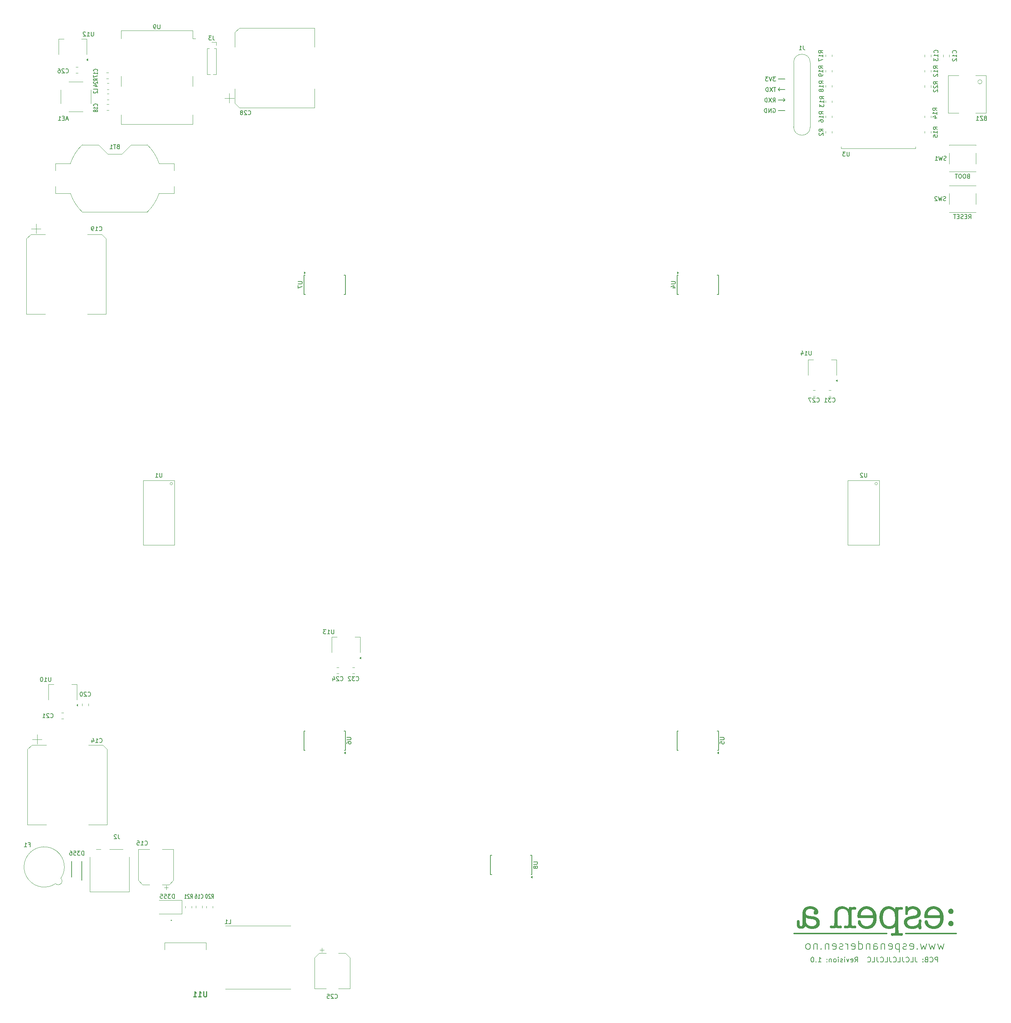
<source format=gbr>
%TF.GenerationSoftware,KiCad,Pcbnew,8.0.3*%
%TF.CreationDate,2024-06-09T22:24:32+02:00*%
%TF.ProjectId,broadcast_clock,62726f61-6463-4617-9374-5f636c6f636b,rev?*%
%TF.SameCoordinates,Original*%
%TF.FileFunction,Legend,Bot*%
%TF.FilePolarity,Positive*%
%FSLAX46Y46*%
G04 Gerber Fmt 4.6, Leading zero omitted, Abs format (unit mm)*
G04 Created by KiCad (PCBNEW 8.0.3) date 2024-06-09 22:24:32*
%MOMM*%
%LPD*%
G01*
G04 APERTURE LIST*
%ADD10C,0.000000*%
%ADD11C,0.150000*%
%ADD12C,0.300000*%
%ADD13C,0.200000*%
%ADD14C,0.153000*%
%ADD15C,0.254000*%
%ADD16C,0.100000*%
%ADD17C,0.120000*%
G04 APERTURE END LIST*
D10*
G36*
X247386652Y-240369350D02*
G01*
X247517666Y-240378487D01*
X247645485Y-240393716D01*
X247770107Y-240415034D01*
X247891531Y-240442441D01*
X248009757Y-240475936D01*
X248124784Y-240515518D01*
X248236610Y-240561185D01*
X248345235Y-240612938D01*
X248450657Y-240670774D01*
X248552876Y-240734694D01*
X248651891Y-240804695D01*
X248747700Y-240880777D01*
X248840303Y-240962940D01*
X248929699Y-241051181D01*
X249015887Y-241145501D01*
X249097828Y-241244704D01*
X249174483Y-241347597D01*
X249245851Y-241454180D01*
X249311933Y-241564452D01*
X249372728Y-241678415D01*
X249428236Y-241796066D01*
X249478458Y-241917408D01*
X249523393Y-242042439D01*
X249563042Y-242171160D01*
X249597404Y-242303570D01*
X249626480Y-242439671D01*
X249650269Y-242579460D01*
X249668772Y-242722940D01*
X249681988Y-242870109D01*
X249689917Y-243020968D01*
X249692561Y-243175517D01*
X249690080Y-243329499D01*
X249682637Y-243478719D01*
X249670232Y-243623267D01*
X249652862Y-243763233D01*
X249630528Y-243898707D01*
X249603228Y-244029779D01*
X249570961Y-244156539D01*
X249533727Y-244279077D01*
X249491523Y-244397484D01*
X249444351Y-244511850D01*
X249392207Y-244622264D01*
X249335092Y-244728817D01*
X249273005Y-244831599D01*
X249205944Y-244930700D01*
X249133909Y-245026211D01*
X249056899Y-245118220D01*
X248975679Y-245205804D01*
X248891019Y-245287730D01*
X248802920Y-245364000D01*
X248711381Y-245434614D01*
X248616405Y-245499574D01*
X248517991Y-245558879D01*
X248416142Y-245612532D01*
X248310858Y-245660534D01*
X248202140Y-245702884D01*
X248089989Y-245739585D01*
X247974406Y-245770636D01*
X247855392Y-245796040D01*
X247732948Y-245815797D01*
X247607075Y-245829908D01*
X247477774Y-245838373D01*
X247345046Y-245841195D01*
X247238114Y-245839172D01*
X247132624Y-245833103D01*
X247028576Y-245822987D01*
X246925970Y-245808825D01*
X246824806Y-245790617D01*
X246725083Y-245768363D01*
X246626802Y-245742062D01*
X246529963Y-245711715D01*
X246434566Y-245677322D01*
X246340610Y-245638882D01*
X246248096Y-245596397D01*
X246157024Y-245549865D01*
X246067394Y-245499286D01*
X245979206Y-245444662D01*
X245892459Y-245385991D01*
X245807154Y-245323274D01*
X245725213Y-245257959D01*
X245648559Y-245191496D01*
X245577192Y-245123882D01*
X245511110Y-245055114D01*
X245450316Y-244985192D01*
X245394808Y-244914113D01*
X245344586Y-244841874D01*
X245299651Y-244768476D01*
X245260003Y-244693914D01*
X245225640Y-244618188D01*
X245196565Y-244541295D01*
X245172776Y-244463233D01*
X245154273Y-244384001D01*
X245141057Y-244303597D01*
X245133127Y-244222018D01*
X245130484Y-244139263D01*
X245131965Y-244092049D01*
X245133815Y-244069587D01*
X245136406Y-244047888D01*
X245139737Y-244026952D01*
X245143809Y-244006779D01*
X245148620Y-243987368D01*
X245154172Y-243968721D01*
X245160464Y-243950836D01*
X245167497Y-243933713D01*
X245175269Y-243917353D01*
X245183782Y-243901755D01*
X245193035Y-243886919D01*
X245203029Y-243872844D01*
X245213762Y-243859532D01*
X245225236Y-243846981D01*
X245237451Y-243835192D01*
X245250405Y-243824165D01*
X245264100Y-243813899D01*
X245278535Y-243804394D01*
X245293710Y-243795650D01*
X245309626Y-243787667D01*
X245326282Y-243780445D01*
X245343678Y-243773983D01*
X245361814Y-243768283D01*
X245380691Y-243763342D01*
X245400308Y-243759162D01*
X245420665Y-243755743D01*
X245441763Y-243753083D01*
X245463601Y-243751184D01*
X245486179Y-243750044D01*
X245509497Y-243749664D01*
X245542092Y-243750625D01*
X245573155Y-243753509D01*
X245602687Y-243758315D01*
X245630689Y-243765043D01*
X245657165Y-243773694D01*
X245669830Y-243778740D01*
X245682115Y-243784267D01*
X245694019Y-243790274D01*
X245705542Y-243796762D01*
X245716685Y-243803731D01*
X245727448Y-243811180D01*
X245737832Y-243819110D01*
X245747835Y-243827520D01*
X245757459Y-243836411D01*
X245766704Y-243845783D01*
X245775571Y-243855635D01*
X245784058Y-243865968D01*
X245792167Y-243876781D01*
X245799898Y-243888075D01*
X245814227Y-243912104D01*
X245827046Y-243938056D01*
X245838357Y-243965930D01*
X245848162Y-243995727D01*
X245940108Y-244293384D01*
X245955262Y-244340241D01*
X245972448Y-244386060D01*
X245991667Y-244430841D01*
X246012920Y-244474582D01*
X246036207Y-244517285D01*
X246061530Y-244558949D01*
X246088890Y-244599575D01*
X246118288Y-244639161D01*
X246149724Y-244677709D01*
X246183200Y-244715219D01*
X246218716Y-244751689D01*
X246256274Y-244787121D01*
X246295874Y-244821514D01*
X246337518Y-244854869D01*
X246381206Y-244887185D01*
X246426939Y-244918462D01*
X246473999Y-244948258D01*
X246521663Y-244976133D01*
X246569931Y-245002084D01*
X246618804Y-245026114D01*
X246668282Y-245048221D01*
X246718364Y-245068406D01*
X246769051Y-245086668D01*
X246820342Y-245103008D01*
X246872238Y-245117426D01*
X246924739Y-245129921D01*
X246977844Y-245140494D01*
X247031554Y-245149144D01*
X247085868Y-245155873D01*
X247140788Y-245160678D01*
X247196311Y-245163562D01*
X247252440Y-245164523D01*
X247337387Y-245162523D01*
X247420582Y-245156522D01*
X247502024Y-245146520D01*
X247581710Y-245132515D01*
X247659641Y-245114506D01*
X247735816Y-245092493D01*
X247810232Y-245066474D01*
X247882891Y-245036448D01*
X247953789Y-245002415D01*
X248022927Y-244964374D01*
X248090304Y-244922323D01*
X248155918Y-244876262D01*
X248219768Y-244826189D01*
X248281854Y-244772104D01*
X248342175Y-244714005D01*
X248400729Y-244651893D01*
X248456601Y-244586773D01*
X248508876Y-244519653D01*
X248557552Y-244450533D01*
X248602629Y-244379413D01*
X248644105Y-244306294D01*
X248681979Y-244231175D01*
X248716251Y-244154055D01*
X248746919Y-244074936D01*
X248773983Y-243993817D01*
X248797442Y-243910698D01*
X248817294Y-243825579D01*
X248833538Y-243738461D01*
X248846175Y-243649342D01*
X248855202Y-243558224D01*
X248860619Y-243465106D01*
X248862425Y-243369987D01*
X248862263Y-243359879D01*
X248861775Y-243350142D01*
X248860964Y-243340775D01*
X248859831Y-243331777D01*
X248858376Y-243323148D01*
X248856600Y-243314886D01*
X248854504Y-243306990D01*
X248852089Y-243299459D01*
X248849357Y-243292293D01*
X248846308Y-243285490D01*
X248842943Y-243279049D01*
X248839264Y-243272970D01*
X248835270Y-243267251D01*
X248830964Y-243261892D01*
X248826346Y-243256891D01*
X248821417Y-243252248D01*
X248815968Y-243247922D01*
X248809790Y-243243876D01*
X248802884Y-243240109D01*
X248795249Y-243236620D01*
X248786885Y-243233411D01*
X248777793Y-243230481D01*
X248767971Y-243227830D01*
X248757421Y-243225458D01*
X248746143Y-243223365D01*
X248734135Y-243221552D01*
X248721399Y-243220017D01*
X248707935Y-243218761D01*
X248693741Y-243217785D01*
X248678819Y-243217087D01*
X248663168Y-243216668D01*
X248646788Y-243216529D01*
X245386462Y-243216529D01*
X245356464Y-243216188D01*
X245327985Y-243215165D01*
X245301026Y-243213459D01*
X245275586Y-243211072D01*
X245251666Y-243208002D01*
X245229264Y-243204250D01*
X245208382Y-243199817D01*
X245189019Y-243194701D01*
X245171176Y-243188903D01*
X245154851Y-243182422D01*
X245140046Y-243175260D01*
X245126760Y-243167415D01*
X245114993Y-243158889D01*
X245104746Y-243149680D01*
X245096018Y-243139789D01*
X245088808Y-243129216D01*
X245082561Y-243117124D01*
X245076716Y-243102674D01*
X245071274Y-243085866D01*
X245066235Y-243066698D01*
X245061599Y-243045170D01*
X245057367Y-243021281D01*
X245053537Y-242995029D01*
X245050111Y-242966415D01*
X245047087Y-242935436D01*
X245044467Y-242902092D01*
X245042250Y-242866382D01*
X245040436Y-242828304D01*
X245039025Y-242787859D01*
X245038017Y-242745045D01*
X245037211Y-242652305D01*
X245039653Y-242529390D01*
X245046979Y-242409189D01*
X245049486Y-242385074D01*
X245868006Y-242385074D01*
X245868215Y-242393924D01*
X245868844Y-242402491D01*
X245869890Y-242410776D01*
X245871356Y-242418778D01*
X245873241Y-242426498D01*
X245875545Y-242433935D01*
X245878268Y-242441091D01*
X245881411Y-242447964D01*
X245884973Y-242454555D01*
X245888955Y-242460864D01*
X245893357Y-242466892D01*
X245898179Y-242472638D01*
X245903421Y-242478102D01*
X245909082Y-242483286D01*
X245915165Y-242488188D01*
X245921667Y-242492809D01*
X245928590Y-242497148D01*
X245935934Y-242501207D01*
X245943698Y-242504986D01*
X245951884Y-242508483D01*
X245960490Y-242511700D01*
X245969517Y-242514637D01*
X245978966Y-242517294D01*
X245988836Y-242519670D01*
X245999127Y-242521766D01*
X246009841Y-242523583D01*
X246020975Y-242525119D01*
X246032532Y-242526376D01*
X246044511Y-242527354D01*
X246056911Y-242528052D01*
X246069734Y-242528471D01*
X246082980Y-242528610D01*
X248533682Y-242528610D01*
X248560960Y-242528052D01*
X248586485Y-242526376D01*
X248610256Y-242523583D01*
X248632272Y-242519670D01*
X248652532Y-242514637D01*
X248671035Y-242508483D01*
X248687781Y-242501207D01*
X248695494Y-242497148D01*
X248702768Y-242492809D01*
X248709602Y-242488188D01*
X248715995Y-242483286D01*
X248721949Y-242478102D01*
X248727462Y-242472638D01*
X248732535Y-242466892D01*
X248737167Y-242460864D01*
X248741359Y-242454555D01*
X248745110Y-242447964D01*
X248748420Y-242441091D01*
X248751290Y-242433935D01*
X248753718Y-242426498D01*
X248755705Y-242418778D01*
X248757250Y-242410776D01*
X248758354Y-242402491D01*
X248759017Y-242393924D01*
X248759238Y-242385074D01*
X248757400Y-242321341D01*
X248751887Y-242258381D01*
X248742695Y-242196193D01*
X248729824Y-242134774D01*
X248713270Y-242074122D01*
X248693033Y-242014236D01*
X248669109Y-241955113D01*
X248641499Y-241896752D01*
X248610198Y-241839150D01*
X248575206Y-241782307D01*
X248536520Y-241726219D01*
X248494138Y-241670885D01*
X248448060Y-241616302D01*
X248398281Y-241562470D01*
X248344802Y-241509386D01*
X248287619Y-241457047D01*
X248287623Y-241457710D01*
X248228308Y-241407372D01*
X248168188Y-241360288D01*
X248107261Y-241316458D01*
X248045528Y-241275881D01*
X247982989Y-241238556D01*
X247919644Y-241204481D01*
X247855493Y-241173656D01*
X247790535Y-241146080D01*
X247724772Y-241121752D01*
X247658202Y-241100671D01*
X247590827Y-241082836D01*
X247522645Y-241068246D01*
X247453657Y-241056899D01*
X247383864Y-241048796D01*
X247313264Y-241043935D01*
X247241858Y-241042314D01*
X247170922Y-241043873D01*
X247101693Y-241048548D01*
X247034112Y-241056341D01*
X246968118Y-241067253D01*
X246903650Y-241081286D01*
X246840650Y-241098439D01*
X246779056Y-241118714D01*
X246718810Y-241142112D01*
X246659850Y-241168633D01*
X246602116Y-241198280D01*
X246545550Y-241231052D01*
X246490089Y-241266951D01*
X246435676Y-241305978D01*
X246382249Y-241348134D01*
X246329748Y-241393419D01*
X246278113Y-241441834D01*
X246228488Y-241492374D01*
X246182058Y-241544031D01*
X246138823Y-241596806D01*
X246098785Y-241650700D01*
X246061944Y-241705714D01*
X246028302Y-241761849D01*
X245997859Y-241819107D01*
X245970616Y-241877487D01*
X245946575Y-241936991D01*
X245925736Y-241997620D01*
X245908100Y-242059376D01*
X245893669Y-242122258D01*
X245882443Y-242186267D01*
X245874423Y-242251406D01*
X245869611Y-242317674D01*
X245868006Y-242385074D01*
X245049486Y-242385074D01*
X245059191Y-242291703D01*
X245076289Y-242176933D01*
X245098275Y-242064880D01*
X245125148Y-241955544D01*
X245156911Y-241848928D01*
X245193564Y-241745031D01*
X245235109Y-241643855D01*
X245281545Y-241545401D01*
X245332874Y-241449670D01*
X245389098Y-241356662D01*
X245450216Y-241266379D01*
X245516231Y-241178822D01*
X245587142Y-241093991D01*
X245662951Y-241011888D01*
X245662955Y-241011887D01*
X245742415Y-240933674D01*
X245824527Y-240860515D01*
X245909290Y-240792407D01*
X245996703Y-240729351D01*
X246086768Y-240671345D01*
X246179483Y-240618388D01*
X246274850Y-240570479D01*
X246372867Y-240527617D01*
X246473536Y-240489801D01*
X246576855Y-240457031D01*
X246682825Y-240429304D01*
X246791447Y-240406621D01*
X246902720Y-240388981D01*
X247016643Y-240376382D01*
X247133218Y-240368823D01*
X247252444Y-240366303D01*
X247386652Y-240369350D01*
G37*
G36*
X225300798Y-240370013D02*
G01*
X225424123Y-240379151D01*
X225544252Y-240394380D01*
X225661185Y-240415698D01*
X225774920Y-240443105D01*
X225885457Y-240476600D01*
X225992794Y-240516182D01*
X226096931Y-240561849D01*
X226197867Y-240613602D01*
X226295600Y-240671438D01*
X226390130Y-240735357D01*
X226481456Y-240805359D01*
X226569576Y-240881441D01*
X226654490Y-240963604D01*
X226736197Y-241051845D01*
X226814696Y-241146165D01*
X226814696Y-240853800D01*
X226815858Y-240815950D01*
X226817312Y-240797938D01*
X226819347Y-240780534D01*
X226821963Y-240763740D01*
X226825160Y-240747555D01*
X226828939Y-240731979D01*
X226833299Y-240717013D01*
X226838240Y-240702656D01*
X226843763Y-240688908D01*
X226849868Y-240675770D01*
X226856553Y-240663242D01*
X226863820Y-240651324D01*
X226871668Y-240640016D01*
X226880098Y-240629318D01*
X226889109Y-240619231D01*
X226898701Y-240609754D01*
X226908875Y-240600887D01*
X226919630Y-240592631D01*
X226930967Y-240584986D01*
X226942885Y-240577952D01*
X226955384Y-240571529D01*
X226968465Y-240565717D01*
X226982127Y-240560516D01*
X226996370Y-240555927D01*
X227011195Y-240551949D01*
X227026601Y-240548583D01*
X227042589Y-240545828D01*
X227059158Y-240543686D01*
X227076308Y-240542155D01*
X227094040Y-240541237D01*
X227112353Y-240540931D01*
X227113680Y-240540266D01*
X227134743Y-240541878D01*
X227187928Y-240546715D01*
X227390170Y-240566063D01*
X227421577Y-240572109D01*
X227454279Y-240577349D01*
X227488268Y-240581783D01*
X227523536Y-240585410D01*
X227560075Y-240588232D01*
X227597877Y-240590247D01*
X227636935Y-240591457D01*
X227677241Y-240591860D01*
X228056918Y-240550850D01*
X228067427Y-240548524D01*
X228078611Y-240546509D01*
X228090462Y-240544804D01*
X228102971Y-240543409D01*
X228116132Y-240542324D01*
X228129935Y-240541549D01*
X228144375Y-240541084D01*
X228159441Y-240540929D01*
X228215307Y-240542254D01*
X228267562Y-240546230D01*
X228316205Y-240552854D01*
X228361240Y-240562126D01*
X228402666Y-240574046D01*
X228422026Y-240580998D01*
X228440485Y-240588612D01*
X228458041Y-240596887D01*
X228474697Y-240605823D01*
X228490451Y-240615420D01*
X228505303Y-240625678D01*
X228519255Y-240636597D01*
X228532305Y-240648177D01*
X228544455Y-240660417D01*
X228555704Y-240673317D01*
X228566052Y-240686878D01*
X228575500Y-240701099D01*
X228584048Y-240715980D01*
X228591695Y-240731522D01*
X228598442Y-240747723D01*
X228604289Y-240764583D01*
X228609236Y-240782104D01*
X228613284Y-240800283D01*
X228616431Y-240819122D01*
X228618680Y-240838621D01*
X228620029Y-240858778D01*
X228620478Y-240879595D01*
X228620112Y-240900381D01*
X228619013Y-240920450D01*
X228617181Y-240939805D01*
X228614617Y-240958451D01*
X228611319Y-240976392D01*
X228607289Y-240993630D01*
X228602525Y-241010169D01*
X228597027Y-241026014D01*
X228590797Y-241041169D01*
X228583832Y-241055636D01*
X228576134Y-241069420D01*
X228567702Y-241082524D01*
X228558536Y-241094952D01*
X228548636Y-241106709D01*
X228538002Y-241117797D01*
X228526634Y-241128220D01*
X228514531Y-241137983D01*
X228501693Y-241147089D01*
X228488121Y-241155541D01*
X228473814Y-241163344D01*
X228458772Y-241170501D01*
X228442995Y-241177016D01*
X228426482Y-241182892D01*
X228409235Y-241188134D01*
X228391252Y-241192746D01*
X228372533Y-241196730D01*
X228353079Y-241200091D01*
X228332889Y-241202833D01*
X228311963Y-241204958D01*
X228290301Y-241206472D01*
X228244769Y-241207679D01*
X228225386Y-241207276D01*
X228203935Y-241206066D01*
X228180390Y-241204051D01*
X228154728Y-241201229D01*
X228126928Y-241197602D01*
X228096965Y-241193168D01*
X228064816Y-241187928D01*
X228030459Y-241181882D01*
X227996291Y-241175836D01*
X227964231Y-241170596D01*
X227934279Y-241166162D01*
X227906435Y-241162534D01*
X227880700Y-241159713D01*
X227857073Y-241157697D01*
X227835555Y-241156488D01*
X227816145Y-241156085D01*
X227795690Y-241156589D01*
X227775996Y-241158099D01*
X227757066Y-241160615D01*
X227738901Y-241164136D01*
X227721503Y-241168661D01*
X227704874Y-241174188D01*
X227689017Y-241180718D01*
X227673933Y-241188248D01*
X227659624Y-241196779D01*
X227646092Y-241206308D01*
X227633339Y-241216835D01*
X227621367Y-241228359D01*
X227610178Y-241240880D01*
X227599774Y-241254395D01*
X227590156Y-241268905D01*
X227581328Y-241284408D01*
X227573073Y-241301274D01*
X227565175Y-241319876D01*
X227557636Y-241340209D01*
X227550456Y-241362274D01*
X227543637Y-241386066D01*
X227537179Y-241411586D01*
X227531084Y-241438830D01*
X227525352Y-241467797D01*
X227519984Y-241498485D01*
X227514982Y-241530891D01*
X227510346Y-241565015D01*
X227506077Y-241600854D01*
X227502176Y-241638406D01*
X227498645Y-241677668D01*
X227495484Y-241718641D01*
X227492693Y-241761320D01*
X227492693Y-244499095D01*
X227495236Y-244571067D01*
X227500134Y-244638404D01*
X227507390Y-244701102D01*
X227517001Y-244759163D01*
X227528969Y-244812584D01*
X227543294Y-244861365D01*
X227559975Y-244905504D01*
X227579013Y-244945002D01*
X227600407Y-244979856D01*
X227624157Y-245010066D01*
X227636916Y-245023430D01*
X227650264Y-245035631D01*
X227664201Y-245046672D01*
X227678728Y-245056550D01*
X227693843Y-245065267D01*
X227709547Y-245072823D01*
X227725841Y-245079216D01*
X227742724Y-245084447D01*
X227760195Y-245088515D01*
X227778256Y-245091422D01*
X227796906Y-245093166D01*
X227816145Y-245093747D01*
X227850192Y-245093254D01*
X227884370Y-245091783D01*
X227918687Y-245089352D01*
X227953151Y-245085975D01*
X227987770Y-245081667D01*
X228022552Y-245076445D01*
X228057504Y-245070324D01*
X228092635Y-245063319D01*
X228126490Y-245056096D01*
X228157602Y-245049812D01*
X228185954Y-245044472D01*
X228211532Y-245040086D01*
X228234319Y-245036661D01*
X228254300Y-245034205D01*
X228271459Y-245032726D01*
X228285780Y-245032231D01*
X228326266Y-245033510D01*
X228345527Y-245035110D01*
X228364133Y-245037349D01*
X228382085Y-245040227D01*
X228399382Y-245043747D01*
X228416025Y-245047906D01*
X228432014Y-245052705D01*
X228447349Y-245058146D01*
X228462030Y-245064226D01*
X228476057Y-245070948D01*
X228489430Y-245078310D01*
X228502150Y-245086313D01*
X228514216Y-245094957D01*
X228525629Y-245104243D01*
X228536389Y-245114169D01*
X228546496Y-245124737D01*
X228555950Y-245135947D01*
X228564751Y-245147799D01*
X228572899Y-245160292D01*
X228580395Y-245173427D01*
X228587239Y-245187204D01*
X228593430Y-245201623D01*
X228598969Y-245216685D01*
X228603855Y-245232389D01*
X228608090Y-245248735D01*
X228611673Y-245265725D01*
X228614604Y-245283357D01*
X228616884Y-245301631D01*
X228618512Y-245320549D01*
X228619489Y-245340110D01*
X228619814Y-245360314D01*
X228619394Y-245381741D01*
X228618132Y-245402490D01*
X228616030Y-245422560D01*
X228613086Y-245441952D01*
X228609301Y-245460664D01*
X228604676Y-245478698D01*
X228599209Y-245496053D01*
X228592901Y-245512729D01*
X228585753Y-245528726D01*
X228577763Y-245544043D01*
X228568932Y-245558681D01*
X228559260Y-245572639D01*
X228548747Y-245585917D01*
X228537393Y-245598516D01*
X228525198Y-245610435D01*
X228512162Y-245621673D01*
X228498285Y-245632232D01*
X228483567Y-245642110D01*
X228468008Y-245651308D01*
X228451608Y-245659825D01*
X228434366Y-245667661D01*
X228416284Y-245674817D01*
X228397361Y-245681292D01*
X228377596Y-245687085D01*
X228356991Y-245692198D01*
X228335545Y-245696629D01*
X228313257Y-245700379D01*
X228290128Y-245703448D01*
X228266159Y-245705834D01*
X228241348Y-245707539D01*
X228215696Y-245708562D01*
X228189204Y-245708903D01*
X228167747Y-245708097D01*
X228134128Y-245705679D01*
X228088339Y-245701648D01*
X228030373Y-245696005D01*
X227877876Y-245679881D01*
X227676577Y-245657309D01*
X227506034Y-245639460D01*
X227427533Y-245632415D01*
X227353537Y-245626634D01*
X227284036Y-245622124D01*
X227219023Y-245618894D01*
X227158490Y-245616949D01*
X227102431Y-245616300D01*
X227034032Y-245616794D01*
X226967245Y-245618273D01*
X226902070Y-245620729D01*
X226838508Y-245624154D01*
X226776558Y-245628540D01*
X226716220Y-245633879D01*
X226657495Y-245640164D01*
X226600382Y-245647387D01*
X226397833Y-245674300D01*
X226241543Y-245693524D01*
X226131389Y-245705058D01*
X226093574Y-245707942D01*
X226067248Y-245708903D01*
X226017623Y-245707601D01*
X225971193Y-245703694D01*
X225927958Y-245697183D01*
X225887920Y-245688067D01*
X225869100Y-245682533D01*
X225851080Y-245676347D01*
X225833859Y-245669510D01*
X225817437Y-245662022D01*
X225801816Y-245653883D01*
X225786995Y-245645093D01*
X225772973Y-245635651D01*
X225759752Y-245625559D01*
X225747331Y-245614815D01*
X225735711Y-245603421D01*
X225724891Y-245591375D01*
X225714872Y-245578678D01*
X225705654Y-245565330D01*
X225697237Y-245551331D01*
X225689621Y-245536680D01*
X225682806Y-245521379D01*
X225676792Y-245505426D01*
X225671580Y-245488823D01*
X225667169Y-245471568D01*
X225663560Y-245453662D01*
X225660753Y-245435105D01*
X225658747Y-245415897D01*
X225657544Y-245396038D01*
X225657143Y-245375527D01*
X225658383Y-245335046D01*
X225662105Y-245296966D01*
X225664897Y-245278835D01*
X225668310Y-245261315D01*
X225672343Y-245244411D01*
X225676997Y-245228125D01*
X225682273Y-245212460D01*
X225688169Y-245197422D01*
X225694687Y-245183013D01*
X225701826Y-245169236D01*
X225709587Y-245156097D01*
X225717970Y-245143597D01*
X225726974Y-245131742D01*
X225736601Y-245120534D01*
X225746849Y-245109977D01*
X225757720Y-245100075D01*
X225769213Y-245090831D01*
X225781328Y-245082249D01*
X225794066Y-245074333D01*
X225807427Y-245067087D01*
X225821410Y-245060513D01*
X225836016Y-245054616D01*
X225851246Y-245049398D01*
X225867098Y-245044865D01*
X225883574Y-245041019D01*
X225900673Y-245037865D01*
X225918396Y-245035405D01*
X225936742Y-245033643D01*
X225955712Y-245032583D01*
X225975306Y-245032229D01*
X225999178Y-245032787D01*
X226024655Y-245034462D01*
X226051730Y-245037252D01*
X226080393Y-245041159D01*
X226110638Y-245046182D01*
X226142457Y-245052321D01*
X226175841Y-245059576D01*
X226210783Y-245067948D01*
X226245761Y-245076320D01*
X226278769Y-245083576D01*
X226309824Y-245089715D01*
X226338941Y-245094738D01*
X226366136Y-245098644D01*
X226391424Y-245101435D01*
X226414821Y-245103109D01*
X226436343Y-245103667D01*
X226456411Y-245103024D01*
X226475687Y-245101095D01*
X226494171Y-245097881D01*
X226511862Y-245093384D01*
X226528758Y-245087603D01*
X226536908Y-245084232D01*
X226544858Y-245080541D01*
X226552610Y-245076529D01*
X226560163Y-245072197D01*
X226567516Y-245067546D01*
X226574669Y-245062574D01*
X226581623Y-245057283D01*
X226588378Y-245051672D01*
X226594932Y-245045741D01*
X226601287Y-245039492D01*
X226613395Y-245026034D01*
X226624702Y-245011301D01*
X226635207Y-244995292D01*
X226644909Y-244978010D01*
X226653806Y-244959454D01*
X226661898Y-244939626D01*
X226669347Y-244918038D01*
X226676316Y-244894202D01*
X226682804Y-244868118D01*
X226688812Y-244839787D01*
X226694339Y-244809207D01*
X226699385Y-244776380D01*
X226703950Y-244741304D01*
X226708035Y-244703981D01*
X226711640Y-244664409D01*
X226714764Y-244622590D01*
X226719569Y-244532208D01*
X226722453Y-244432834D01*
X226723414Y-244324469D01*
X226723414Y-242960542D01*
X226719571Y-242728493D01*
X226708045Y-242514047D01*
X226699405Y-242413423D01*
X226688847Y-242317197D01*
X226676372Y-242225369D01*
X226661982Y-242137936D01*
X226645677Y-242054898D01*
X226627458Y-241976255D01*
X226607327Y-241902004D01*
X226585284Y-241832146D01*
X226561330Y-241766679D01*
X226535467Y-241705602D01*
X226507695Y-241648915D01*
X226478014Y-241596616D01*
X226455241Y-241560662D01*
X226431568Y-241525852D01*
X226406996Y-241492186D01*
X226381524Y-241459662D01*
X226355154Y-241428280D01*
X226327884Y-241398042D01*
X226299715Y-241368946D01*
X226270647Y-241340993D01*
X226240680Y-241314182D01*
X226209814Y-241288514D01*
X226178048Y-241263987D01*
X226145384Y-241240602D01*
X226111820Y-241218360D01*
X226077357Y-241197259D01*
X226041995Y-241177300D01*
X226005733Y-241158482D01*
X225968573Y-241140806D01*
X225930513Y-241124271D01*
X225891554Y-241108877D01*
X225851696Y-241094624D01*
X225810939Y-241081512D01*
X225769283Y-241069541D01*
X225726727Y-241058711D01*
X225683272Y-241049021D01*
X225638918Y-241040471D01*
X225593665Y-241033062D01*
X225500461Y-241021664D01*
X225403661Y-241014827D01*
X225303263Y-241012547D01*
X225250041Y-241013470D01*
X225197533Y-241016236D01*
X225145737Y-241020845D01*
X225094655Y-241027296D01*
X225044286Y-241035588D01*
X224994630Y-241045720D01*
X224945688Y-241057691D01*
X224897458Y-241071500D01*
X224849942Y-241087146D01*
X224803138Y-241104628D01*
X224757048Y-241123946D01*
X224711671Y-241145098D01*
X224667008Y-241168082D01*
X224623057Y-241192900D01*
X224579819Y-241219548D01*
X224537295Y-241248027D01*
X224499816Y-241275622D01*
X224464026Y-241304582D01*
X224429921Y-241334905D01*
X224397500Y-241366593D01*
X224366762Y-241399646D01*
X224337703Y-241434062D01*
X224310323Y-241469843D01*
X224284619Y-241506988D01*
X224260589Y-241545497D01*
X224238231Y-241585371D01*
X224217544Y-241626608D01*
X224198526Y-241669210D01*
X224181174Y-241713177D01*
X224165486Y-241758507D01*
X224151462Y-241805202D01*
X224139098Y-241853261D01*
X224132966Y-241880252D01*
X224127223Y-241909878D01*
X224121870Y-241942139D01*
X224116907Y-241977036D01*
X224108157Y-242054737D01*
X224100981Y-242142979D01*
X224095386Y-242241764D01*
X224091380Y-242351090D01*
X224088971Y-242470959D01*
X224088166Y-242601370D01*
X224088166Y-244528859D01*
X224091669Y-244597110D01*
X224096972Y-244660972D01*
X224104072Y-244720443D01*
X224112970Y-244775521D01*
X224123667Y-244826203D01*
X224136163Y-244872489D01*
X224150456Y-244914376D01*
X224166548Y-244951862D01*
X224184438Y-244984945D01*
X224204127Y-245013623D01*
X224225614Y-245037894D01*
X224237032Y-245048377D01*
X224248899Y-245057757D01*
X224261216Y-245066035D01*
X224273983Y-245073209D01*
X224287199Y-245079281D01*
X224300865Y-245084249D01*
X224314980Y-245088114D01*
X224329545Y-245090874D01*
X224344560Y-245092531D01*
X224360024Y-245093083D01*
X224367163Y-245092921D01*
X224375435Y-245092433D01*
X224395381Y-245090489D01*
X224419869Y-245087258D01*
X224448908Y-245082748D01*
X224482504Y-245076967D01*
X224520667Y-245069922D01*
X224563402Y-245061622D01*
X224610718Y-245052073D01*
X224636452Y-245047204D01*
X224661557Y-245043009D01*
X224686027Y-245039481D01*
X224709854Y-245036611D01*
X224733029Y-245034393D01*
X224755546Y-245032818D01*
X224777396Y-245031879D01*
X224798571Y-245031568D01*
X224841584Y-245032808D01*
X224881822Y-245036530D01*
X224900900Y-245039322D01*
X224919284Y-245042734D01*
X224936975Y-245046767D01*
X224953972Y-245051422D01*
X224970275Y-245056697D01*
X224985885Y-245062594D01*
X225000801Y-245069112D01*
X225015023Y-245076251D01*
X225028551Y-245084012D01*
X225041386Y-245092395D01*
X225053526Y-245101399D01*
X225064973Y-245111026D01*
X225075727Y-245121274D01*
X225085786Y-245132145D01*
X225095152Y-245143638D01*
X225103824Y-245155753D01*
X225111802Y-245168491D01*
X225119087Y-245181851D01*
X225125677Y-245195835D01*
X225131574Y-245210441D01*
X225136778Y-245225670D01*
X225141287Y-245241522D01*
X225145103Y-245257998D01*
X225148225Y-245275097D01*
X225150653Y-245292819D01*
X225152387Y-245311165D01*
X225153428Y-245330135D01*
X225153775Y-245349729D01*
X225153374Y-245371824D01*
X225152170Y-245393215D01*
X225150165Y-245413900D01*
X225147358Y-245433881D01*
X225143749Y-245453158D01*
X225139338Y-245471730D01*
X225134126Y-245489599D01*
X225128112Y-245506763D01*
X225121297Y-245523225D01*
X225113681Y-245538983D01*
X225105264Y-245554038D01*
X225096045Y-245568390D01*
X225086026Y-245582040D01*
X225075207Y-245594988D01*
X225063586Y-245607233D01*
X225051166Y-245618777D01*
X225037944Y-245629620D01*
X225023923Y-245639761D01*
X225009102Y-245649201D01*
X224993480Y-245657940D01*
X224977059Y-245665979D01*
X224959838Y-245673318D01*
X224941817Y-245679956D01*
X224922997Y-245685895D01*
X224903378Y-245691134D01*
X224882959Y-245695673D01*
X224861742Y-245699514D01*
X224839725Y-245702656D01*
X224816909Y-245705099D01*
X224793295Y-245706844D01*
X224768882Y-245707891D01*
X224743670Y-245708240D01*
X224728447Y-245707278D01*
X224698163Y-245704395D01*
X224592444Y-245692861D01*
X224426574Y-245673638D01*
X224200613Y-245646726D01*
X224155529Y-245641856D01*
X224107584Y-245637661D01*
X224056772Y-245634133D01*
X224003084Y-245631263D01*
X223946512Y-245629045D01*
X223887050Y-245627470D01*
X223824688Y-245626531D01*
X223759419Y-245626220D01*
X223687082Y-245626870D01*
X223613443Y-245628814D01*
X223538502Y-245632045D01*
X223462259Y-245636555D01*
X223384714Y-245642336D01*
X223305867Y-245649381D01*
X223225717Y-245657681D01*
X223144265Y-245667230D01*
X222991695Y-245685079D01*
X222862318Y-245697905D01*
X222806287Y-245702415D01*
X222756008Y-245705646D01*
X222711466Y-245707590D01*
X222672644Y-245708240D01*
X222651025Y-245707837D01*
X222629821Y-245706629D01*
X222609030Y-245704616D01*
X222588649Y-245701801D01*
X222568675Y-245698183D01*
X222549105Y-245693764D01*
X222529936Y-245688545D01*
X222511166Y-245682527D01*
X222492790Y-245675710D01*
X222474807Y-245668095D01*
X222457214Y-245659684D01*
X222440007Y-245650478D01*
X222423184Y-245640477D01*
X222406741Y-245629682D01*
X222390677Y-245618095D01*
X222374987Y-245605716D01*
X222360089Y-245592732D01*
X222346152Y-245579332D01*
X222333176Y-245565517D01*
X222321162Y-245551290D01*
X222310108Y-245536652D01*
X222300016Y-245521604D01*
X222290885Y-245506150D01*
X222282715Y-245490291D01*
X222275506Y-245474029D01*
X222269258Y-245457365D01*
X222263972Y-245440303D01*
X222259647Y-245422843D01*
X222256283Y-245404987D01*
X222253880Y-245386739D01*
X222252438Y-245368098D01*
X222251957Y-245349069D01*
X222252337Y-245332605D01*
X222253477Y-245316452D01*
X222255376Y-245300611D01*
X222258035Y-245285083D01*
X222261453Y-245269869D01*
X222265631Y-245254970D01*
X222270569Y-245240387D01*
X222276266Y-245226120D01*
X222282723Y-245212172D01*
X222289940Y-245198542D01*
X222297916Y-245185232D01*
X222306652Y-245172242D01*
X222316147Y-245159575D01*
X222326403Y-245147230D01*
X222337418Y-245135208D01*
X222349192Y-245123511D01*
X222361493Y-245112334D01*
X222374087Y-245101871D01*
X222386972Y-245092123D01*
X222400145Y-245083091D01*
X222413605Y-245074776D01*
X222427350Y-245067178D01*
X222441378Y-245060300D01*
X222455686Y-245054142D01*
X222470274Y-245048704D01*
X222485139Y-245043988D01*
X222500279Y-245039996D01*
X222515693Y-245036727D01*
X222531377Y-245034182D01*
X222547332Y-245032364D01*
X222563553Y-245031272D01*
X222580040Y-245030908D01*
X222596783Y-245031311D01*
X222616255Y-245032520D01*
X222638455Y-245034536D01*
X222663383Y-245037357D01*
X222691040Y-245040985D01*
X222721426Y-245045419D01*
X222754540Y-245050659D01*
X222790383Y-245056704D01*
X222826692Y-245062751D01*
X222861210Y-245067991D01*
X222893946Y-245072425D01*
X222924907Y-245076052D01*
X222954100Y-245078874D01*
X222981534Y-245080889D01*
X223007217Y-245082098D01*
X223031155Y-245082501D01*
X223045063Y-245082160D01*
X223058634Y-245081137D01*
X223071867Y-245079432D01*
X223084763Y-245077046D01*
X223097321Y-245073977D01*
X223109541Y-245070227D01*
X223121423Y-245065796D01*
X223132968Y-245060684D01*
X223144174Y-245054890D01*
X223155042Y-245048415D01*
X223165571Y-245041259D01*
X223175762Y-245033423D01*
X223185615Y-245024906D01*
X223195128Y-245015708D01*
X223204303Y-245005830D01*
X223213139Y-244995271D01*
X223221635Y-244984033D01*
X223229793Y-244972114D01*
X223237611Y-244959515D01*
X223245089Y-244946237D01*
X223252228Y-244932279D01*
X223259027Y-244917641D01*
X223265486Y-244902324D01*
X223271606Y-244886327D01*
X223277385Y-244869651D01*
X223282824Y-244852296D01*
X223287922Y-244834262D01*
X223292681Y-244815550D01*
X223301175Y-244776088D01*
X223308306Y-244733912D01*
X223310632Y-244707742D01*
X223312647Y-244670402D01*
X223314352Y-244621884D01*
X223315748Y-244562181D01*
X223317608Y-244409188D01*
X223318228Y-244211361D01*
X223318228Y-242263367D01*
X223320462Y-242125826D01*
X223327168Y-241994991D01*
X223338355Y-241870868D01*
X223354030Y-241753465D01*
X223363552Y-241697287D01*
X223374200Y-241642791D01*
X223385974Y-241589980D01*
X223398875Y-241538853D01*
X223412903Y-241489412D01*
X223428061Y-241441659D01*
X223444348Y-241395593D01*
X223461766Y-241351216D01*
X223484834Y-241299180D01*
X223510383Y-241248242D01*
X223538412Y-241198398D01*
X223568922Y-241149647D01*
X223601912Y-241101984D01*
X223637382Y-241055408D01*
X223675333Y-241009915D01*
X223715765Y-240965503D01*
X223758677Y-240922168D01*
X223804069Y-240879907D01*
X223851942Y-240838719D01*
X223902295Y-240798599D01*
X223955129Y-240759544D01*
X224010444Y-240721553D01*
X224068238Y-240684622D01*
X224128514Y-240648747D01*
X224190270Y-240614626D01*
X224252506Y-240582705D01*
X224315223Y-240552986D01*
X224378421Y-240525468D01*
X224442099Y-240500152D01*
X224506258Y-240477037D01*
X224570897Y-240456124D01*
X224636018Y-240437412D01*
X224701618Y-240420902D01*
X224767699Y-240406592D01*
X224834261Y-240394485D01*
X224901304Y-240384578D01*
X224968826Y-240376873D01*
X225036830Y-240371370D01*
X225105314Y-240368068D01*
X225174279Y-240366967D01*
X225300798Y-240370013D01*
G37*
D11*
X211455000Y-48387000D02*
X209804000Y-48387000D01*
X211454500Y-45843500D02*
X211073500Y-45462500D01*
D10*
G36*
X251482430Y-243887329D02*
G01*
X251514817Y-243889560D01*
X251546554Y-243893278D01*
X251577643Y-243898481D01*
X251608086Y-243905169D01*
X251637881Y-243913339D01*
X251667032Y-243922993D01*
X251695538Y-243934128D01*
X251723401Y-243946743D01*
X251750621Y-243960838D01*
X251777200Y-243976411D01*
X251803139Y-243993462D01*
X251828438Y-244011990D01*
X251853098Y-244031993D01*
X251877121Y-244053471D01*
X251900507Y-244076423D01*
X251922855Y-244100414D01*
X251943761Y-244125009D01*
X251963224Y-244150209D01*
X251981246Y-244176014D01*
X251997826Y-244202423D01*
X252012965Y-244229437D01*
X252026661Y-244257055D01*
X252038916Y-244285279D01*
X252049729Y-244314106D01*
X252059100Y-244343538D01*
X252067030Y-244373575D01*
X252073517Y-244404217D01*
X252078563Y-244435463D01*
X252082168Y-244467313D01*
X252084330Y-244499769D01*
X252085051Y-244532828D01*
X252084330Y-244565888D01*
X252082168Y-244598344D01*
X252078563Y-244630195D01*
X252073517Y-244661441D01*
X252067030Y-244692082D01*
X252059100Y-244722119D01*
X252049729Y-244751552D01*
X252038916Y-244780379D01*
X252026661Y-244808603D01*
X252012965Y-244836221D01*
X251997826Y-244863235D01*
X251981246Y-244889644D01*
X251963224Y-244915448D01*
X251943761Y-244940648D01*
X251922855Y-244965243D01*
X251900507Y-244989234D01*
X251877121Y-245012186D01*
X251853098Y-245033664D01*
X251828438Y-245053668D01*
X251803139Y-245072195D01*
X251777200Y-245089247D01*
X251750621Y-245104820D01*
X251723401Y-245118915D01*
X251695538Y-245131530D01*
X251667032Y-245142665D01*
X251637881Y-245152318D01*
X251608086Y-245160489D01*
X251577643Y-245167176D01*
X251546554Y-245172379D01*
X251514817Y-245176097D01*
X251482430Y-245178328D01*
X251449393Y-245179072D01*
X251416356Y-245178328D01*
X251383969Y-245176097D01*
X251352231Y-245172379D01*
X251321141Y-245167176D01*
X251290699Y-245160489D01*
X251260903Y-245152318D01*
X251231752Y-245142665D01*
X251203246Y-245131530D01*
X251175383Y-245118915D01*
X251148163Y-245104820D01*
X251121584Y-245089247D01*
X251095645Y-245072195D01*
X251070347Y-245053668D01*
X251045686Y-245033664D01*
X251021664Y-245012186D01*
X250998278Y-244989234D01*
X250975931Y-244965243D01*
X250955025Y-244940648D01*
X250935561Y-244915448D01*
X250917539Y-244889643D01*
X250900958Y-244863234D01*
X250885820Y-244836220D01*
X250872123Y-244808602D01*
X250859868Y-244780379D01*
X250849054Y-244751551D01*
X250839683Y-244722119D01*
X250831753Y-244692082D01*
X250825265Y-244661441D01*
X250820219Y-244630195D01*
X250816614Y-244598344D01*
X250814452Y-244565888D01*
X250813731Y-244532828D01*
X250814452Y-244499776D01*
X250816614Y-244467340D01*
X250820219Y-244435519D01*
X250825265Y-244404310D01*
X250831753Y-244373708D01*
X250839683Y-244343713D01*
X250849054Y-244314320D01*
X250859868Y-244285526D01*
X250872123Y-244257330D01*
X250885820Y-244229727D01*
X250900958Y-244202716D01*
X250917539Y-244176293D01*
X250935561Y-244150454D01*
X250955025Y-244125199D01*
X250975931Y-244100522D01*
X250998278Y-244076423D01*
X251021664Y-244053471D01*
X251045686Y-244031993D01*
X251070347Y-244011989D01*
X251095645Y-243993462D01*
X251121584Y-243976411D01*
X251148163Y-243960837D01*
X251175383Y-243946742D01*
X251203246Y-243934127D01*
X251231752Y-243922992D01*
X251260903Y-243913339D01*
X251290699Y-243905168D01*
X251321141Y-243898481D01*
X251352231Y-243893278D01*
X251383969Y-243889560D01*
X251416356Y-243887329D01*
X251449393Y-243886585D01*
X251482430Y-243887329D01*
G37*
D11*
X209804000Y-43307000D02*
X210185000Y-43688000D01*
D10*
G36*
X240782999Y-240304497D02*
G01*
X240803068Y-240305607D01*
X240822424Y-240307458D01*
X240841070Y-240310049D01*
X240859010Y-240313380D01*
X240876248Y-240317451D01*
X240892788Y-240322263D01*
X240908633Y-240327815D01*
X240923787Y-240334107D01*
X240938255Y-240341140D01*
X240952039Y-240348913D01*
X240965143Y-240357426D01*
X240977572Y-240366679D01*
X240989328Y-240376672D01*
X241000416Y-240387406D01*
X241010840Y-240398880D01*
X241020603Y-240411095D01*
X241029709Y-240424049D01*
X241038161Y-240437744D01*
X241045964Y-240452179D01*
X241053121Y-240467355D01*
X241059636Y-240483270D01*
X241065513Y-240499926D01*
X241070755Y-240517322D01*
X241075367Y-240535459D01*
X241079351Y-240554336D01*
X241082712Y-240573953D01*
X241085454Y-240594310D01*
X241087580Y-240615407D01*
X241089093Y-240637245D01*
X241090300Y-240683142D01*
X241090300Y-240724152D01*
X241148715Y-240680666D01*
X241208869Y-240639999D01*
X241270762Y-240602150D01*
X241334398Y-240567117D01*
X241399778Y-240534898D01*
X241466904Y-240505491D01*
X241535778Y-240478893D01*
X241606402Y-240455104D01*
X241678778Y-240434120D01*
X241752907Y-240415941D01*
X241828792Y-240400563D01*
X241906435Y-240387986D01*
X241985837Y-240378208D01*
X242067001Y-240371225D01*
X242149929Y-240367037D01*
X242234621Y-240365642D01*
X242341871Y-240367385D01*
X242446577Y-240372617D01*
X242548738Y-240381334D01*
X242648354Y-240393537D01*
X242745423Y-240409223D01*
X242839945Y-240428394D01*
X242931919Y-240451046D01*
X243021344Y-240477180D01*
X243108218Y-240506795D01*
X243192541Y-240539888D01*
X243274312Y-240576461D01*
X243353530Y-240616510D01*
X243430193Y-240660037D01*
X243504302Y-240707039D01*
X243575855Y-240757515D01*
X243644850Y-240811465D01*
X243644846Y-240811465D01*
X243710447Y-240868330D01*
X243771815Y-240927304D01*
X243828951Y-240988389D01*
X243881855Y-241051585D01*
X243930526Y-241116893D01*
X243974965Y-241184314D01*
X244015172Y-241253850D01*
X244051146Y-241325501D01*
X244082889Y-241399268D01*
X244110398Y-241475152D01*
X244133676Y-241553154D01*
X244152721Y-241633275D01*
X244167534Y-241715516D01*
X244178115Y-241799878D01*
X244184463Y-241886363D01*
X244186579Y-241974970D01*
X244184417Y-242068065D01*
X244177929Y-242157593D01*
X244167116Y-242243553D01*
X244151977Y-242325945D01*
X244132513Y-242404768D01*
X244108724Y-242480020D01*
X244080610Y-242551701D01*
X244048171Y-242619809D01*
X244011406Y-242684343D01*
X243970315Y-242745304D01*
X243924900Y-242802689D01*
X243875159Y-242856498D01*
X243821092Y-242906729D01*
X243762700Y-242953382D01*
X243699983Y-242996456D01*
X243632941Y-243035950D01*
X243561774Y-243073033D01*
X243486686Y-243108629D01*
X243407675Y-243142738D01*
X243324742Y-243175362D01*
X243237887Y-243206502D01*
X243147109Y-243236158D01*
X243052410Y-243264332D01*
X242953788Y-243291025D01*
X242851244Y-243316236D01*
X242744777Y-243339969D01*
X242634389Y-243362222D01*
X242520078Y-243382998D01*
X242401845Y-243402298D01*
X242279689Y-243420121D01*
X242153611Y-243436470D01*
X242023611Y-243451345D01*
X241889527Y-243467763D01*
X241764093Y-243488740D01*
X241647310Y-243514276D01*
X241539177Y-243544373D01*
X241439694Y-243579032D01*
X241348863Y-243618254D01*
X241266682Y-243662039D01*
X241193151Y-243710389D01*
X241159630Y-243736276D01*
X241128272Y-243763304D01*
X241099076Y-243791474D01*
X241072042Y-243820786D01*
X241047172Y-243851240D01*
X241024464Y-243882836D01*
X241003919Y-243915574D01*
X240985536Y-243949454D01*
X240969316Y-243984477D01*
X240955259Y-244020642D01*
X240943364Y-244057950D01*
X240933632Y-244096400D01*
X240926063Y-244135994D01*
X240920656Y-244176730D01*
X240917412Y-244218609D01*
X240916331Y-244261632D01*
X240917610Y-244309846D01*
X240921448Y-244357008D01*
X240927846Y-244403120D01*
X240936805Y-244448183D01*
X240948326Y-244492200D01*
X240962410Y-244535173D01*
X240979058Y-244577103D01*
X240998270Y-244617992D01*
X241020048Y-244657842D01*
X241044393Y-244696656D01*
X241071306Y-244734435D01*
X241100787Y-244771181D01*
X241132838Y-244806897D01*
X241167459Y-244841583D01*
X241204652Y-244875242D01*
X241244418Y-244907876D01*
X241286144Y-244938882D01*
X241329219Y-244967901D01*
X241373646Y-244994932D01*
X241419424Y-245019973D01*
X241466555Y-245043021D01*
X241515039Y-245064076D01*
X241564878Y-245083135D01*
X241616073Y-245100196D01*
X241668624Y-245115256D01*
X241722532Y-245128316D01*
X241777799Y-245139371D01*
X241834426Y-245148420D01*
X241892413Y-245155462D01*
X241951761Y-245160495D01*
X242012471Y-245163516D01*
X242074545Y-245164523D01*
X242160766Y-245163438D01*
X242245050Y-245160184D01*
X242327400Y-245154761D01*
X242407818Y-245147170D01*
X242486306Y-245137413D01*
X242562865Y-245125491D01*
X242637499Y-245111404D01*
X242710207Y-245095153D01*
X242780994Y-245076739D01*
X242849860Y-245056164D01*
X242916807Y-245033428D01*
X242981838Y-245008533D01*
X243044954Y-244981478D01*
X243106158Y-244952266D01*
X243165450Y-244920897D01*
X243222834Y-244887372D01*
X243277536Y-244852126D01*
X243328783Y-244815594D01*
X243376574Y-244777778D01*
X243420910Y-244738678D01*
X243461794Y-244698295D01*
X243499225Y-244656630D01*
X243533204Y-244613684D01*
X243563734Y-244569458D01*
X243590813Y-244523953D01*
X243603060Y-244500721D01*
X243614445Y-244477170D01*
X243624968Y-244453300D01*
X243634629Y-244429110D01*
X243643428Y-244404602D01*
X243651366Y-244379774D01*
X243658443Y-244354628D01*
X243664658Y-244329163D01*
X243674506Y-244277278D01*
X243680910Y-244224120D01*
X243683871Y-244169689D01*
X243687093Y-244064827D01*
X243691796Y-243970507D01*
X243697972Y-243886730D01*
X243705614Y-243813494D01*
X243714713Y-243750800D01*
X243725262Y-243698648D01*
X243731078Y-243676525D01*
X243737253Y-243657038D01*
X243743786Y-243640186D01*
X243750678Y-243625970D01*
X243754367Y-243619682D01*
X243758367Y-243613591D01*
X243762677Y-243607698D01*
X243767297Y-243602004D01*
X243772227Y-243596507D01*
X243777467Y-243591209D01*
X243783017Y-243586109D01*
X243788877Y-243581208D01*
X243795047Y-243576505D01*
X243801528Y-243572001D01*
X243808318Y-243567696D01*
X243815418Y-243563590D01*
X243822829Y-243559683D01*
X243830549Y-243555976D01*
X243838579Y-243552467D01*
X243846920Y-243549158D01*
X243855571Y-243546049D01*
X243864531Y-243543140D01*
X243873802Y-243540430D01*
X243883383Y-243537920D01*
X243893273Y-243535610D01*
X243903474Y-243533501D01*
X243924806Y-243529883D01*
X243947378Y-243527067D01*
X243971190Y-243525055D01*
X243996243Y-243523847D01*
X244022536Y-243523444D01*
X244042740Y-243523795D01*
X244062301Y-243524847D01*
X244081219Y-243526600D01*
X244099494Y-243529055D01*
X244117126Y-243532210D01*
X244134116Y-243536067D01*
X244150462Y-243540624D01*
X244166167Y-243545882D01*
X244181228Y-243551840D01*
X244195648Y-243558499D01*
X244209425Y-243565858D01*
X244222560Y-243573918D01*
X244235054Y-243582677D01*
X244246905Y-243592136D01*
X244258115Y-243602295D01*
X244268683Y-243613154D01*
X244278610Y-243624712D01*
X244287896Y-243636970D01*
X244296540Y-243649927D01*
X244304543Y-243663584D01*
X244311906Y-243677939D01*
X244318627Y-243692994D01*
X244324708Y-243708747D01*
X244330148Y-243725199D01*
X244334948Y-243742349D01*
X244339107Y-243760198D01*
X244342626Y-243778746D01*
X244345505Y-243797992D01*
X244347744Y-243817935D01*
X244349343Y-243838577D01*
X244350303Y-243859917D01*
X244350623Y-243881954D01*
X244349973Y-243914168D01*
X244348028Y-243949289D01*
X244344797Y-243987308D01*
X244340286Y-244028219D01*
X244334505Y-244072013D01*
X244327460Y-244118684D01*
X244319159Y-244168222D01*
X244309611Y-244220620D01*
X244300063Y-244274941D01*
X244291763Y-244330247D01*
X244284718Y-244386529D01*
X244278937Y-244443780D01*
X244274428Y-244501993D01*
X244271197Y-244561158D01*
X244269253Y-244621269D01*
X244268603Y-244682319D01*
X244268914Y-244718257D01*
X244269853Y-244754148D01*
X244271427Y-244790009D01*
X244273645Y-244825854D01*
X244276514Y-244861699D01*
X244280042Y-244897560D01*
X244284237Y-244933452D01*
X244289107Y-244969390D01*
X244316019Y-245229612D01*
X244335243Y-245405126D01*
X244346778Y-245496056D01*
X244349661Y-245509841D01*
X244350382Y-245508820D01*
X244350623Y-245502526D01*
X244349142Y-245553469D01*
X244344699Y-245601124D01*
X244341367Y-245623720D01*
X244337293Y-245645494D01*
X244332479Y-245666446D01*
X244326924Y-245686576D01*
X244320627Y-245705885D01*
X244313589Y-245724372D01*
X244305810Y-245742038D01*
X244297289Y-245758882D01*
X244288026Y-245774904D01*
X244278021Y-245790105D01*
X244267275Y-245804483D01*
X244255786Y-245818041D01*
X244243555Y-245830776D01*
X244230582Y-245842690D01*
X244216866Y-245853783D01*
X244202408Y-245864054D01*
X244187207Y-245873503D01*
X244171263Y-245882130D01*
X244154577Y-245889936D01*
X244137147Y-245896920D01*
X244118974Y-245903082D01*
X244100058Y-245908423D01*
X244080399Y-245912942D01*
X244059996Y-245916640D01*
X244038849Y-245919515D01*
X244016959Y-245921570D01*
X243994324Y-245922802D01*
X243970946Y-245923213D01*
X243949519Y-245922853D01*
X243928770Y-245921771D01*
X243908700Y-245919969D01*
X243889308Y-245917446D01*
X243870595Y-245914202D01*
X243852561Y-245910237D01*
X243835206Y-245905551D01*
X243818530Y-245900145D01*
X243802533Y-245894017D01*
X243787216Y-245887169D01*
X243772578Y-245879599D01*
X243758620Y-245871309D01*
X243745341Y-245862298D01*
X243732743Y-245852566D01*
X243720824Y-245842113D01*
X243709585Y-245830939D01*
X243699027Y-245819045D01*
X243689148Y-245806429D01*
X243679951Y-245793093D01*
X243671434Y-245779036D01*
X243663597Y-245764258D01*
X243656441Y-245748759D01*
X243649967Y-245732539D01*
X243644173Y-245715598D01*
X243639060Y-245697936D01*
X243634629Y-245679554D01*
X243630879Y-245660450D01*
X243627811Y-245640626D01*
X243625424Y-245620081D01*
X243623719Y-245598815D01*
X243622696Y-245576828D01*
X243622355Y-245554120D01*
X243622355Y-245358989D01*
X243543476Y-245417380D01*
X243462859Y-245472005D01*
X243380502Y-245522862D01*
X243296402Y-245569953D01*
X243210558Y-245613276D01*
X243122968Y-245652831D01*
X243033630Y-245688620D01*
X242942542Y-245720642D01*
X242849702Y-245748896D01*
X242755108Y-245773383D01*
X242658759Y-245794103D01*
X242560652Y-245811055D01*
X242460785Y-245824241D01*
X242359158Y-245833659D01*
X242255767Y-245839310D01*
X242150610Y-245841193D01*
X242038238Y-245839410D01*
X241928579Y-245834062D01*
X241821635Y-245825148D01*
X241717407Y-245812668D01*
X241615896Y-245796622D01*
X241517102Y-245777011D01*
X241421028Y-245753834D01*
X241327673Y-245727091D01*
X241237039Y-245696783D01*
X241149127Y-245662909D01*
X241063937Y-245625469D01*
X240981471Y-245584464D01*
X240901730Y-245539893D01*
X240824715Y-245491756D01*
X240750427Y-245440054D01*
X240678866Y-245384786D01*
X240610746Y-245326634D01*
X240547028Y-245266282D01*
X240487711Y-245203727D01*
X240432793Y-245138972D01*
X240382275Y-245072015D01*
X240336154Y-245002856D01*
X240294431Y-244931497D01*
X240257103Y-244857935D01*
X240224171Y-244782173D01*
X240195633Y-244704208D01*
X240171488Y-244624043D01*
X240151735Y-244541676D01*
X240136373Y-244457107D01*
X240125401Y-244370337D01*
X240118819Y-244281366D01*
X240116625Y-244190193D01*
X240118327Y-244115550D01*
X240123431Y-244042807D01*
X240131939Y-243971963D01*
X240143850Y-243903019D01*
X240159164Y-243835975D01*
X240177882Y-243770832D01*
X240200004Y-243707589D01*
X240225529Y-243646247D01*
X240254458Y-243586806D01*
X240286791Y-243529266D01*
X240322528Y-243473628D01*
X240361670Y-243419891D01*
X240404215Y-243368057D01*
X240450166Y-243318124D01*
X240499520Y-243270095D01*
X240552280Y-243223968D01*
X240608444Y-243179744D01*
X240668013Y-243137423D01*
X240730988Y-243097006D01*
X240797367Y-243058492D01*
X240867152Y-243021882D01*
X240940342Y-242987177D01*
X241016938Y-242954376D01*
X241096939Y-242923480D01*
X241180347Y-242894488D01*
X241267160Y-242867402D01*
X241357379Y-242842221D01*
X241451004Y-242818946D01*
X241648473Y-242778113D01*
X241859568Y-242744906D01*
X242454218Y-242662885D01*
X242563436Y-242645421D01*
X242665615Y-242623788D01*
X242760753Y-242597986D01*
X242848850Y-242568017D01*
X242929905Y-242533882D01*
X243003917Y-242495581D01*
X243038282Y-242474869D01*
X243070885Y-242453116D01*
X243101727Y-242430322D01*
X243130807Y-242406487D01*
X243158126Y-242381612D01*
X243183684Y-242355696D01*
X243207480Y-242328740D01*
X243229513Y-242300743D01*
X243249785Y-242271706D01*
X243268295Y-242241630D01*
X243285042Y-242210513D01*
X243300027Y-242178356D01*
X243313250Y-242145160D01*
X243324710Y-242110925D01*
X243334407Y-242075650D01*
X243342341Y-242039335D01*
X243348513Y-242001982D01*
X243352921Y-241963589D01*
X243355566Y-241924157D01*
X243356448Y-241883687D01*
X243355207Y-241839255D01*
X243351487Y-241795753D01*
X243345286Y-241753179D01*
X243336604Y-241711532D01*
X243325442Y-241670812D01*
X243311800Y-241631017D01*
X243295677Y-241592146D01*
X243277073Y-241554198D01*
X243255989Y-241517173D01*
X243232425Y-241481070D01*
X243206380Y-241445887D01*
X243177854Y-241411623D01*
X243146848Y-241378278D01*
X243113362Y-241345851D01*
X243077394Y-241314340D01*
X243038947Y-241283745D01*
X242998655Y-241254553D01*
X242957153Y-241227251D01*
X242914443Y-241201839D01*
X242870523Y-241178315D01*
X242825394Y-241156678D01*
X242779056Y-241136928D01*
X242731509Y-241119064D01*
X242682752Y-241103084D01*
X242632786Y-241088988D01*
X242581611Y-241076775D01*
X242529227Y-241066443D01*
X242475633Y-241057992D01*
X242420831Y-241051420D01*
X242364819Y-241046727D01*
X242307597Y-241043913D01*
X242249167Y-241042974D01*
X242190762Y-241043835D01*
X242133594Y-241046416D01*
X242077630Y-241050718D01*
X242022835Y-241056741D01*
X241969175Y-241064485D01*
X241916617Y-241073949D01*
X241865128Y-241085134D01*
X241814671Y-241098041D01*
X241765215Y-241112668D01*
X241716725Y-241129015D01*
X241669168Y-241147084D01*
X241622508Y-241166874D01*
X241576713Y-241188384D01*
X241531748Y-241211615D01*
X241487580Y-241236567D01*
X241444174Y-241263240D01*
X241402564Y-241291114D01*
X241363557Y-241319671D01*
X241327153Y-241348909D01*
X241293351Y-241378830D01*
X241262149Y-241409433D01*
X241233547Y-241440718D01*
X241207544Y-241472685D01*
X241184138Y-241505334D01*
X241163330Y-241538665D01*
X241145117Y-241572678D01*
X241129499Y-241607374D01*
X241116474Y-241642752D01*
X241106043Y-241678811D01*
X241098203Y-241715553D01*
X241092955Y-241752977D01*
X241090296Y-241791083D01*
X241090296Y-242129088D01*
X241087831Y-242168854D01*
X241085680Y-242187771D01*
X241082917Y-242206046D01*
X241079541Y-242223678D01*
X241075552Y-242240667D01*
X241070952Y-242257014D01*
X241065739Y-242272718D01*
X241059914Y-242287780D01*
X241053476Y-242302199D01*
X241046426Y-242315976D01*
X241038763Y-242329111D01*
X241030488Y-242341604D01*
X241021601Y-242353456D01*
X241012102Y-242364666D01*
X241001990Y-242375234D01*
X240991266Y-242385161D01*
X240979929Y-242394446D01*
X240967980Y-242403090D01*
X240955419Y-242411094D01*
X240942245Y-242418456D01*
X240928459Y-242425177D01*
X240914061Y-242431258D01*
X240899050Y-242436698D01*
X240883428Y-242441498D01*
X240867192Y-242445657D01*
X240850345Y-242449176D01*
X240832885Y-242452055D01*
X240814813Y-242454294D01*
X240796128Y-242455893D01*
X240776831Y-242456853D01*
X240756922Y-242457172D01*
X240736994Y-242456793D01*
X240717643Y-242455653D01*
X240698873Y-242453753D01*
X240680687Y-242451094D01*
X240663090Y-242447674D01*
X240646084Y-242443494D01*
X240629674Y-242438554D01*
X240613862Y-242432853D01*
X240598653Y-242426392D01*
X240584051Y-242419170D01*
X240570059Y-242411187D01*
X240556680Y-242402443D01*
X240543918Y-242392938D01*
X240531777Y-242382672D01*
X240520261Y-242371644D01*
X240509373Y-242359855D01*
X240499116Y-242347305D01*
X240489495Y-242333992D01*
X240480513Y-242319918D01*
X240472173Y-242305082D01*
X240464480Y-242289484D01*
X240457437Y-242273123D01*
X240451047Y-242256001D01*
X240445314Y-242238116D01*
X240440243Y-242219468D01*
X240435835Y-242200058D01*
X240432096Y-242179885D01*
X240429028Y-242158949D01*
X240426636Y-242137250D01*
X240424923Y-242114788D01*
X240423893Y-242091562D01*
X240423548Y-242067573D01*
X240423951Y-242035048D01*
X240425160Y-241998988D01*
X240427176Y-241959394D01*
X240429997Y-241916264D01*
X240433625Y-241869601D01*
X240438059Y-241819402D01*
X240443300Y-241765669D01*
X240449347Y-241708402D01*
X240460632Y-241597411D01*
X240468693Y-241500621D01*
X240471515Y-241457571D01*
X240473530Y-241418094D01*
X240474739Y-241382198D01*
X240475142Y-241349892D01*
X240474614Y-241298574D01*
X240473024Y-241247303D01*
X240470364Y-241196064D01*
X240466627Y-241144839D01*
X240461804Y-241093615D01*
X240455888Y-241042375D01*
X240448871Y-240991105D01*
X240440745Y-240939788D01*
X240433315Y-240828291D01*
X240427931Y-240739862D01*
X240424654Y-240674502D01*
X240423548Y-240632210D01*
X240423880Y-240612006D01*
X240424874Y-240592445D01*
X240426530Y-240573527D01*
X240428849Y-240555252D01*
X240431830Y-240537620D01*
X240435473Y-240520631D01*
X240439779Y-240504285D01*
X240444746Y-240488581D01*
X240450375Y-240473519D01*
X240456665Y-240459100D01*
X240463618Y-240445323D01*
X240471231Y-240432188D01*
X240479506Y-240419694D01*
X240488442Y-240407843D01*
X240498039Y-240396633D01*
X240508297Y-240386065D01*
X240519216Y-240376138D01*
X240530796Y-240366853D01*
X240543036Y-240358209D01*
X240555936Y-240350205D01*
X240569497Y-240342843D01*
X240583718Y-240336122D01*
X240598599Y-240330041D01*
X240614141Y-240324601D01*
X240630342Y-240319801D01*
X240647202Y-240315642D01*
X240664722Y-240312123D01*
X240682902Y-240309244D01*
X240701741Y-240307005D01*
X240721239Y-240305406D01*
X240741397Y-240304446D01*
X240762213Y-240304127D01*
X240782999Y-240304497D01*
G37*
G36*
X251482430Y-240951116D02*
G01*
X251514817Y-240953347D01*
X251546554Y-240957065D01*
X251577643Y-240962268D01*
X251608086Y-240968955D01*
X251637881Y-240977126D01*
X251667032Y-240986779D01*
X251695538Y-240997914D01*
X251723401Y-241010529D01*
X251750621Y-241024624D01*
X251777200Y-241040198D01*
X251803139Y-241057249D01*
X251828438Y-241075776D01*
X251853098Y-241095780D01*
X251877121Y-241117257D01*
X251900507Y-241140209D01*
X251922855Y-241164200D01*
X251943761Y-241188795D01*
X251963224Y-241213996D01*
X251981246Y-241239800D01*
X251997826Y-241266210D01*
X252012965Y-241293223D01*
X252026661Y-241320842D01*
X252038916Y-241349065D01*
X252049729Y-241377893D01*
X252059100Y-241407325D01*
X252067030Y-241437362D01*
X252073517Y-241468004D01*
X252078563Y-241499250D01*
X252082168Y-241531101D01*
X252084330Y-241563556D01*
X252085051Y-241596616D01*
X252084330Y-241629676D01*
X252082168Y-241662131D01*
X252078563Y-241693981D01*
X252073517Y-241725227D01*
X252067030Y-241755869D01*
X252059100Y-241785906D01*
X252049729Y-241815338D01*
X252038916Y-241844166D01*
X252026661Y-241872389D01*
X252012965Y-241900008D01*
X251997826Y-241927021D01*
X251981246Y-241953431D01*
X251963224Y-241979235D01*
X251943761Y-242004435D01*
X251922855Y-242029031D01*
X251900507Y-242053021D01*
X251877121Y-242075973D01*
X251853098Y-242097452D01*
X251828438Y-242117455D01*
X251803139Y-242135983D01*
X251777200Y-242153034D01*
X251750621Y-242168607D01*
X251723401Y-242182702D01*
X251695538Y-242195318D01*
X251667032Y-242206452D01*
X251637881Y-242216106D01*
X251608086Y-242224277D01*
X251577643Y-242230964D01*
X251546554Y-242236167D01*
X251514817Y-242239885D01*
X251482430Y-242242116D01*
X251449393Y-242242860D01*
X251416356Y-242242123D01*
X251383969Y-242239912D01*
X251352231Y-242236224D01*
X251321141Y-242231057D01*
X251290699Y-242224410D01*
X251260903Y-242216280D01*
X251231752Y-242206666D01*
X251203246Y-242195566D01*
X251175383Y-242182977D01*
X251148163Y-242168898D01*
X251121584Y-242153327D01*
X251095645Y-242136262D01*
X251070347Y-242117701D01*
X251045686Y-242097641D01*
X251021664Y-242076082D01*
X250998278Y-242053021D01*
X250975931Y-242029031D01*
X250955025Y-242004435D01*
X250935561Y-241979235D01*
X250917539Y-241953430D01*
X250900958Y-241927021D01*
X250885820Y-241900007D01*
X250872123Y-241872389D01*
X250859868Y-241844166D01*
X250849054Y-241815338D01*
X250839683Y-241785906D01*
X250831753Y-241755869D01*
X250825265Y-241725227D01*
X250820219Y-241693981D01*
X250816614Y-241662131D01*
X250814452Y-241629675D01*
X250813731Y-241596616D01*
X250814452Y-241563563D01*
X250816614Y-241531128D01*
X250820219Y-241499306D01*
X250825265Y-241468097D01*
X250831753Y-241437495D01*
X250839683Y-241407499D01*
X250849054Y-241378106D01*
X250859868Y-241349313D01*
X250872123Y-241321116D01*
X250885820Y-241293514D01*
X250900958Y-241266502D01*
X250917539Y-241240079D01*
X250935561Y-241214241D01*
X250955025Y-241188985D01*
X250975931Y-241164309D01*
X250998278Y-241140209D01*
X251021664Y-241117257D01*
X251045686Y-241095779D01*
X251070347Y-241075776D01*
X251095645Y-241057248D01*
X251121584Y-241040197D01*
X251148163Y-241024624D01*
X251175383Y-241010529D01*
X251203246Y-240997914D01*
X251231752Y-240986779D01*
X251260903Y-240977126D01*
X251290699Y-240968955D01*
X251321141Y-240962268D01*
X251352231Y-240957065D01*
X251383969Y-240953347D01*
X251416356Y-240951116D01*
X251449393Y-240950372D01*
X251482430Y-240951116D01*
G37*
D11*
X209804000Y-43307000D02*
X211455000Y-43307000D01*
D10*
G36*
X231247733Y-240369350D02*
G01*
X231378747Y-240378487D01*
X231506565Y-240393716D01*
X231631187Y-240415034D01*
X231752611Y-240442441D01*
X231870837Y-240475936D01*
X231985864Y-240515518D01*
X232097690Y-240561185D01*
X232206315Y-240612938D01*
X232311737Y-240670774D01*
X232413956Y-240734694D01*
X232512971Y-240804695D01*
X232608780Y-240880777D01*
X232701383Y-240962940D01*
X232790779Y-241051181D01*
X232876967Y-241145501D01*
X232958908Y-241244704D01*
X233035562Y-241347597D01*
X233106929Y-241454180D01*
X233173011Y-241564452D01*
X233233805Y-241678415D01*
X233289313Y-241796066D01*
X233339535Y-241917408D01*
X233384470Y-242042439D01*
X233424119Y-242171160D01*
X233458481Y-242303570D01*
X233487556Y-242439671D01*
X233511345Y-242579460D01*
X233529848Y-242722940D01*
X233543064Y-242870109D01*
X233550994Y-243020968D01*
X233553637Y-243175517D01*
X233551156Y-243329499D01*
X233543714Y-243478719D01*
X233531308Y-243623267D01*
X233513939Y-243763233D01*
X233491605Y-243898707D01*
X233464306Y-244029779D01*
X233432039Y-244156539D01*
X233394805Y-244279077D01*
X233352602Y-244397484D01*
X233305430Y-244511850D01*
X233253287Y-244622264D01*
X233196172Y-244728817D01*
X233134085Y-244831599D01*
X233067024Y-244930700D01*
X232994989Y-245026211D01*
X232917979Y-245118220D01*
X232836759Y-245205804D01*
X232752100Y-245287730D01*
X232664000Y-245364000D01*
X232572461Y-245434614D01*
X232477485Y-245499574D01*
X232379072Y-245558879D01*
X232277222Y-245612532D01*
X232171938Y-245660534D01*
X232063220Y-245702884D01*
X231951069Y-245739585D01*
X231835486Y-245770636D01*
X231716472Y-245796040D01*
X231594028Y-245815797D01*
X231468155Y-245829908D01*
X231338854Y-245838373D01*
X231206126Y-245841195D01*
X231099194Y-245839172D01*
X230993704Y-245833103D01*
X230889656Y-245822987D01*
X230787050Y-245808825D01*
X230685886Y-245790617D01*
X230586163Y-245768363D01*
X230487882Y-245742062D01*
X230391043Y-245711715D01*
X230295646Y-245677322D01*
X230201690Y-245638882D01*
X230109176Y-245596397D01*
X230018105Y-245549865D01*
X229928474Y-245499286D01*
X229840286Y-245444662D01*
X229753539Y-245385991D01*
X229668234Y-245323274D01*
X229586294Y-245257959D01*
X229509639Y-245191496D01*
X229438272Y-245123882D01*
X229372191Y-245055114D01*
X229311396Y-244985192D01*
X229255888Y-244914113D01*
X229205666Y-244841874D01*
X229160731Y-244768476D01*
X229121083Y-244693914D01*
X229086721Y-244618188D01*
X229057645Y-244541295D01*
X229033856Y-244463233D01*
X229015353Y-244384001D01*
X229002137Y-244303597D01*
X228994207Y-244222018D01*
X228991564Y-244139263D01*
X228993045Y-244092049D01*
X228994895Y-244069587D01*
X228997486Y-244047888D01*
X229000817Y-244026952D01*
X229004889Y-244006779D01*
X229009700Y-243987368D01*
X229015252Y-243968721D01*
X229021544Y-243950836D01*
X229028577Y-243933713D01*
X229036349Y-243917353D01*
X229044862Y-243901755D01*
X229054115Y-243886919D01*
X229064109Y-243872844D01*
X229074843Y-243859532D01*
X229086317Y-243846981D01*
X229098531Y-243835192D01*
X229111485Y-243824165D01*
X229125180Y-243813899D01*
X229139615Y-243804394D01*
X229154790Y-243795650D01*
X229170706Y-243787667D01*
X229187362Y-243780445D01*
X229204758Y-243773983D01*
X229222894Y-243768283D01*
X229241771Y-243763342D01*
X229261388Y-243759162D01*
X229281745Y-243755743D01*
X229302843Y-243753083D01*
X229324681Y-243751184D01*
X229347259Y-243750044D01*
X229370577Y-243749664D01*
X229403173Y-243750625D01*
X229434235Y-243753509D01*
X229463767Y-243758315D01*
X229491769Y-243765043D01*
X229518245Y-243773694D01*
X229530911Y-243778740D01*
X229543195Y-243784267D01*
X229555099Y-243790274D01*
X229566623Y-243796762D01*
X229577766Y-243803731D01*
X229588529Y-243811180D01*
X229598912Y-243819110D01*
X229608915Y-243827520D01*
X229618539Y-243836411D01*
X229627784Y-243845783D01*
X229636651Y-243855635D01*
X229645138Y-243865968D01*
X229653247Y-243876781D01*
X229660978Y-243888075D01*
X229675307Y-243912104D01*
X229688126Y-243938056D01*
X229699437Y-243965930D01*
X229709242Y-243995727D01*
X229801188Y-244293384D01*
X229816342Y-244340241D01*
X229833528Y-244386060D01*
X229852747Y-244430841D01*
X229874000Y-244474582D01*
X229897287Y-244517285D01*
X229922611Y-244558949D01*
X229949971Y-244599575D01*
X229979368Y-244639161D01*
X230010804Y-244677709D01*
X230044280Y-244715219D01*
X230079797Y-244751689D01*
X230117354Y-244787121D01*
X230156955Y-244821514D01*
X230198598Y-244854869D01*
X230242286Y-244887185D01*
X230288020Y-244918462D01*
X230335079Y-244948258D01*
X230382743Y-244976133D01*
X230431011Y-245002084D01*
X230479884Y-245026114D01*
X230529362Y-245048221D01*
X230579444Y-245068406D01*
X230630130Y-245086668D01*
X230681422Y-245103008D01*
X230733318Y-245117426D01*
X230785818Y-245129921D01*
X230838923Y-245140494D01*
X230892632Y-245149144D01*
X230946947Y-245155873D01*
X231001865Y-245160678D01*
X231057388Y-245163562D01*
X231113516Y-245164523D01*
X231198464Y-245162523D01*
X231281660Y-245156522D01*
X231363102Y-245146520D01*
X231442789Y-245132515D01*
X231520720Y-245114506D01*
X231596895Y-245092493D01*
X231671312Y-245066474D01*
X231743970Y-245036448D01*
X231814869Y-245002415D01*
X231884007Y-244964374D01*
X231951384Y-244922323D01*
X232016998Y-244876262D01*
X232080849Y-244826189D01*
X232142934Y-244772104D01*
X232203255Y-244714005D01*
X232261809Y-244651893D01*
X232317681Y-244586773D01*
X232369956Y-244519653D01*
X232418632Y-244450533D01*
X232463709Y-244379413D01*
X232505185Y-244306294D01*
X232543059Y-244231175D01*
X232577331Y-244154055D01*
X232607999Y-244074936D01*
X232635063Y-243993817D01*
X232658522Y-243910698D01*
X232678374Y-243825579D01*
X232694619Y-243738461D01*
X232707255Y-243649342D01*
X232716282Y-243558224D01*
X232721700Y-243465106D01*
X232723505Y-243369987D01*
X232723343Y-243359879D01*
X232722856Y-243350142D01*
X232722045Y-243340775D01*
X232720911Y-243331777D01*
X232719456Y-243323148D01*
X232717679Y-243314886D01*
X232715584Y-243306990D01*
X232713169Y-243299459D01*
X232710437Y-243292293D01*
X232707387Y-243285490D01*
X232704022Y-243279049D01*
X232700342Y-243272970D01*
X232696349Y-243267251D01*
X232692042Y-243261892D01*
X232687423Y-243256891D01*
X232682494Y-243252248D01*
X232677045Y-243247922D01*
X232670868Y-243243876D01*
X232663962Y-243240109D01*
X232656327Y-243236620D01*
X232647964Y-243233411D01*
X232638872Y-243230481D01*
X232629051Y-243227830D01*
X232618501Y-243225458D01*
X232607223Y-243223365D01*
X232595215Y-243221552D01*
X232582479Y-243220017D01*
X232569015Y-243218761D01*
X232554821Y-243217785D01*
X232539899Y-243217087D01*
X232524248Y-243216668D01*
X232507868Y-243216529D01*
X229247542Y-243216529D01*
X229217544Y-243216188D01*
X229189065Y-243215165D01*
X229162106Y-243213459D01*
X229136666Y-243211072D01*
X229112745Y-243208002D01*
X229090343Y-243204250D01*
X229069461Y-243199817D01*
X229050097Y-243194701D01*
X229032253Y-243188903D01*
X229015929Y-243182422D01*
X229001123Y-243175260D01*
X228987837Y-243167415D01*
X228976070Y-243158889D01*
X228965822Y-243149680D01*
X228957094Y-243139789D01*
X228949885Y-243129216D01*
X228943637Y-243117124D01*
X228937792Y-243102674D01*
X228932351Y-243085866D01*
X228927312Y-243066698D01*
X228922677Y-243045170D01*
X228918444Y-243021281D01*
X228914615Y-242995029D01*
X228911189Y-242966415D01*
X228908166Y-242935436D01*
X228905546Y-242902092D01*
X228903329Y-242866382D01*
X228901515Y-242828304D01*
X228900105Y-242787859D01*
X228899097Y-242745045D01*
X228898291Y-242652305D01*
X228900733Y-242529390D01*
X228908059Y-242409189D01*
X228910566Y-242385074D01*
X229729086Y-242385074D01*
X229729296Y-242393924D01*
X229729924Y-242402491D01*
X229730971Y-242410776D01*
X229732436Y-242418778D01*
X229734321Y-242426498D01*
X229736625Y-242433935D01*
X229739348Y-242441091D01*
X229742491Y-242447964D01*
X229746054Y-242454555D01*
X229750036Y-242460864D01*
X229754437Y-242466892D01*
X229759259Y-242472638D01*
X229764501Y-242478102D01*
X229770163Y-242483286D01*
X229776245Y-242488188D01*
X229782747Y-242492809D01*
X229789670Y-242497148D01*
X229797014Y-242501207D01*
X229804778Y-242504986D01*
X229812964Y-242508483D01*
X229821570Y-242511700D01*
X229830597Y-242514637D01*
X229840046Y-242517294D01*
X229849916Y-242519670D01*
X229860208Y-242521766D01*
X229870921Y-242523583D01*
X229882056Y-242525119D01*
X229893612Y-242526376D01*
X229905591Y-242527354D01*
X229917992Y-242528052D01*
X229930815Y-242528471D01*
X229944060Y-242528610D01*
X232394762Y-242528610D01*
X232422040Y-242528052D01*
X232447565Y-242526376D01*
X232471336Y-242523583D01*
X232493352Y-242519670D01*
X232513612Y-242514637D01*
X232532115Y-242508483D01*
X232548861Y-242501207D01*
X232556574Y-242497148D01*
X232563848Y-242492809D01*
X232570682Y-242488188D01*
X232577075Y-242483286D01*
X232583029Y-242478102D01*
X232588542Y-242472638D01*
X232593615Y-242466892D01*
X232598247Y-242460864D01*
X232602439Y-242454555D01*
X232606190Y-242447964D01*
X232609500Y-242441091D01*
X232612370Y-242433935D01*
X232614798Y-242426498D01*
X232616785Y-242418778D01*
X232618330Y-242410776D01*
X232619434Y-242402491D01*
X232620097Y-242393924D01*
X232620318Y-242385074D01*
X232618480Y-242321341D01*
X232612967Y-242258381D01*
X232603775Y-242196193D01*
X232590904Y-242134774D01*
X232574350Y-242074122D01*
X232554113Y-242014236D01*
X232530190Y-241955113D01*
X232502579Y-241896752D01*
X232471278Y-241839150D01*
X232436286Y-241782307D01*
X232397600Y-241726219D01*
X232355219Y-241670885D01*
X232309140Y-241616302D01*
X232259362Y-241562470D01*
X232205882Y-241509386D01*
X232148699Y-241457047D01*
X232148703Y-241457710D01*
X232089389Y-241407372D01*
X232029268Y-241360288D01*
X231968341Y-241316458D01*
X231906608Y-241275881D01*
X231844069Y-241238556D01*
X231780724Y-241204481D01*
X231716573Y-241173656D01*
X231651616Y-241146080D01*
X231585852Y-241121752D01*
X231519283Y-241100671D01*
X231451907Y-241082836D01*
X231383725Y-241068246D01*
X231314738Y-241056899D01*
X231244944Y-241048796D01*
X231174344Y-241043935D01*
X231102938Y-241042314D01*
X231032002Y-241043873D01*
X230962774Y-241048548D01*
X230895192Y-241056341D01*
X230829198Y-241067253D01*
X230764730Y-241081286D01*
X230701730Y-241098439D01*
X230640136Y-241118714D01*
X230579890Y-241142112D01*
X230520930Y-241168633D01*
X230463196Y-241198280D01*
X230406630Y-241231052D01*
X230351170Y-241266951D01*
X230296756Y-241305978D01*
X230243329Y-241348134D01*
X230190828Y-241393419D01*
X230139193Y-241441834D01*
X230089568Y-241492374D01*
X230043137Y-241544031D01*
X229999902Y-241596806D01*
X229959864Y-241650700D01*
X229923023Y-241705714D01*
X229889380Y-241761849D01*
X229858937Y-241819107D01*
X229831695Y-241877487D01*
X229807654Y-241936991D01*
X229786815Y-241997620D01*
X229769180Y-242059376D01*
X229754749Y-242122258D01*
X229743523Y-242186267D01*
X229735503Y-242251406D01*
X229730691Y-242317674D01*
X229729086Y-242385074D01*
X228910566Y-242385074D01*
X228920271Y-242291703D01*
X228937369Y-242176933D01*
X228959355Y-242064880D01*
X228986228Y-241955544D01*
X229017991Y-241848928D01*
X229054645Y-241745031D01*
X229096189Y-241643855D01*
X229142625Y-241545401D01*
X229193955Y-241449670D01*
X229250178Y-241356662D01*
X229311297Y-241266379D01*
X229377311Y-241178822D01*
X229448222Y-241093991D01*
X229524031Y-241011888D01*
X229524035Y-241011887D01*
X229603495Y-240933674D01*
X229685606Y-240860515D01*
X229770368Y-240792407D01*
X229857782Y-240729351D01*
X229947846Y-240671345D01*
X230040562Y-240618388D01*
X230135928Y-240570479D01*
X230233946Y-240527617D01*
X230334614Y-240489801D01*
X230437934Y-240457031D01*
X230543905Y-240429304D01*
X230652527Y-240406621D01*
X230763799Y-240388981D01*
X230877723Y-240376382D01*
X230994298Y-240368823D01*
X231113524Y-240366303D01*
X231247733Y-240369350D01*
G37*
D12*
X240556132Y-246926490D02*
X252748132Y-246926490D01*
D11*
X211454500Y-45843500D02*
X211073500Y-46224500D01*
X211455000Y-45847000D02*
X209804000Y-45847000D01*
X211455000Y-40767000D02*
X209804000Y-40767000D01*
D10*
G36*
X236580926Y-240367444D02*
G01*
X236702877Y-240376815D01*
X236820748Y-240392434D01*
X236934628Y-240414301D01*
X237044609Y-240442416D01*
X237150783Y-240476778D01*
X237253239Y-240517388D01*
X237352070Y-240564245D01*
X237447366Y-240617351D01*
X237539218Y-240676703D01*
X237627718Y-240742304D01*
X237712957Y-240814152D01*
X237795025Y-240892248D01*
X237874014Y-240976592D01*
X237950015Y-241067183D01*
X238023119Y-241164022D01*
X238023119Y-240835938D01*
X238024119Y-240801212D01*
X238027120Y-240768719D01*
X238029371Y-240753310D01*
X238032123Y-240738460D01*
X238035376Y-240724169D01*
X238039129Y-240710437D01*
X238043383Y-240697264D01*
X238048138Y-240684650D01*
X238053394Y-240672595D01*
X238059152Y-240661100D01*
X238065411Y-240650165D01*
X238072172Y-240639789D01*
X238079434Y-240629973D01*
X238087198Y-240620716D01*
X238095464Y-240612020D01*
X238104232Y-240603884D01*
X238113503Y-240596309D01*
X238123275Y-240589293D01*
X238133550Y-240582838D01*
X238144328Y-240576944D01*
X238155608Y-240571611D01*
X238167391Y-240566838D01*
X238179676Y-240562627D01*
X238192465Y-240558977D01*
X238205757Y-240555888D01*
X238219552Y-240553360D01*
X238233851Y-240551394D01*
X238248653Y-240549989D01*
X238263959Y-240549146D01*
X238279768Y-240548865D01*
X238279761Y-240550188D01*
X238301775Y-240550435D01*
X238326642Y-240551170D01*
X238354361Y-240552386D01*
X238384932Y-240554074D01*
X238454632Y-240558839D01*
X238535742Y-240565401D01*
X238617856Y-240571964D01*
X238689614Y-240576728D01*
X238751079Y-240579632D01*
X238777971Y-240580367D01*
X238802313Y-240580614D01*
X238835149Y-240580303D01*
X238872148Y-240579363D01*
X238913318Y-240577789D01*
X238958665Y-240575570D01*
X239061925Y-240569173D01*
X239181990Y-240560109D01*
X239247226Y-240555665D01*
X239309982Y-240552337D01*
X239370257Y-240550250D01*
X239399464Y-240549710D01*
X239428050Y-240549526D01*
X239482713Y-240550805D01*
X239533843Y-240554643D01*
X239581440Y-240561041D01*
X239625506Y-240570000D01*
X239666040Y-240581521D01*
X239684984Y-240588242D01*
X239703045Y-240595604D01*
X239720224Y-240603608D01*
X239736521Y-240612252D01*
X239751935Y-240621537D01*
X239766468Y-240631464D01*
X239780120Y-240642032D01*
X239792889Y-240653242D01*
X239804778Y-240665093D01*
X239815785Y-240677586D01*
X239825910Y-240690721D01*
X239835155Y-240704498D01*
X239843518Y-240718918D01*
X239851001Y-240733979D01*
X239857602Y-240749683D01*
X239863324Y-240766030D01*
X239868164Y-240783019D01*
X239872125Y-240800651D01*
X239875205Y-240818926D01*
X239877404Y-240837844D01*
X239878724Y-240857405D01*
X239879164Y-240877609D01*
X239878798Y-240897842D01*
X239877699Y-240917486D01*
X239875867Y-240936538D01*
X239873303Y-240954994D01*
X239870005Y-240972850D01*
X239865975Y-240990104D01*
X239861211Y-241006752D01*
X239855714Y-241022789D01*
X239849483Y-241038214D01*
X239842518Y-241053021D01*
X239834820Y-241067209D01*
X239826389Y-241080772D01*
X239817223Y-241093708D01*
X239807323Y-241106013D01*
X239796689Y-241117683D01*
X239785320Y-241128716D01*
X239773217Y-241139107D01*
X239760380Y-241148854D01*
X239746808Y-241157951D01*
X239732501Y-241166397D01*
X239717459Y-241174188D01*
X239701682Y-241181319D01*
X239685170Y-241187788D01*
X239667923Y-241193591D01*
X239649940Y-241198724D01*
X239631221Y-241203184D01*
X239611767Y-241206968D01*
X239591578Y-241210072D01*
X239570652Y-241212492D01*
X239548990Y-241214225D01*
X239526593Y-241215267D01*
X239503458Y-241215615D01*
X239493032Y-241215476D01*
X239482095Y-241215057D01*
X239458685Y-241213383D01*
X239433230Y-241210592D01*
X239405727Y-241206685D01*
X239376179Y-241201662D01*
X239344583Y-241195523D01*
X239310941Y-241188268D01*
X239275252Y-241179896D01*
X239239502Y-241171525D01*
X239206171Y-241164270D01*
X239175258Y-241158131D01*
X239146764Y-241153108D01*
X239120688Y-241149201D01*
X239097030Y-241146411D01*
X239075791Y-241144736D01*
X239056971Y-241144178D01*
X239041335Y-241144640D01*
X239026175Y-241146023D01*
X239011492Y-241148329D01*
X238997286Y-241151556D01*
X238983556Y-241155706D01*
X238970303Y-241160778D01*
X238957527Y-241166771D01*
X238945227Y-241173686D01*
X238933405Y-241181522D01*
X238922058Y-241190279D01*
X238911189Y-241199958D01*
X238900796Y-241210558D01*
X238890880Y-241222079D01*
X238881441Y-241234520D01*
X238872479Y-241247883D01*
X238863993Y-241262166D01*
X238855983Y-241277369D01*
X238848451Y-241293493D01*
X238841395Y-241310537D01*
X238834816Y-241328502D01*
X238828714Y-241347386D01*
X238823088Y-241367190D01*
X238817939Y-241387914D01*
X238813267Y-241409557D01*
X238809072Y-241432120D01*
X238805353Y-241455603D01*
X238802111Y-241480004D01*
X238799345Y-241505325D01*
X238797057Y-241531565D01*
X238795245Y-241558724D01*
X238793051Y-241615798D01*
X238793051Y-245573302D01*
X238800245Y-245985081D01*
X238811903Y-246307687D01*
X238819407Y-246435589D01*
X238828027Y-246541244D01*
X238837763Y-246624667D01*
X238848616Y-246685876D01*
X238854895Y-246710029D01*
X238862323Y-246732632D01*
X238866467Y-246743351D01*
X238870899Y-246753681D01*
X238875618Y-246763624D01*
X238880625Y-246773178D01*
X238885920Y-246782344D01*
X238891502Y-246791121D01*
X238897373Y-246799509D01*
X238903531Y-246807508D01*
X238909978Y-246815118D01*
X238916714Y-246822339D01*
X238923737Y-246829171D01*
X238931050Y-246835614D01*
X238938651Y-246841667D01*
X238946541Y-246847330D01*
X238954720Y-246852603D01*
X238963188Y-246857487D01*
X238971945Y-246861981D01*
X238980992Y-246866084D01*
X238990328Y-246869797D01*
X238999954Y-246873120D01*
X239009869Y-246876053D01*
X239020075Y-246878595D01*
X239030570Y-246880746D01*
X239041355Y-246882506D01*
X239052431Y-246883875D01*
X239063797Y-246884854D01*
X239075454Y-246885441D01*
X239087401Y-246885636D01*
X239109167Y-246885079D01*
X239133786Y-246883414D01*
X239161257Y-246880648D01*
X239191581Y-246876789D01*
X239224757Y-246871844D01*
X239260786Y-246865822D01*
X239299668Y-246858731D01*
X239341402Y-246850577D01*
X239373278Y-246844313D01*
X239402928Y-246838909D01*
X239430362Y-246834358D01*
X239455586Y-246830652D01*
X239478609Y-246827783D01*
X239499439Y-246825743D01*
X239518082Y-246824525D01*
X239534548Y-246824120D01*
X239576359Y-246825384D01*
X239596253Y-246826963D01*
X239615473Y-246829174D01*
X239634018Y-246832017D01*
X239651889Y-246835492D01*
X239669086Y-246839598D01*
X239685608Y-246844336D01*
X239701456Y-246849706D01*
X239716629Y-246855708D01*
X239731128Y-246862341D01*
X239744953Y-246869606D01*
X239758103Y-246877503D01*
X239770579Y-246886032D01*
X239782381Y-246895192D01*
X239793508Y-246904984D01*
X239803961Y-246915408D01*
X239813739Y-246926464D01*
X239822843Y-246938151D01*
X239831273Y-246950470D01*
X239839028Y-246963421D01*
X239846109Y-246977003D01*
X239852516Y-246991218D01*
X239858248Y-247006064D01*
X239863306Y-247021541D01*
X239867689Y-247037651D01*
X239871398Y-247054392D01*
X239874433Y-247071765D01*
X239876793Y-247089770D01*
X239878479Y-247108406D01*
X239879491Y-247127674D01*
X239879828Y-247147574D01*
X239879347Y-247165054D01*
X239877907Y-247182269D01*
X239875507Y-247199218D01*
X239872149Y-247215901D01*
X239867833Y-247232317D01*
X239862561Y-247248464D01*
X239856334Y-247264342D01*
X239849153Y-247279949D01*
X239841018Y-247295286D01*
X239831930Y-247310349D01*
X239821891Y-247325140D01*
X239810902Y-247339656D01*
X239798963Y-247353897D01*
X239786076Y-247367862D01*
X239772241Y-247381550D01*
X239757460Y-247394959D01*
X239741887Y-247407811D01*
X239725926Y-247419827D01*
X239709575Y-247431008D01*
X239692834Y-247441354D01*
X239675702Y-247450868D01*
X239658176Y-247459548D01*
X239640258Y-247467398D01*
X239621945Y-247474417D01*
X239603237Y-247480607D01*
X239584132Y-247485968D01*
X239564630Y-247490502D01*
X239544730Y-247494209D01*
X239524430Y-247497091D01*
X239503731Y-247499148D01*
X239482630Y-247500381D01*
X239461127Y-247500792D01*
X239423578Y-247499986D01*
X239377410Y-247497568D01*
X239322622Y-247493537D01*
X239259215Y-247487894D01*
X239187189Y-247480638D01*
X239106544Y-247471771D01*
X239017279Y-247461291D01*
X238919394Y-247449199D01*
X238877194Y-247444330D01*
X238832452Y-247440135D01*
X238785168Y-247436607D01*
X238735342Y-247433738D01*
X238682972Y-247431520D01*
X238628061Y-247429945D01*
X238570607Y-247429006D01*
X238510611Y-247428695D01*
X238299906Y-247430658D01*
X238205083Y-247433090D01*
X238117291Y-247436467D01*
X238036538Y-247440774D01*
X237962830Y-247445996D01*
X237896177Y-247452116D01*
X237836585Y-247459121D01*
X237692852Y-247476970D01*
X237628168Y-247484015D01*
X237568282Y-247489796D01*
X237513201Y-247494306D01*
X237462935Y-247497537D01*
X237417489Y-247499481D01*
X237376872Y-247500131D01*
X237324851Y-247498805D01*
X237276194Y-247494830D01*
X237230899Y-247488205D01*
X237188966Y-247478933D01*
X237169259Y-247473304D01*
X237150392Y-247467013D01*
X237132365Y-247460061D01*
X237115178Y-247452447D01*
X237098830Y-247444172D01*
X237083322Y-247435236D01*
X237068653Y-247425639D01*
X237054824Y-247415381D01*
X237041833Y-247404462D01*
X237029682Y-247392883D01*
X237018369Y-247380643D01*
X237007895Y-247367742D01*
X236998260Y-247354181D01*
X236989463Y-247339960D01*
X236981504Y-247325079D01*
X236974384Y-247309537D01*
X236968102Y-247293336D01*
X236962658Y-247276476D01*
X236958052Y-247258955D01*
X236954283Y-247240775D01*
X236951352Y-247221936D01*
X236949259Y-247202438D01*
X236948003Y-247182280D01*
X236947585Y-247161464D01*
X236948864Y-247120490D01*
X236950463Y-247100991D01*
X236952702Y-247082152D01*
X236955581Y-247063972D01*
X236959100Y-247046452D01*
X236963259Y-247029591D01*
X236968059Y-247013390D01*
X236973499Y-246997849D01*
X236979580Y-246982968D01*
X236986301Y-246968747D01*
X236993664Y-246955186D01*
X237001667Y-246942286D01*
X237010311Y-246930045D01*
X237019597Y-246918466D01*
X237029524Y-246907547D01*
X237040092Y-246897289D01*
X237051302Y-246887692D01*
X237063154Y-246878756D01*
X237075647Y-246870481D01*
X237088782Y-246862868D01*
X237102559Y-246855916D01*
X237116979Y-246849625D01*
X237132041Y-246843996D01*
X237147745Y-246839029D01*
X237164091Y-246834724D01*
X237181081Y-246831080D01*
X237198713Y-246828099D01*
X237216988Y-246825780D01*
X237235906Y-246824124D01*
X237255467Y-246823130D01*
X237275671Y-246822799D01*
X237294675Y-246823294D01*
X237315957Y-246824773D01*
X237339503Y-246827229D01*
X237365297Y-246830654D01*
X237393323Y-246835040D01*
X237423567Y-246840379D01*
X237456013Y-246846664D01*
X237490645Y-246853887D01*
X237525466Y-246861081D01*
X237558001Y-246867292D01*
X237588256Y-246872525D01*
X237616240Y-246876789D01*
X237641961Y-246880092D01*
X237665426Y-246882442D01*
X237686642Y-246883846D01*
X237705618Y-246884313D01*
X237720207Y-246884003D01*
X237734454Y-246883072D01*
X237748360Y-246881522D01*
X237761925Y-246879350D01*
X237775149Y-246876559D01*
X237788032Y-246873146D01*
X237800574Y-246869113D01*
X237812775Y-246864459D01*
X237824635Y-246859183D01*
X237836154Y-246853287D01*
X237847331Y-246846769D01*
X237858168Y-246839629D01*
X237868663Y-246831868D01*
X237878818Y-246823486D01*
X237888631Y-246814481D01*
X237898103Y-246804855D01*
X237907234Y-246794607D01*
X237916025Y-246783736D01*
X237924474Y-246772243D01*
X237932582Y-246760128D01*
X237940349Y-246747390D01*
X237947774Y-246734030D01*
X237954859Y-246720046D01*
X237961603Y-246705440D01*
X237968006Y-246690211D01*
X237974067Y-246674359D01*
X237979788Y-246657883D01*
X237985168Y-246640784D01*
X237994904Y-246604715D01*
X238003275Y-246566152D01*
X238005795Y-246550935D01*
X238008144Y-246533564D01*
X238012339Y-246492357D01*
X238015867Y-246442531D01*
X238018736Y-246384085D01*
X238020954Y-246317019D01*
X238022529Y-246241334D01*
X238023468Y-246157029D01*
X238023779Y-246064105D01*
X238023779Y-245212810D01*
X237953249Y-245288510D01*
X237880068Y-245359340D01*
X237804239Y-245425299D01*
X237725761Y-245486384D01*
X237644636Y-245542593D01*
X237560866Y-245593925D01*
X237474450Y-245640377D01*
X237385390Y-245681948D01*
X237293686Y-245718635D01*
X237199341Y-245750437D01*
X237102354Y-245777352D01*
X237002727Y-245799377D01*
X236900460Y-245816511D01*
X236795555Y-245828752D01*
X236688013Y-245836099D01*
X236577834Y-245838548D01*
X236444973Y-245835525D01*
X236315523Y-245826455D01*
X236189481Y-245811340D01*
X236066847Y-245790178D01*
X235947619Y-245762971D01*
X235831798Y-245729717D01*
X235719381Y-245690417D01*
X235610368Y-245645071D01*
X235504758Y-245593679D01*
X235402549Y-245536240D01*
X235303742Y-245472756D01*
X235208335Y-245403225D01*
X235116326Y-245327648D01*
X235027716Y-245246025D01*
X234942503Y-245158356D01*
X234860686Y-245064641D01*
X234783070Y-244965841D01*
X234710462Y-244862916D01*
X234642861Y-244755865D01*
X234580268Y-244644688D01*
X234522683Y-244529383D01*
X234470104Y-244409949D01*
X234422534Y-244286386D01*
X234379971Y-244158692D01*
X234342415Y-244026867D01*
X234309866Y-243890909D01*
X234282326Y-243750817D01*
X234259792Y-243606591D01*
X234242266Y-243458230D01*
X234229748Y-243305732D01*
X234222236Y-243149097D01*
X234221371Y-243093495D01*
X235050520Y-243093495D01*
X235052102Y-243215991D01*
X235056845Y-243334935D01*
X235064752Y-243450325D01*
X235075821Y-243562159D01*
X235090052Y-243670435D01*
X235107446Y-243775151D01*
X235128003Y-243876305D01*
X235151722Y-243973896D01*
X235178604Y-244067921D01*
X235208648Y-244158378D01*
X235241856Y-244245266D01*
X235278225Y-244328582D01*
X235317758Y-244408325D01*
X235360453Y-244484493D01*
X235406311Y-244557083D01*
X235455332Y-244626094D01*
X235507236Y-244691221D01*
X235561744Y-244752161D01*
X235618857Y-244808911D01*
X235678574Y-244861470D01*
X235740896Y-244909835D01*
X235805822Y-244954004D01*
X235873353Y-244993976D01*
X235943489Y-245029749D01*
X236016228Y-245061320D01*
X236091573Y-245088689D01*
X236169522Y-245111852D01*
X236250075Y-245130808D01*
X236333233Y-245145554D01*
X236418995Y-245156090D01*
X236507362Y-245162413D01*
X236598334Y-245164521D01*
X236659229Y-245163560D01*
X236718884Y-245160676D01*
X236777299Y-245155870D01*
X236834474Y-245149142D01*
X236890408Y-245140491D01*
X236945103Y-245129918D01*
X236998557Y-245117423D01*
X237050770Y-245103005D01*
X237101744Y-245086665D01*
X237151477Y-245068402D01*
X237199970Y-245048218D01*
X237247222Y-245026110D01*
X237293235Y-245002081D01*
X237338007Y-244976129D01*
X237381539Y-244948255D01*
X237423830Y-244918458D01*
X237464642Y-244887444D01*
X237503732Y-244855917D01*
X237541099Y-244823874D01*
X237576742Y-244791313D01*
X237610660Y-244758234D01*
X237642853Y-244724633D01*
X237673319Y-244690509D01*
X237702057Y-244655859D01*
X237729067Y-244620683D01*
X237754347Y-244584978D01*
X237777897Y-244548741D01*
X237799715Y-244511972D01*
X237819801Y-244474668D01*
X237838153Y-244436827D01*
X237854771Y-244398447D01*
X237869654Y-244359527D01*
X237883351Y-244318994D01*
X237896165Y-244275533D01*
X237908095Y-244229143D01*
X237919141Y-244179827D01*
X237929303Y-244127584D01*
X237938581Y-244072416D01*
X237946976Y-244014324D01*
X237954487Y-243953308D01*
X237961115Y-243889370D01*
X237966858Y-243822511D01*
X237975695Y-243680033D01*
X237980996Y-243525881D01*
X237982764Y-243360063D01*
X237982764Y-243216526D01*
X237978321Y-243164540D01*
X237974994Y-243121607D01*
X237972906Y-243087604D01*
X237972365Y-243073912D01*
X237972182Y-243062406D01*
X237968401Y-242921543D01*
X237962024Y-242786175D01*
X237953057Y-242656280D01*
X237941509Y-242531834D01*
X237927387Y-242412814D01*
X237910700Y-242299197D01*
X237891454Y-242190960D01*
X237869658Y-242088078D01*
X237855775Y-242032252D01*
X237839678Y-241977636D01*
X237821367Y-241924228D01*
X237800846Y-241872030D01*
X237778115Y-241821040D01*
X237753177Y-241771260D01*
X237726034Y-241722690D01*
X237696688Y-241675328D01*
X237665140Y-241629176D01*
X237631392Y-241584233D01*
X237595447Y-241540499D01*
X237557307Y-241497975D01*
X237516972Y-241456660D01*
X237474446Y-241416554D01*
X237429730Y-241377657D01*
X237382826Y-241339970D01*
X237382822Y-241339970D01*
X237334399Y-241303933D01*
X237285124Y-241270235D01*
X237234998Y-241238874D01*
X237184023Y-241209848D01*
X237132199Y-241183156D01*
X237079527Y-241158794D01*
X237026008Y-241136762D01*
X236971643Y-241117058D01*
X236916434Y-241099679D01*
X236860380Y-241084623D01*
X236803483Y-241071889D01*
X236745745Y-241061475D01*
X236687165Y-241053378D01*
X236627745Y-241047597D01*
X236567486Y-241044130D01*
X236506388Y-241042974D01*
X236416838Y-241044976D01*
X236330128Y-241050982D01*
X236246260Y-241060991D01*
X236165233Y-241075005D01*
X236087047Y-241093022D01*
X236011703Y-241115044D01*
X235939201Y-241141070D01*
X235869540Y-241171101D01*
X235802721Y-241205136D01*
X235738744Y-241243176D01*
X235677609Y-241285221D01*
X235619317Y-241331271D01*
X235563866Y-241381326D01*
X235511258Y-241435386D01*
X235461493Y-241493451D01*
X235414571Y-241555522D01*
X235370491Y-241621598D01*
X235329254Y-241691681D01*
X235290861Y-241765768D01*
X235255310Y-241843862D01*
X235222603Y-241925962D01*
X235192740Y-242012068D01*
X235165720Y-242102181D01*
X235141543Y-242196299D01*
X235120211Y-242294425D01*
X235101722Y-242396557D01*
X235086078Y-242502696D01*
X235073277Y-242612841D01*
X235063321Y-242726994D01*
X235056210Y-242845154D01*
X235051943Y-242967321D01*
X235050520Y-243093495D01*
X234221371Y-243093495D01*
X234219733Y-242988324D01*
X234222097Y-242839101D01*
X234229188Y-242693800D01*
X234241006Y-242552421D01*
X234257549Y-242414964D01*
X234278817Y-242281429D01*
X234304809Y-242151817D01*
X234335523Y-242026127D01*
X234370958Y-241904359D01*
X234411115Y-241786514D01*
X234455990Y-241672591D01*
X234505585Y-241562590D01*
X234559897Y-241456511D01*
X234618927Y-241354354D01*
X234682672Y-241256120D01*
X234751131Y-241161808D01*
X234824305Y-241071419D01*
X234901595Y-240985757D01*
X234982158Y-240905629D01*
X235065996Y-240831033D01*
X235153111Y-240761970D01*
X235243506Y-240698436D01*
X235337181Y-240640433D01*
X235434138Y-240587958D01*
X235534381Y-240541012D01*
X235637910Y-240499591D01*
X235744728Y-240463697D01*
X235854836Y-240433328D01*
X235968237Y-240408482D01*
X236084932Y-240389160D01*
X236204923Y-240375359D01*
X236328212Y-240367079D01*
X236454802Y-240364320D01*
X236580926Y-240367444D01*
G37*
G36*
X217630077Y-240366583D02*
G01*
X217728467Y-240371396D01*
X217824980Y-240379415D01*
X217919617Y-240390641D01*
X218012379Y-240405072D01*
X218103265Y-240422708D01*
X218192275Y-240443546D01*
X218279409Y-240467587D01*
X218364667Y-240494830D01*
X218448050Y-240525272D01*
X218529557Y-240558915D01*
X218609188Y-240595755D01*
X218686943Y-240635793D01*
X218762822Y-240679028D01*
X218836825Y-240725458D01*
X218908953Y-240775083D01*
X218977910Y-240826948D01*
X219042404Y-240880099D01*
X219102438Y-240934538D01*
X219158012Y-240990263D01*
X219209129Y-241047275D01*
X219255791Y-241105574D01*
X219298000Y-241165159D01*
X219335758Y-241226031D01*
X219369066Y-241288190D01*
X219397927Y-241351636D01*
X219422343Y-241416369D01*
X219442315Y-241482388D01*
X219457845Y-241549694D01*
X219468936Y-241618287D01*
X219475589Y-241688166D01*
X219477807Y-241759333D01*
X219477109Y-241792370D01*
X219475015Y-241824756D01*
X219471524Y-241856494D01*
X219466634Y-241887583D01*
X219460346Y-241918026D01*
X219452657Y-241947821D01*
X219443568Y-241976972D01*
X219433076Y-242005478D01*
X219421181Y-242033341D01*
X219407882Y-242060561D01*
X219393179Y-242087140D01*
X219377069Y-242113079D01*
X219359553Y-242138378D01*
X219340628Y-242163038D01*
X219320295Y-242187061D01*
X219298552Y-242210447D01*
X219275770Y-242232795D01*
X219252320Y-242253701D01*
X219228199Y-242273164D01*
X219203405Y-242291187D01*
X219177938Y-242307767D01*
X219151794Y-242322906D01*
X219124972Y-242336602D01*
X219097469Y-242348857D01*
X219069285Y-242359671D01*
X219040416Y-242369042D01*
X219010862Y-242376972D01*
X218980619Y-242383460D01*
X218949687Y-242388506D01*
X218918062Y-242392110D01*
X218885744Y-242394273D01*
X218852730Y-242394994D01*
X218824872Y-242394474D01*
X218797603Y-242392916D01*
X218770926Y-242390320D01*
X218744840Y-242386684D01*
X218719348Y-242382010D01*
X218694449Y-242376297D01*
X218670146Y-242369546D01*
X218646438Y-242361756D01*
X218623327Y-242352927D01*
X218600814Y-242343059D01*
X218578900Y-242332153D01*
X218557585Y-242320208D01*
X218536871Y-242307224D01*
X218516759Y-242293202D01*
X218497250Y-242278141D01*
X218478344Y-242262041D01*
X218460322Y-242245135D01*
X218443463Y-242227657D01*
X218427766Y-242209607D01*
X218413232Y-242190986D01*
X218399861Y-242171796D01*
X218387652Y-242152037D01*
X218376606Y-242131709D01*
X218366723Y-242110815D01*
X218358003Y-242089356D01*
X218350445Y-242067331D01*
X218344050Y-242044742D01*
X218338818Y-242021591D01*
X218334748Y-241997877D01*
X218331841Y-241973603D01*
X218330097Y-241948769D01*
X218329516Y-241923375D01*
X218330074Y-241893176D01*
X218331750Y-241864093D01*
X218334543Y-241836129D01*
X218338456Y-241809284D01*
X218343489Y-241783559D01*
X218349643Y-241758955D01*
X218356919Y-241735473D01*
X218365318Y-241713114D01*
X218374841Y-241691879D01*
X218385489Y-241671769D01*
X218397263Y-241652785D01*
X218410163Y-241634927D01*
X218424192Y-241618198D01*
X218439349Y-241602597D01*
X218455636Y-241588126D01*
X218473053Y-241574786D01*
X218484223Y-241567174D01*
X218494666Y-241559719D01*
X218504382Y-241552420D01*
X218513372Y-241545279D01*
X218521637Y-241538297D01*
X218529178Y-241531475D01*
X218535997Y-241524814D01*
X218542094Y-241518314D01*
X218547470Y-241511978D01*
X218552126Y-241505805D01*
X218556063Y-241499796D01*
X218559282Y-241493954D01*
X218561784Y-241488278D01*
X218563570Y-241482769D01*
X218564640Y-241477430D01*
X218564997Y-241472259D01*
X218564848Y-241465202D01*
X218564400Y-241458167D01*
X218563653Y-241451156D01*
X218562607Y-241444167D01*
X218561262Y-241437201D01*
X218559617Y-241430258D01*
X218557672Y-241423337D01*
X218555427Y-241416439D01*
X218550035Y-241402709D01*
X218543440Y-241389067D01*
X218535640Y-241375513D01*
X218526633Y-241362044D01*
X218516416Y-241348661D01*
X218504988Y-241335363D01*
X218492347Y-241322147D01*
X218478491Y-241309014D01*
X218463418Y-241295963D01*
X218447126Y-241282991D01*
X218429613Y-241270099D01*
X218410878Y-241257286D01*
X218360656Y-241226280D01*
X218309954Y-241197261D01*
X218258771Y-241170230D01*
X218207107Y-241145189D01*
X218154963Y-241122141D01*
X218102339Y-241101086D01*
X218049233Y-241082028D01*
X217995648Y-241064967D01*
X217941581Y-241049906D01*
X217887034Y-241036847D01*
X217832007Y-241025792D01*
X217776498Y-241016742D01*
X217720510Y-241009700D01*
X217664040Y-241004668D01*
X217607091Y-241001647D01*
X217549660Y-241000640D01*
X217485199Y-241001585D01*
X217422538Y-241004420D01*
X217361677Y-241009142D01*
X217302617Y-241015750D01*
X217245359Y-241024241D01*
X217189904Y-241034615D01*
X217136253Y-241046867D01*
X217084408Y-241060998D01*
X217034368Y-241077004D01*
X216986136Y-241094885D01*
X216939711Y-241114637D01*
X216895096Y-241136259D01*
X216852291Y-241159750D01*
X216811296Y-241185106D01*
X216772113Y-241212327D01*
X216734744Y-241241410D01*
X216699303Y-241272246D01*
X216666157Y-241304477D01*
X216635303Y-241338106D01*
X216606740Y-241373133D01*
X216580468Y-241409560D01*
X216556486Y-241447386D01*
X216534792Y-241486613D01*
X216515386Y-241527243D01*
X216498267Y-241569275D01*
X216483433Y-241612712D01*
X216470884Y-241657553D01*
X216460619Y-241703801D01*
X216452637Y-241751455D01*
X216446937Y-241800517D01*
X216443517Y-241850988D01*
X216442378Y-241902869D01*
X216443401Y-241956858D01*
X216446469Y-242008691D01*
X216451582Y-242058367D01*
X216458738Y-242105885D01*
X216467937Y-242151245D01*
X216479178Y-242194445D01*
X216492459Y-242235484D01*
X216507780Y-242274361D01*
X216525139Y-242311076D01*
X216544536Y-242345627D01*
X216565970Y-242378013D01*
X216589439Y-242408234D01*
X216614944Y-242436288D01*
X216642482Y-242462175D01*
X216672053Y-242485893D01*
X216703656Y-242507441D01*
X216738731Y-242527634D01*
X216778476Y-242547281D01*
X216822890Y-242566383D01*
X216871976Y-242584935D01*
X216925737Y-242602938D01*
X216984174Y-242620388D01*
X217047288Y-242637284D01*
X217115083Y-242653624D01*
X217187559Y-242669405D01*
X217264720Y-242684627D01*
X217346566Y-242699287D01*
X217433099Y-242713383D01*
X217524323Y-242726912D01*
X217620237Y-242739875D01*
X217720846Y-242752267D01*
X217826149Y-242764088D01*
X218103363Y-242798298D01*
X218329850Y-242829407D01*
X218505736Y-242857292D01*
X218574743Y-242869986D01*
X218631146Y-242881827D01*
X218656384Y-242887959D01*
X218682241Y-242894942D01*
X218708714Y-242902776D01*
X218735801Y-242911459D01*
X218763501Y-242920991D01*
X218791811Y-242931371D01*
X218850254Y-242954671D01*
X218911115Y-242981350D01*
X218974380Y-243011401D01*
X219040032Y-243044816D01*
X219108056Y-243081588D01*
X219152859Y-243107018D01*
X219196236Y-243133329D01*
X219238188Y-243160520D01*
X219278714Y-243188590D01*
X219317815Y-243217541D01*
X219355491Y-243247373D01*
X219391742Y-243278085D01*
X219426568Y-243309677D01*
X219459970Y-243342151D01*
X219491948Y-243375505D01*
X219522502Y-243409740D01*
X219551633Y-243444857D01*
X219579340Y-243480854D01*
X219605624Y-243517733D01*
X219630485Y-243555494D01*
X219653924Y-243594136D01*
X219675940Y-243633659D01*
X219696534Y-243674065D01*
X219715706Y-243715353D01*
X219733456Y-243757522D01*
X219749785Y-243800574D01*
X219764693Y-243844508D01*
X219778180Y-243889325D01*
X219790246Y-243935024D01*
X219800892Y-243981606D01*
X219810117Y-244029071D01*
X219817923Y-244077419D01*
X219824309Y-244126650D01*
X219829275Y-244176764D01*
X219832822Y-244227761D01*
X219835659Y-244332406D01*
X219833721Y-244417153D01*
X219827905Y-244499743D01*
X219818210Y-244580177D01*
X219804633Y-244658453D01*
X219787173Y-244734570D01*
X219765827Y-244808528D01*
X219740594Y-244880325D01*
X219711471Y-244949960D01*
X219678458Y-245017432D01*
X219641551Y-245082741D01*
X219600749Y-245145885D01*
X219556050Y-245206864D01*
X219507452Y-245265676D01*
X219454953Y-245322320D01*
X219398551Y-245376796D01*
X219338244Y-245429103D01*
X219274806Y-245478728D01*
X219208763Y-245525158D01*
X219140117Y-245568392D01*
X219068865Y-245608430D01*
X218995009Y-245645271D01*
X218918549Y-245678913D01*
X218839484Y-245709356D01*
X218757814Y-245736598D01*
X218673540Y-245760640D01*
X218586662Y-245781478D01*
X218497179Y-245799114D01*
X218405091Y-245813545D01*
X218310399Y-245824771D01*
X218213103Y-245832791D01*
X218113202Y-245837603D01*
X218010697Y-245839208D01*
X217873364Y-245836200D01*
X217740668Y-245827179D01*
X217612609Y-245812144D01*
X217489188Y-245791097D01*
X217370407Y-245764039D01*
X217256266Y-245730970D01*
X217146766Y-245691892D01*
X217041908Y-245646806D01*
X216941694Y-245595713D01*
X216846123Y-245538613D01*
X216755198Y-245475507D01*
X216668919Y-245406397D01*
X216587287Y-245331284D01*
X216510302Y-245250168D01*
X216437967Y-245163050D01*
X216370282Y-245069932D01*
X216357496Y-245114735D01*
X216343446Y-245158113D01*
X216328133Y-245200064D01*
X216311556Y-245240591D01*
X216293716Y-245279691D01*
X216274613Y-245317367D01*
X216254246Y-245353618D01*
X216232615Y-245388445D01*
X216209721Y-245421847D01*
X216185564Y-245453825D01*
X216160143Y-245484379D01*
X216133458Y-245513509D01*
X216105510Y-245541216D01*
X216076299Y-245567500D01*
X216045824Y-245592362D01*
X216014086Y-245615800D01*
X215981084Y-245637816D01*
X215946818Y-245658410D01*
X215911290Y-245677582D01*
X215874497Y-245695333D01*
X215836441Y-245711662D01*
X215797122Y-245726570D01*
X215756539Y-245740056D01*
X215714693Y-245752123D01*
X215671583Y-245762768D01*
X215627210Y-245771994D01*
X215581573Y-245779799D01*
X215534673Y-245786185D01*
X215486509Y-245791151D01*
X215437082Y-245794698D01*
X215334437Y-245797536D01*
X215210243Y-245793691D01*
X215151088Y-245788885D01*
X215093894Y-245782157D01*
X215038661Y-245773506D01*
X214985389Y-245762933D01*
X214934078Y-245750438D01*
X214884729Y-245736020D01*
X214837340Y-245719680D01*
X214791912Y-245701418D01*
X214748446Y-245681233D01*
X214706941Y-245659126D01*
X214667397Y-245635096D01*
X214629814Y-245609144D01*
X214594192Y-245581270D01*
X214560531Y-245551473D01*
X214528831Y-245519754D01*
X214499093Y-245486113D01*
X214471315Y-245450549D01*
X214445499Y-245413063D01*
X214421644Y-245373655D01*
X214399750Y-245332324D01*
X214379817Y-245289071D01*
X214361845Y-245243895D01*
X214345835Y-245196797D01*
X214331785Y-245147777D01*
X214319697Y-245096834D01*
X214309570Y-245043969D01*
X214301403Y-244989181D01*
X214295198Y-244932472D01*
X214288672Y-244813285D01*
X214289988Y-244815272D01*
X214289988Y-244179610D01*
X214291290Y-244120017D01*
X214295197Y-244064268D01*
X214301708Y-244012364D01*
X214310824Y-243964305D01*
X214322544Y-243920091D01*
X214336869Y-243879721D01*
X214345008Y-243860978D01*
X214353798Y-243843196D01*
X214363239Y-243826375D01*
X214373332Y-243810516D01*
X214384075Y-243795618D01*
X214395470Y-243781680D01*
X214407515Y-243768705D01*
X214420212Y-243756690D01*
X214433560Y-243745636D01*
X214447560Y-243735544D01*
X214462210Y-243726413D01*
X214477511Y-243718242D01*
X214493464Y-243711034D01*
X214510068Y-243704786D01*
X214527323Y-243699499D01*
X214545229Y-243695174D01*
X214563786Y-243691810D01*
X214582994Y-243689407D01*
X214602853Y-243687965D01*
X214623364Y-243687485D01*
X214642593Y-243687803D01*
X214661214Y-243688756D01*
X214679226Y-243690346D01*
X214696629Y-243692571D01*
X214713424Y-243695432D01*
X214729609Y-243698930D01*
X214745185Y-243703064D01*
X214760151Y-243707835D01*
X214774508Y-243713242D01*
X214788256Y-243719286D01*
X214801394Y-243725967D01*
X214813922Y-243733284D01*
X214825840Y-243741239D01*
X214837148Y-243749831D01*
X214847846Y-243759060D01*
X214857933Y-243768927D01*
X214867411Y-243779431D01*
X214876277Y-243790573D01*
X214884533Y-243802353D01*
X214892178Y-243814770D01*
X214899212Y-243827826D01*
X214905636Y-243841520D01*
X214911448Y-243855852D01*
X214916648Y-243870822D01*
X214921238Y-243886431D01*
X214925216Y-243902679D01*
X214928582Y-243919565D01*
X214931336Y-243937091D01*
X214933479Y-243955255D01*
X214935009Y-243974058D01*
X214935928Y-243993501D01*
X214936234Y-244013583D01*
X214936234Y-244512322D01*
X214937637Y-244591256D01*
X214941845Y-244665090D01*
X214948857Y-244733826D01*
X214958672Y-244797463D01*
X214971289Y-244856005D01*
X214986708Y-244909450D01*
X215004926Y-244957801D01*
X215025944Y-245001058D01*
X215049761Y-245039223D01*
X215062718Y-245056396D01*
X215076374Y-245072295D01*
X215090730Y-245086923D01*
X215105784Y-245100277D01*
X215121537Y-245112360D01*
X215137989Y-245123169D01*
X215155140Y-245132707D01*
X215172989Y-245140973D01*
X215191537Y-245147966D01*
X215210782Y-245153688D01*
X215230726Y-245158138D01*
X215251368Y-245161317D01*
X215272708Y-245163224D01*
X215294745Y-245163859D01*
X215312447Y-245163510D01*
X215329712Y-245162464D01*
X215346538Y-245160719D01*
X215362926Y-245158277D01*
X215378875Y-245155136D01*
X215394386Y-245151298D01*
X215409458Y-245146760D01*
X215424091Y-245141525D01*
X215438286Y-245135591D01*
X215452041Y-245128958D01*
X215465357Y-245121626D01*
X215478234Y-245113595D01*
X215490672Y-245104865D01*
X215502670Y-245095436D01*
X215514228Y-245085308D01*
X215525346Y-245074480D01*
X215536025Y-245062952D01*
X215546264Y-245050725D01*
X215556062Y-245037798D01*
X215565420Y-245024171D01*
X215574338Y-245009845D01*
X215582815Y-244994817D01*
X215590852Y-244979090D01*
X215598448Y-244962662D01*
X215605603Y-244945534D01*
X215612317Y-244927705D01*
X215618590Y-244909175D01*
X215624422Y-244889944D01*
X215634761Y-244849380D01*
X215643334Y-244806010D01*
X215645853Y-244792918D01*
X215648203Y-244776710D01*
X215652397Y-244734945D01*
X215655925Y-244680716D01*
X215658794Y-244614022D01*
X215661012Y-244534864D01*
X215662587Y-244443242D01*
X215663527Y-244339155D01*
X215663838Y-244222604D01*
X215663838Y-243758923D01*
X215663838Y-243031319D01*
X216473460Y-243031319D01*
X216473460Y-243758923D01*
X216476211Y-243839809D01*
X216481983Y-243918507D01*
X216490772Y-243995016D01*
X216502575Y-244069333D01*
X216517390Y-244141456D01*
X216535213Y-244211384D01*
X216556041Y-244279114D01*
X216579873Y-244344644D01*
X216606704Y-244407973D01*
X216636532Y-244469099D01*
X216669354Y-244528020D01*
X216705167Y-244584733D01*
X216743969Y-244639237D01*
X216785756Y-244691530D01*
X216830525Y-244741610D01*
X216878273Y-244789475D01*
X216878935Y-244789475D01*
X216929436Y-244834775D01*
X216982216Y-244877158D01*
X217037274Y-244916626D01*
X217094612Y-244953176D01*
X217154228Y-244986807D01*
X217216124Y-245017519D01*
X217280298Y-245045311D01*
X217346751Y-245070182D01*
X217415483Y-245092130D01*
X217486495Y-245111155D01*
X217559785Y-245127255D01*
X217635354Y-245140431D01*
X217713202Y-245150680D01*
X217793329Y-245158002D01*
X217875734Y-245162396D01*
X217960419Y-245163861D01*
X218019912Y-245162978D01*
X218077838Y-245160328D01*
X218134199Y-245155913D01*
X218188994Y-245149733D01*
X218242223Y-245141790D01*
X218293887Y-245132084D01*
X218343985Y-245120617D01*
X218392517Y-245107389D01*
X218439483Y-245092402D01*
X218484883Y-245075656D01*
X218528718Y-245057152D01*
X218570986Y-245036892D01*
X218611689Y-245014876D01*
X218650827Y-244991105D01*
X218688398Y-244965581D01*
X218724404Y-244938304D01*
X218758526Y-244909507D01*
X218790446Y-244879423D01*
X218820165Y-244848053D01*
X218847682Y-244815396D01*
X218872999Y-244781452D01*
X218896113Y-244746222D01*
X218917027Y-244709705D01*
X218935739Y-244671901D01*
X218952249Y-244632810D01*
X218966559Y-244592433D01*
X218978666Y-244550769D01*
X218988573Y-244507818D01*
X218996278Y-244463580D01*
X219001781Y-244418056D01*
X219005083Y-244371245D01*
X219006184Y-244323147D01*
X219005047Y-244277010D01*
X219001634Y-244232114D01*
X218995947Y-244188457D01*
X218987985Y-244146041D01*
X218977748Y-244104866D01*
X218965238Y-244064930D01*
X218950452Y-244026235D01*
X218933393Y-243988780D01*
X218914059Y-243952565D01*
X218892452Y-243917590D01*
X218868570Y-243883856D01*
X218842415Y-243851362D01*
X218813987Y-243820108D01*
X218783284Y-243790094D01*
X218750309Y-243761320D01*
X218715060Y-243733787D01*
X218677538Y-243707494D01*
X218637743Y-243682441D01*
X218595676Y-243658629D01*
X218551335Y-243636056D01*
X218504722Y-243614724D01*
X218455836Y-243594633D01*
X218404678Y-243575781D01*
X218351248Y-243558170D01*
X218295546Y-243541799D01*
X218237571Y-243526668D01*
X218177325Y-243512777D01*
X218114807Y-243500127D01*
X218050017Y-243488716D01*
X217982955Y-243478546D01*
X217842019Y-243461927D01*
X217687421Y-243446237D01*
X217545095Y-243429919D01*
X217415032Y-243412966D01*
X217297224Y-243395369D01*
X217191663Y-243377121D01*
X217098342Y-243358214D01*
X217017253Y-243338640D01*
X216948388Y-243318392D01*
X216917234Y-243307624D01*
X216886282Y-243295910D01*
X216855528Y-243283245D01*
X216824974Y-243269629D01*
X216794617Y-243255060D01*
X216764457Y-243239535D01*
X216734492Y-243223053D01*
X216704722Y-243205612D01*
X216675146Y-243187210D01*
X216645763Y-243167845D01*
X216616572Y-243147514D01*
X216587571Y-243126217D01*
X216558761Y-243103950D01*
X216530140Y-243080713D01*
X216501706Y-243056503D01*
X216473460Y-243031319D01*
X215663838Y-243031319D01*
X215663838Y-242155546D01*
X215665659Y-242045423D01*
X215671124Y-241938792D01*
X215680233Y-241835654D01*
X215692985Y-241736008D01*
X215709380Y-241639856D01*
X215729420Y-241547197D01*
X215753103Y-241458031D01*
X215780430Y-241372359D01*
X215811402Y-241290181D01*
X215846017Y-241211497D01*
X215884278Y-241136308D01*
X215926182Y-241064613D01*
X215971732Y-240996413D01*
X216020926Y-240931709D01*
X216073765Y-240870499D01*
X216130249Y-240812786D01*
X216190378Y-240758568D01*
X216254152Y-240707847D01*
X216321572Y-240660622D01*
X216392637Y-240616894D01*
X216467348Y-240576662D01*
X216545705Y-240539928D01*
X216627707Y-240506691D01*
X216713355Y-240476951D01*
X216802650Y-240450710D01*
X216895591Y-240427966D01*
X216992178Y-240408721D01*
X217092411Y-240392974D01*
X217196291Y-240380727D01*
X217303818Y-240371978D01*
X217414992Y-240366729D01*
X217529812Y-240364979D01*
X217630077Y-240366583D01*
G37*
D12*
X213632132Y-246926490D02*
X235984132Y-246926490D01*
D11*
X209804000Y-43307000D02*
X210185000Y-42926000D01*
D13*
X249790839Y-249401994D02*
X249409887Y-250735328D01*
X249409887Y-250735328D02*
X249028934Y-249782947D01*
X249028934Y-249782947D02*
X248647982Y-250735328D01*
X248647982Y-250735328D02*
X248267030Y-249401994D01*
X247695601Y-249401994D02*
X247314649Y-250735328D01*
X247314649Y-250735328D02*
X246933696Y-249782947D01*
X246933696Y-249782947D02*
X246552744Y-250735328D01*
X246552744Y-250735328D02*
X246171792Y-249401994D01*
X245600363Y-249401994D02*
X245219411Y-250735328D01*
X245219411Y-250735328D02*
X244838458Y-249782947D01*
X244838458Y-249782947D02*
X244457506Y-250735328D01*
X244457506Y-250735328D02*
X244076554Y-249401994D01*
X243314649Y-250544851D02*
X243219411Y-250640090D01*
X243219411Y-250640090D02*
X243314649Y-250735328D01*
X243314649Y-250735328D02*
X243409887Y-250640090D01*
X243409887Y-250640090D02*
X243314649Y-250544851D01*
X243314649Y-250544851D02*
X243314649Y-250735328D01*
X241600363Y-250640090D02*
X241790839Y-250735328D01*
X241790839Y-250735328D02*
X242171792Y-250735328D01*
X242171792Y-250735328D02*
X242362268Y-250640090D01*
X242362268Y-250640090D02*
X242457506Y-250449613D01*
X242457506Y-250449613D02*
X242457506Y-249687709D01*
X242457506Y-249687709D02*
X242362268Y-249497232D01*
X242362268Y-249497232D02*
X242171792Y-249401994D01*
X242171792Y-249401994D02*
X241790839Y-249401994D01*
X241790839Y-249401994D02*
X241600363Y-249497232D01*
X241600363Y-249497232D02*
X241505125Y-249687709D01*
X241505125Y-249687709D02*
X241505125Y-249878185D01*
X241505125Y-249878185D02*
X242457506Y-250068661D01*
X240743220Y-250640090D02*
X240552744Y-250735328D01*
X240552744Y-250735328D02*
X240171792Y-250735328D01*
X240171792Y-250735328D02*
X239981315Y-250640090D01*
X239981315Y-250640090D02*
X239886077Y-250449613D01*
X239886077Y-250449613D02*
X239886077Y-250354375D01*
X239886077Y-250354375D02*
X239981315Y-250163899D01*
X239981315Y-250163899D02*
X240171792Y-250068661D01*
X240171792Y-250068661D02*
X240457506Y-250068661D01*
X240457506Y-250068661D02*
X240647982Y-249973423D01*
X240647982Y-249973423D02*
X240743220Y-249782947D01*
X240743220Y-249782947D02*
X240743220Y-249687709D01*
X240743220Y-249687709D02*
X240647982Y-249497232D01*
X240647982Y-249497232D02*
X240457506Y-249401994D01*
X240457506Y-249401994D02*
X240171792Y-249401994D01*
X240171792Y-249401994D02*
X239981315Y-249497232D01*
X239028934Y-249401994D02*
X239028934Y-251401994D01*
X239028934Y-249497232D02*
X238838458Y-249401994D01*
X238838458Y-249401994D02*
X238457505Y-249401994D01*
X238457505Y-249401994D02*
X238267029Y-249497232D01*
X238267029Y-249497232D02*
X238171791Y-249592470D01*
X238171791Y-249592470D02*
X238076553Y-249782947D01*
X238076553Y-249782947D02*
X238076553Y-250354375D01*
X238076553Y-250354375D02*
X238171791Y-250544851D01*
X238171791Y-250544851D02*
X238267029Y-250640090D01*
X238267029Y-250640090D02*
X238457505Y-250735328D01*
X238457505Y-250735328D02*
X238838458Y-250735328D01*
X238838458Y-250735328D02*
X239028934Y-250640090D01*
X236457505Y-250640090D02*
X236647981Y-250735328D01*
X236647981Y-250735328D02*
X237028934Y-250735328D01*
X237028934Y-250735328D02*
X237219410Y-250640090D01*
X237219410Y-250640090D02*
X237314648Y-250449613D01*
X237314648Y-250449613D02*
X237314648Y-249687709D01*
X237314648Y-249687709D02*
X237219410Y-249497232D01*
X237219410Y-249497232D02*
X237028934Y-249401994D01*
X237028934Y-249401994D02*
X236647981Y-249401994D01*
X236647981Y-249401994D02*
X236457505Y-249497232D01*
X236457505Y-249497232D02*
X236362267Y-249687709D01*
X236362267Y-249687709D02*
X236362267Y-249878185D01*
X236362267Y-249878185D02*
X237314648Y-250068661D01*
X235505124Y-249401994D02*
X235505124Y-250735328D01*
X235505124Y-249592470D02*
X235409886Y-249497232D01*
X235409886Y-249497232D02*
X235219410Y-249401994D01*
X235219410Y-249401994D02*
X234933695Y-249401994D01*
X234933695Y-249401994D02*
X234743219Y-249497232D01*
X234743219Y-249497232D02*
X234647981Y-249687709D01*
X234647981Y-249687709D02*
X234647981Y-250735328D01*
X232838457Y-250735328D02*
X232838457Y-249687709D01*
X232838457Y-249687709D02*
X232933695Y-249497232D01*
X232933695Y-249497232D02*
X233124171Y-249401994D01*
X233124171Y-249401994D02*
X233505124Y-249401994D01*
X233505124Y-249401994D02*
X233695600Y-249497232D01*
X232838457Y-250640090D02*
X233028933Y-250735328D01*
X233028933Y-250735328D02*
X233505124Y-250735328D01*
X233505124Y-250735328D02*
X233695600Y-250640090D01*
X233695600Y-250640090D02*
X233790838Y-250449613D01*
X233790838Y-250449613D02*
X233790838Y-250259137D01*
X233790838Y-250259137D02*
X233695600Y-250068661D01*
X233695600Y-250068661D02*
X233505124Y-249973423D01*
X233505124Y-249973423D02*
X233028933Y-249973423D01*
X233028933Y-249973423D02*
X232838457Y-249878185D01*
X231886076Y-249401994D02*
X231886076Y-250735328D01*
X231886076Y-249592470D02*
X231790838Y-249497232D01*
X231790838Y-249497232D02*
X231600362Y-249401994D01*
X231600362Y-249401994D02*
X231314647Y-249401994D01*
X231314647Y-249401994D02*
X231124171Y-249497232D01*
X231124171Y-249497232D02*
X231028933Y-249687709D01*
X231028933Y-249687709D02*
X231028933Y-250735328D01*
X229219409Y-250735328D02*
X229219409Y-248735328D01*
X229219409Y-250640090D02*
X229409885Y-250735328D01*
X229409885Y-250735328D02*
X229790838Y-250735328D01*
X229790838Y-250735328D02*
X229981314Y-250640090D01*
X229981314Y-250640090D02*
X230076552Y-250544851D01*
X230076552Y-250544851D02*
X230171790Y-250354375D01*
X230171790Y-250354375D02*
X230171790Y-249782947D01*
X230171790Y-249782947D02*
X230076552Y-249592470D01*
X230076552Y-249592470D02*
X229981314Y-249497232D01*
X229981314Y-249497232D02*
X229790838Y-249401994D01*
X229790838Y-249401994D02*
X229409885Y-249401994D01*
X229409885Y-249401994D02*
X229219409Y-249497232D01*
X227505123Y-250640090D02*
X227695599Y-250735328D01*
X227695599Y-250735328D02*
X228076552Y-250735328D01*
X228076552Y-250735328D02*
X228267028Y-250640090D01*
X228267028Y-250640090D02*
X228362266Y-250449613D01*
X228362266Y-250449613D02*
X228362266Y-249687709D01*
X228362266Y-249687709D02*
X228267028Y-249497232D01*
X228267028Y-249497232D02*
X228076552Y-249401994D01*
X228076552Y-249401994D02*
X227695599Y-249401994D01*
X227695599Y-249401994D02*
X227505123Y-249497232D01*
X227505123Y-249497232D02*
X227409885Y-249687709D01*
X227409885Y-249687709D02*
X227409885Y-249878185D01*
X227409885Y-249878185D02*
X228362266Y-250068661D01*
X226552742Y-250735328D02*
X226552742Y-249401994D01*
X226552742Y-249782947D02*
X226457504Y-249592470D01*
X226457504Y-249592470D02*
X226362266Y-249497232D01*
X226362266Y-249497232D02*
X226171790Y-249401994D01*
X226171790Y-249401994D02*
X225981313Y-249401994D01*
X225409885Y-250640090D02*
X225219409Y-250735328D01*
X225219409Y-250735328D02*
X224838457Y-250735328D01*
X224838457Y-250735328D02*
X224647980Y-250640090D01*
X224647980Y-250640090D02*
X224552742Y-250449613D01*
X224552742Y-250449613D02*
X224552742Y-250354375D01*
X224552742Y-250354375D02*
X224647980Y-250163899D01*
X224647980Y-250163899D02*
X224838457Y-250068661D01*
X224838457Y-250068661D02*
X225124171Y-250068661D01*
X225124171Y-250068661D02*
X225314647Y-249973423D01*
X225314647Y-249973423D02*
X225409885Y-249782947D01*
X225409885Y-249782947D02*
X225409885Y-249687709D01*
X225409885Y-249687709D02*
X225314647Y-249497232D01*
X225314647Y-249497232D02*
X225124171Y-249401994D01*
X225124171Y-249401994D02*
X224838457Y-249401994D01*
X224838457Y-249401994D02*
X224647980Y-249497232D01*
X222933694Y-250640090D02*
X223124170Y-250735328D01*
X223124170Y-250735328D02*
X223505123Y-250735328D01*
X223505123Y-250735328D02*
X223695599Y-250640090D01*
X223695599Y-250640090D02*
X223790837Y-250449613D01*
X223790837Y-250449613D02*
X223790837Y-249687709D01*
X223790837Y-249687709D02*
X223695599Y-249497232D01*
X223695599Y-249497232D02*
X223505123Y-249401994D01*
X223505123Y-249401994D02*
X223124170Y-249401994D01*
X223124170Y-249401994D02*
X222933694Y-249497232D01*
X222933694Y-249497232D02*
X222838456Y-249687709D01*
X222838456Y-249687709D02*
X222838456Y-249878185D01*
X222838456Y-249878185D02*
X223790837Y-250068661D01*
X221981313Y-249401994D02*
X221981313Y-250735328D01*
X221981313Y-249592470D02*
X221886075Y-249497232D01*
X221886075Y-249497232D02*
X221695599Y-249401994D01*
X221695599Y-249401994D02*
X221409884Y-249401994D01*
X221409884Y-249401994D02*
X221219408Y-249497232D01*
X221219408Y-249497232D02*
X221124170Y-249687709D01*
X221124170Y-249687709D02*
X221124170Y-250735328D01*
X220171789Y-250544851D02*
X220076551Y-250640090D01*
X220076551Y-250640090D02*
X220171789Y-250735328D01*
X220171789Y-250735328D02*
X220267027Y-250640090D01*
X220267027Y-250640090D02*
X220171789Y-250544851D01*
X220171789Y-250544851D02*
X220171789Y-250735328D01*
X219219408Y-249401994D02*
X219219408Y-250735328D01*
X219219408Y-249592470D02*
X219124170Y-249497232D01*
X219124170Y-249497232D02*
X218933694Y-249401994D01*
X218933694Y-249401994D02*
X218647979Y-249401994D01*
X218647979Y-249401994D02*
X218457503Y-249497232D01*
X218457503Y-249497232D02*
X218362265Y-249687709D01*
X218362265Y-249687709D02*
X218362265Y-250735328D01*
X217124170Y-250735328D02*
X217314646Y-250640090D01*
X217314646Y-250640090D02*
X217409884Y-250544851D01*
X217409884Y-250544851D02*
X217505122Y-250354375D01*
X217505122Y-250354375D02*
X217505122Y-249782947D01*
X217505122Y-249782947D02*
X217409884Y-249592470D01*
X217409884Y-249592470D02*
X217314646Y-249497232D01*
X217314646Y-249497232D02*
X217124170Y-249401994D01*
X217124170Y-249401994D02*
X216838455Y-249401994D01*
X216838455Y-249401994D02*
X216647979Y-249497232D01*
X216647979Y-249497232D02*
X216552741Y-249592470D01*
X216552741Y-249592470D02*
X216457503Y-249782947D01*
X216457503Y-249782947D02*
X216457503Y-250354375D01*
X216457503Y-250354375D02*
X216552741Y-250544851D01*
X216552741Y-250544851D02*
X216647979Y-250640090D01*
X216647979Y-250640090D02*
X216838455Y-250735328D01*
X216838455Y-250735328D02*
X217124170Y-250735328D01*
D14*
X242856771Y-252645186D02*
X242856771Y-253502329D01*
X242856771Y-253502329D02*
X242913914Y-253673758D01*
X242913914Y-253673758D02*
X243028200Y-253788044D01*
X243028200Y-253788044D02*
X243199628Y-253845186D01*
X243199628Y-253845186D02*
X243313914Y-253845186D01*
X241713914Y-253845186D02*
X242285342Y-253845186D01*
X242285342Y-253845186D02*
X242285342Y-252645186D01*
X240628199Y-253730901D02*
X240685342Y-253788044D01*
X240685342Y-253788044D02*
X240856770Y-253845186D01*
X240856770Y-253845186D02*
X240971056Y-253845186D01*
X240971056Y-253845186D02*
X241142485Y-253788044D01*
X241142485Y-253788044D02*
X241256770Y-253673758D01*
X241256770Y-253673758D02*
X241313913Y-253559472D01*
X241313913Y-253559472D02*
X241371056Y-253330901D01*
X241371056Y-253330901D02*
X241371056Y-253159472D01*
X241371056Y-253159472D02*
X241313913Y-252930901D01*
X241313913Y-252930901D02*
X241256770Y-252816615D01*
X241256770Y-252816615D02*
X241142485Y-252702329D01*
X241142485Y-252702329D02*
X240971056Y-252645186D01*
X240971056Y-252645186D02*
X240856770Y-252645186D01*
X240856770Y-252645186D02*
X240685342Y-252702329D01*
X240685342Y-252702329D02*
X240628199Y-252759472D01*
X239771056Y-252645186D02*
X239771056Y-253502329D01*
X239771056Y-253502329D02*
X239828199Y-253673758D01*
X239828199Y-253673758D02*
X239942485Y-253788044D01*
X239942485Y-253788044D02*
X240113913Y-253845186D01*
X240113913Y-253845186D02*
X240228199Y-253845186D01*
X238628199Y-253845186D02*
X239199627Y-253845186D01*
X239199627Y-253845186D02*
X239199627Y-252645186D01*
X237542484Y-253730901D02*
X237599627Y-253788044D01*
X237599627Y-253788044D02*
X237771055Y-253845186D01*
X237771055Y-253845186D02*
X237885341Y-253845186D01*
X237885341Y-253845186D02*
X238056770Y-253788044D01*
X238056770Y-253788044D02*
X238171055Y-253673758D01*
X238171055Y-253673758D02*
X238228198Y-253559472D01*
X238228198Y-253559472D02*
X238285341Y-253330901D01*
X238285341Y-253330901D02*
X238285341Y-253159472D01*
X238285341Y-253159472D02*
X238228198Y-252930901D01*
X238228198Y-252930901D02*
X238171055Y-252816615D01*
X238171055Y-252816615D02*
X238056770Y-252702329D01*
X238056770Y-252702329D02*
X237885341Y-252645186D01*
X237885341Y-252645186D02*
X237771055Y-252645186D01*
X237771055Y-252645186D02*
X237599627Y-252702329D01*
X237599627Y-252702329D02*
X237542484Y-252759472D01*
X236685341Y-252645186D02*
X236685341Y-253502329D01*
X236685341Y-253502329D02*
X236742484Y-253673758D01*
X236742484Y-253673758D02*
X236856770Y-253788044D01*
X236856770Y-253788044D02*
X237028198Y-253845186D01*
X237028198Y-253845186D02*
X237142484Y-253845186D01*
X235542484Y-253845186D02*
X236113912Y-253845186D01*
X236113912Y-253845186D02*
X236113912Y-252645186D01*
X234456769Y-253730901D02*
X234513912Y-253788044D01*
X234513912Y-253788044D02*
X234685340Y-253845186D01*
X234685340Y-253845186D02*
X234799626Y-253845186D01*
X234799626Y-253845186D02*
X234971055Y-253788044D01*
X234971055Y-253788044D02*
X235085340Y-253673758D01*
X235085340Y-253673758D02*
X235142483Y-253559472D01*
X235142483Y-253559472D02*
X235199626Y-253330901D01*
X235199626Y-253330901D02*
X235199626Y-253159472D01*
X235199626Y-253159472D02*
X235142483Y-252930901D01*
X235142483Y-252930901D02*
X235085340Y-252816615D01*
X235085340Y-252816615D02*
X234971055Y-252702329D01*
X234971055Y-252702329D02*
X234799626Y-252645186D01*
X234799626Y-252645186D02*
X234685340Y-252645186D01*
X234685340Y-252645186D02*
X234513912Y-252702329D01*
X234513912Y-252702329D02*
X234456769Y-252759472D01*
X233599626Y-252645186D02*
X233599626Y-253502329D01*
X233599626Y-253502329D02*
X233656769Y-253673758D01*
X233656769Y-253673758D02*
X233771055Y-253788044D01*
X233771055Y-253788044D02*
X233942483Y-253845186D01*
X233942483Y-253845186D02*
X234056769Y-253845186D01*
X232456769Y-253845186D02*
X233028197Y-253845186D01*
X233028197Y-253845186D02*
X233028197Y-252645186D01*
X231371054Y-253730901D02*
X231428197Y-253788044D01*
X231428197Y-253788044D02*
X231599625Y-253845186D01*
X231599625Y-253845186D02*
X231713911Y-253845186D01*
X231713911Y-253845186D02*
X231885340Y-253788044D01*
X231885340Y-253788044D02*
X231999625Y-253673758D01*
X231999625Y-253673758D02*
X232056768Y-253559472D01*
X232056768Y-253559472D02*
X232113911Y-253330901D01*
X232113911Y-253330901D02*
X232113911Y-253159472D01*
X232113911Y-253159472D02*
X232056768Y-252930901D01*
X232056768Y-252930901D02*
X231999625Y-252816615D01*
X231999625Y-252816615D02*
X231885340Y-252702329D01*
X231885340Y-252702329D02*
X231713911Y-252645186D01*
X231713911Y-252645186D02*
X231599625Y-252645186D01*
X231599625Y-252645186D02*
X231428197Y-252702329D01*
X231428197Y-252702329D02*
X231371054Y-252759472D01*
X209179485Y-40271663D02*
X208560438Y-40271663D01*
X208560438Y-40271663D02*
X208893771Y-40652615D01*
X208893771Y-40652615D02*
X208750914Y-40652615D01*
X208750914Y-40652615D02*
X208655676Y-40700234D01*
X208655676Y-40700234D02*
X208608057Y-40747853D01*
X208608057Y-40747853D02*
X208560438Y-40843091D01*
X208560438Y-40843091D02*
X208560438Y-41081186D01*
X208560438Y-41081186D02*
X208608057Y-41176424D01*
X208608057Y-41176424D02*
X208655676Y-41224044D01*
X208655676Y-41224044D02*
X208750914Y-41271663D01*
X208750914Y-41271663D02*
X209036628Y-41271663D01*
X209036628Y-41271663D02*
X209131866Y-41224044D01*
X209131866Y-41224044D02*
X209179485Y-41176424D01*
X208274723Y-40271663D02*
X207941390Y-41271663D01*
X207941390Y-41271663D02*
X207608057Y-40271663D01*
X207369961Y-40271663D02*
X206750914Y-40271663D01*
X206750914Y-40271663D02*
X207084247Y-40652615D01*
X207084247Y-40652615D02*
X206941390Y-40652615D01*
X206941390Y-40652615D02*
X206846152Y-40700234D01*
X206846152Y-40700234D02*
X206798533Y-40747853D01*
X206798533Y-40747853D02*
X206750914Y-40843091D01*
X206750914Y-40843091D02*
X206750914Y-41081186D01*
X206750914Y-41081186D02*
X206798533Y-41176424D01*
X206798533Y-41176424D02*
X206846152Y-41224044D01*
X206846152Y-41224044D02*
X206941390Y-41271663D01*
X206941390Y-41271663D02*
X207227104Y-41271663D01*
X207227104Y-41271663D02*
X207322342Y-41224044D01*
X207322342Y-41224044D02*
X207369961Y-41176424D01*
X255661942Y-64217453D02*
X255519085Y-64265072D01*
X255519085Y-64265072D02*
X255471466Y-64312691D01*
X255471466Y-64312691D02*
X255423847Y-64407929D01*
X255423847Y-64407929D02*
X255423847Y-64550786D01*
X255423847Y-64550786D02*
X255471466Y-64646024D01*
X255471466Y-64646024D02*
X255519085Y-64693644D01*
X255519085Y-64693644D02*
X255614323Y-64741263D01*
X255614323Y-64741263D02*
X255995275Y-64741263D01*
X255995275Y-64741263D02*
X255995275Y-63741263D01*
X255995275Y-63741263D02*
X255661942Y-63741263D01*
X255661942Y-63741263D02*
X255566704Y-63788882D01*
X255566704Y-63788882D02*
X255519085Y-63836501D01*
X255519085Y-63836501D02*
X255471466Y-63931739D01*
X255471466Y-63931739D02*
X255471466Y-64026977D01*
X255471466Y-64026977D02*
X255519085Y-64122215D01*
X255519085Y-64122215D02*
X255566704Y-64169834D01*
X255566704Y-64169834D02*
X255661942Y-64217453D01*
X255661942Y-64217453D02*
X255995275Y-64217453D01*
X254804799Y-63741263D02*
X254614323Y-63741263D01*
X254614323Y-63741263D02*
X254519085Y-63788882D01*
X254519085Y-63788882D02*
X254423847Y-63884120D01*
X254423847Y-63884120D02*
X254376228Y-64074596D01*
X254376228Y-64074596D02*
X254376228Y-64407929D01*
X254376228Y-64407929D02*
X254423847Y-64598405D01*
X254423847Y-64598405D02*
X254519085Y-64693644D01*
X254519085Y-64693644D02*
X254614323Y-64741263D01*
X254614323Y-64741263D02*
X254804799Y-64741263D01*
X254804799Y-64741263D02*
X254900037Y-64693644D01*
X254900037Y-64693644D02*
X254995275Y-64598405D01*
X254995275Y-64598405D02*
X255042894Y-64407929D01*
X255042894Y-64407929D02*
X255042894Y-64074596D01*
X255042894Y-64074596D02*
X254995275Y-63884120D01*
X254995275Y-63884120D02*
X254900037Y-63788882D01*
X254900037Y-63788882D02*
X254804799Y-63741263D01*
X253757180Y-63741263D02*
X253566704Y-63741263D01*
X253566704Y-63741263D02*
X253471466Y-63788882D01*
X253471466Y-63788882D02*
X253376228Y-63884120D01*
X253376228Y-63884120D02*
X253328609Y-64074596D01*
X253328609Y-64074596D02*
X253328609Y-64407929D01*
X253328609Y-64407929D02*
X253376228Y-64598405D01*
X253376228Y-64598405D02*
X253471466Y-64693644D01*
X253471466Y-64693644D02*
X253566704Y-64741263D01*
X253566704Y-64741263D02*
X253757180Y-64741263D01*
X253757180Y-64741263D02*
X253852418Y-64693644D01*
X253852418Y-64693644D02*
X253947656Y-64598405D01*
X253947656Y-64598405D02*
X253995275Y-64407929D01*
X253995275Y-64407929D02*
X253995275Y-64074596D01*
X253995275Y-64074596D02*
X253947656Y-63884120D01*
X253947656Y-63884120D02*
X253852418Y-63788882D01*
X253852418Y-63788882D02*
X253757180Y-63741263D01*
X253042894Y-63741263D02*
X252471466Y-63741263D01*
X252757180Y-64741263D02*
X252757180Y-63741263D01*
X208512819Y-46351663D02*
X208846152Y-45875472D01*
X209084247Y-46351663D02*
X209084247Y-45351663D01*
X209084247Y-45351663D02*
X208703295Y-45351663D01*
X208703295Y-45351663D02*
X208608057Y-45399282D01*
X208608057Y-45399282D02*
X208560438Y-45446901D01*
X208560438Y-45446901D02*
X208512819Y-45542139D01*
X208512819Y-45542139D02*
X208512819Y-45684996D01*
X208512819Y-45684996D02*
X208560438Y-45780234D01*
X208560438Y-45780234D02*
X208608057Y-45827853D01*
X208608057Y-45827853D02*
X208703295Y-45875472D01*
X208703295Y-45875472D02*
X209084247Y-45875472D01*
X208179485Y-45351663D02*
X207512819Y-46351663D01*
X207512819Y-45351663D02*
X208179485Y-46351663D01*
X207131866Y-46351663D02*
X207131866Y-45351663D01*
X207131866Y-45351663D02*
X206893771Y-45351663D01*
X206893771Y-45351663D02*
X206750914Y-45399282D01*
X206750914Y-45399282D02*
X206655676Y-45494520D01*
X206655676Y-45494520D02*
X206608057Y-45589758D01*
X206608057Y-45589758D02*
X206560438Y-45780234D01*
X206560438Y-45780234D02*
X206560438Y-45923091D01*
X206560438Y-45923091D02*
X206608057Y-46113567D01*
X206608057Y-46113567D02*
X206655676Y-46208805D01*
X206655676Y-46208805D02*
X206750914Y-46304044D01*
X206750914Y-46304044D02*
X206893771Y-46351663D01*
X206893771Y-46351663D02*
X207131866Y-46351663D01*
X208560438Y-47939282D02*
X208655676Y-47891663D01*
X208655676Y-47891663D02*
X208798533Y-47891663D01*
X208798533Y-47891663D02*
X208941390Y-47939282D01*
X208941390Y-47939282D02*
X209036628Y-48034520D01*
X209036628Y-48034520D02*
X209084247Y-48129758D01*
X209084247Y-48129758D02*
X209131866Y-48320234D01*
X209131866Y-48320234D02*
X209131866Y-48463091D01*
X209131866Y-48463091D02*
X209084247Y-48653567D01*
X209084247Y-48653567D02*
X209036628Y-48748805D01*
X209036628Y-48748805D02*
X208941390Y-48844044D01*
X208941390Y-48844044D02*
X208798533Y-48891663D01*
X208798533Y-48891663D02*
X208703295Y-48891663D01*
X208703295Y-48891663D02*
X208560438Y-48844044D01*
X208560438Y-48844044D02*
X208512819Y-48796424D01*
X208512819Y-48796424D02*
X208512819Y-48463091D01*
X208512819Y-48463091D02*
X208703295Y-48463091D01*
X208084247Y-48891663D02*
X208084247Y-47891663D01*
X208084247Y-47891663D02*
X207512819Y-48891663D01*
X207512819Y-48891663D02*
X207512819Y-47891663D01*
X207036628Y-48891663D02*
X207036628Y-47891663D01*
X207036628Y-47891663D02*
X206798533Y-47891663D01*
X206798533Y-47891663D02*
X206655676Y-47939282D01*
X206655676Y-47939282D02*
X206560438Y-48034520D01*
X206560438Y-48034520D02*
X206512819Y-48129758D01*
X206512819Y-48129758D02*
X206465200Y-48320234D01*
X206465200Y-48320234D02*
X206465200Y-48463091D01*
X206465200Y-48463091D02*
X206512819Y-48653567D01*
X206512819Y-48653567D02*
X206560438Y-48748805D01*
X206560438Y-48748805D02*
X206655676Y-48844044D01*
X206655676Y-48844044D02*
X206798533Y-48891663D01*
X206798533Y-48891663D02*
X207036628Y-48891663D01*
X248279628Y-253845186D02*
X248279628Y-252645186D01*
X248279628Y-252645186D02*
X247822485Y-252645186D01*
X247822485Y-252645186D02*
X247708200Y-252702329D01*
X247708200Y-252702329D02*
X247651057Y-252759472D01*
X247651057Y-252759472D02*
X247593914Y-252873758D01*
X247593914Y-252873758D02*
X247593914Y-253045186D01*
X247593914Y-253045186D02*
X247651057Y-253159472D01*
X247651057Y-253159472D02*
X247708200Y-253216615D01*
X247708200Y-253216615D02*
X247822485Y-253273758D01*
X247822485Y-253273758D02*
X248279628Y-253273758D01*
X246393914Y-253730901D02*
X246451057Y-253788044D01*
X246451057Y-253788044D02*
X246622485Y-253845186D01*
X246622485Y-253845186D02*
X246736771Y-253845186D01*
X246736771Y-253845186D02*
X246908200Y-253788044D01*
X246908200Y-253788044D02*
X247022485Y-253673758D01*
X247022485Y-253673758D02*
X247079628Y-253559472D01*
X247079628Y-253559472D02*
X247136771Y-253330901D01*
X247136771Y-253330901D02*
X247136771Y-253159472D01*
X247136771Y-253159472D02*
X247079628Y-252930901D01*
X247079628Y-252930901D02*
X247022485Y-252816615D01*
X247022485Y-252816615D02*
X246908200Y-252702329D01*
X246908200Y-252702329D02*
X246736771Y-252645186D01*
X246736771Y-252645186D02*
X246622485Y-252645186D01*
X246622485Y-252645186D02*
X246451057Y-252702329D01*
X246451057Y-252702329D02*
X246393914Y-252759472D01*
X245479628Y-253216615D02*
X245308200Y-253273758D01*
X245308200Y-253273758D02*
X245251057Y-253330901D01*
X245251057Y-253330901D02*
X245193914Y-253445186D01*
X245193914Y-253445186D02*
X245193914Y-253616615D01*
X245193914Y-253616615D02*
X245251057Y-253730901D01*
X245251057Y-253730901D02*
X245308200Y-253788044D01*
X245308200Y-253788044D02*
X245422485Y-253845186D01*
X245422485Y-253845186D02*
X245879628Y-253845186D01*
X245879628Y-253845186D02*
X245879628Y-252645186D01*
X245879628Y-252645186D02*
X245479628Y-252645186D01*
X245479628Y-252645186D02*
X245365343Y-252702329D01*
X245365343Y-252702329D02*
X245308200Y-252759472D01*
X245308200Y-252759472D02*
X245251057Y-252873758D01*
X245251057Y-252873758D02*
X245251057Y-252988044D01*
X245251057Y-252988044D02*
X245308200Y-253102329D01*
X245308200Y-253102329D02*
X245365343Y-253159472D01*
X245365343Y-253159472D02*
X245479628Y-253216615D01*
X245479628Y-253216615D02*
X245879628Y-253216615D01*
X244679628Y-253730901D02*
X244622485Y-253788044D01*
X244622485Y-253788044D02*
X244679628Y-253845186D01*
X244679628Y-253845186D02*
X244736771Y-253788044D01*
X244736771Y-253788044D02*
X244679628Y-253730901D01*
X244679628Y-253730901D02*
X244679628Y-253845186D01*
X244679628Y-253102329D02*
X244622485Y-253159472D01*
X244622485Y-253159472D02*
X244679628Y-253216615D01*
X244679628Y-253216615D02*
X244736771Y-253159472D01*
X244736771Y-253159472D02*
X244679628Y-253102329D01*
X244679628Y-253102329D02*
X244679628Y-253216615D01*
X255706381Y-74494863D02*
X256039714Y-74018672D01*
X256277809Y-74494863D02*
X256277809Y-73494863D01*
X256277809Y-73494863D02*
X255896857Y-73494863D01*
X255896857Y-73494863D02*
X255801619Y-73542482D01*
X255801619Y-73542482D02*
X255754000Y-73590101D01*
X255754000Y-73590101D02*
X255706381Y-73685339D01*
X255706381Y-73685339D02*
X255706381Y-73828196D01*
X255706381Y-73828196D02*
X255754000Y-73923434D01*
X255754000Y-73923434D02*
X255801619Y-73971053D01*
X255801619Y-73971053D02*
X255896857Y-74018672D01*
X255896857Y-74018672D02*
X256277809Y-74018672D01*
X255277809Y-73971053D02*
X254944476Y-73971053D01*
X254801619Y-74494863D02*
X255277809Y-74494863D01*
X255277809Y-74494863D02*
X255277809Y-73494863D01*
X255277809Y-73494863D02*
X254801619Y-73494863D01*
X254420666Y-74447244D02*
X254277809Y-74494863D01*
X254277809Y-74494863D02*
X254039714Y-74494863D01*
X254039714Y-74494863D02*
X253944476Y-74447244D01*
X253944476Y-74447244D02*
X253896857Y-74399624D01*
X253896857Y-74399624D02*
X253849238Y-74304386D01*
X253849238Y-74304386D02*
X253849238Y-74209148D01*
X253849238Y-74209148D02*
X253896857Y-74113910D01*
X253896857Y-74113910D02*
X253944476Y-74066291D01*
X253944476Y-74066291D02*
X254039714Y-74018672D01*
X254039714Y-74018672D02*
X254230190Y-73971053D01*
X254230190Y-73971053D02*
X254325428Y-73923434D01*
X254325428Y-73923434D02*
X254373047Y-73875815D01*
X254373047Y-73875815D02*
X254420666Y-73780577D01*
X254420666Y-73780577D02*
X254420666Y-73685339D01*
X254420666Y-73685339D02*
X254373047Y-73590101D01*
X254373047Y-73590101D02*
X254325428Y-73542482D01*
X254325428Y-73542482D02*
X254230190Y-73494863D01*
X254230190Y-73494863D02*
X253992095Y-73494863D01*
X253992095Y-73494863D02*
X253849238Y-73542482D01*
X253420666Y-73971053D02*
X253087333Y-73971053D01*
X252944476Y-74494863D02*
X253420666Y-74494863D01*
X253420666Y-74494863D02*
X253420666Y-73494863D01*
X253420666Y-73494863D02*
X252944476Y-73494863D01*
X252658761Y-73494863D02*
X252087333Y-73494863D01*
X252373047Y-74494863D02*
X252373047Y-73494863D01*
X228289914Y-253845186D02*
X228689914Y-253273758D01*
X228975628Y-253845186D02*
X228975628Y-252645186D01*
X228975628Y-252645186D02*
X228518485Y-252645186D01*
X228518485Y-252645186D02*
X228404200Y-252702329D01*
X228404200Y-252702329D02*
X228347057Y-252759472D01*
X228347057Y-252759472D02*
X228289914Y-252873758D01*
X228289914Y-252873758D02*
X228289914Y-253045186D01*
X228289914Y-253045186D02*
X228347057Y-253159472D01*
X228347057Y-253159472D02*
X228404200Y-253216615D01*
X228404200Y-253216615D02*
X228518485Y-253273758D01*
X228518485Y-253273758D02*
X228975628Y-253273758D01*
X227318485Y-253788044D02*
X227432771Y-253845186D01*
X227432771Y-253845186D02*
X227661343Y-253845186D01*
X227661343Y-253845186D02*
X227775628Y-253788044D01*
X227775628Y-253788044D02*
X227832771Y-253673758D01*
X227832771Y-253673758D02*
X227832771Y-253216615D01*
X227832771Y-253216615D02*
X227775628Y-253102329D01*
X227775628Y-253102329D02*
X227661343Y-253045186D01*
X227661343Y-253045186D02*
X227432771Y-253045186D01*
X227432771Y-253045186D02*
X227318485Y-253102329D01*
X227318485Y-253102329D02*
X227261343Y-253216615D01*
X227261343Y-253216615D02*
X227261343Y-253330901D01*
X227261343Y-253330901D02*
X227832771Y-253445186D01*
X226861343Y-253045186D02*
X226575629Y-253845186D01*
X226575629Y-253845186D02*
X226289914Y-253045186D01*
X225832771Y-253845186D02*
X225832771Y-253045186D01*
X225832771Y-252645186D02*
X225889914Y-252702329D01*
X225889914Y-252702329D02*
X225832771Y-252759472D01*
X225832771Y-252759472D02*
X225775628Y-252702329D01*
X225775628Y-252702329D02*
X225832771Y-252645186D01*
X225832771Y-252645186D02*
X225832771Y-252759472D01*
X225318485Y-253788044D02*
X225204199Y-253845186D01*
X225204199Y-253845186D02*
X224975628Y-253845186D01*
X224975628Y-253845186D02*
X224861342Y-253788044D01*
X224861342Y-253788044D02*
X224804199Y-253673758D01*
X224804199Y-253673758D02*
X224804199Y-253616615D01*
X224804199Y-253616615D02*
X224861342Y-253502329D01*
X224861342Y-253502329D02*
X224975628Y-253445186D01*
X224975628Y-253445186D02*
X225147057Y-253445186D01*
X225147057Y-253445186D02*
X225261342Y-253388044D01*
X225261342Y-253388044D02*
X225318485Y-253273758D01*
X225318485Y-253273758D02*
X225318485Y-253216615D01*
X225318485Y-253216615D02*
X225261342Y-253102329D01*
X225261342Y-253102329D02*
X225147057Y-253045186D01*
X225147057Y-253045186D02*
X224975628Y-253045186D01*
X224975628Y-253045186D02*
X224861342Y-253102329D01*
X224289913Y-253845186D02*
X224289913Y-253045186D01*
X224289913Y-252645186D02*
X224347056Y-252702329D01*
X224347056Y-252702329D02*
X224289913Y-252759472D01*
X224289913Y-252759472D02*
X224232770Y-252702329D01*
X224232770Y-252702329D02*
X224289913Y-252645186D01*
X224289913Y-252645186D02*
X224289913Y-252759472D01*
X223547056Y-253845186D02*
X223661341Y-253788044D01*
X223661341Y-253788044D02*
X223718484Y-253730901D01*
X223718484Y-253730901D02*
X223775627Y-253616615D01*
X223775627Y-253616615D02*
X223775627Y-253273758D01*
X223775627Y-253273758D02*
X223718484Y-253159472D01*
X223718484Y-253159472D02*
X223661341Y-253102329D01*
X223661341Y-253102329D02*
X223547056Y-253045186D01*
X223547056Y-253045186D02*
X223375627Y-253045186D01*
X223375627Y-253045186D02*
X223261341Y-253102329D01*
X223261341Y-253102329D02*
X223204199Y-253159472D01*
X223204199Y-253159472D02*
X223147056Y-253273758D01*
X223147056Y-253273758D02*
X223147056Y-253616615D01*
X223147056Y-253616615D02*
X223204199Y-253730901D01*
X223204199Y-253730901D02*
X223261341Y-253788044D01*
X223261341Y-253788044D02*
X223375627Y-253845186D01*
X223375627Y-253845186D02*
X223547056Y-253845186D01*
X222632770Y-253045186D02*
X222632770Y-253845186D01*
X222632770Y-253159472D02*
X222575627Y-253102329D01*
X222575627Y-253102329D02*
X222461342Y-253045186D01*
X222461342Y-253045186D02*
X222289913Y-253045186D01*
X222289913Y-253045186D02*
X222175627Y-253102329D01*
X222175627Y-253102329D02*
X222118485Y-253216615D01*
X222118485Y-253216615D02*
X222118485Y-253845186D01*
X221547056Y-253730901D02*
X221489913Y-253788044D01*
X221489913Y-253788044D02*
X221547056Y-253845186D01*
X221547056Y-253845186D02*
X221604199Y-253788044D01*
X221604199Y-253788044D02*
X221547056Y-253730901D01*
X221547056Y-253730901D02*
X221547056Y-253845186D01*
X221547056Y-253102329D02*
X221489913Y-253159472D01*
X221489913Y-253159472D02*
X221547056Y-253216615D01*
X221547056Y-253216615D02*
X221604199Y-253159472D01*
X221604199Y-253159472D02*
X221547056Y-253102329D01*
X221547056Y-253102329D02*
X221547056Y-253216615D01*
X219432770Y-253845186D02*
X220118484Y-253845186D01*
X219775627Y-253845186D02*
X219775627Y-252645186D01*
X219775627Y-252645186D02*
X219889913Y-252816615D01*
X219889913Y-252816615D02*
X220004198Y-252930901D01*
X220004198Y-252930901D02*
X220118484Y-252988044D01*
X218918484Y-253730901D02*
X218861341Y-253788044D01*
X218861341Y-253788044D02*
X218918484Y-253845186D01*
X218918484Y-253845186D02*
X218975627Y-253788044D01*
X218975627Y-253788044D02*
X218918484Y-253730901D01*
X218918484Y-253730901D02*
X218918484Y-253845186D01*
X218118484Y-252645186D02*
X218004198Y-252645186D01*
X218004198Y-252645186D02*
X217889912Y-252702329D01*
X217889912Y-252702329D02*
X217832770Y-252759472D01*
X217832770Y-252759472D02*
X217775627Y-252873758D01*
X217775627Y-252873758D02*
X217718484Y-253102329D01*
X217718484Y-253102329D02*
X217718484Y-253388044D01*
X217718484Y-253388044D02*
X217775627Y-253616615D01*
X217775627Y-253616615D02*
X217832770Y-253730901D01*
X217832770Y-253730901D02*
X217889912Y-253788044D01*
X217889912Y-253788044D02*
X218004198Y-253845186D01*
X218004198Y-253845186D02*
X218118484Y-253845186D01*
X218118484Y-253845186D02*
X218232770Y-253788044D01*
X218232770Y-253788044D02*
X218289912Y-253730901D01*
X218289912Y-253730901D02*
X218347055Y-253616615D01*
X218347055Y-253616615D02*
X218404198Y-253388044D01*
X218404198Y-253388044D02*
X218404198Y-253102329D01*
X218404198Y-253102329D02*
X218347055Y-252873758D01*
X218347055Y-252873758D02*
X218289912Y-252759472D01*
X218289912Y-252759472D02*
X218232770Y-252702329D01*
X218232770Y-252702329D02*
X218118484Y-252645186D01*
X209227104Y-42811663D02*
X208655676Y-42811663D01*
X208941390Y-43811663D02*
X208941390Y-42811663D01*
X208417580Y-42811663D02*
X207750914Y-43811663D01*
X207750914Y-42811663D02*
X208417580Y-43811663D01*
X207369961Y-43811663D02*
X207369961Y-42811663D01*
X207369961Y-42811663D02*
X207131866Y-42811663D01*
X207131866Y-42811663D02*
X206989009Y-42859282D01*
X206989009Y-42859282D02*
X206893771Y-42954520D01*
X206893771Y-42954520D02*
X206846152Y-43049758D01*
X206846152Y-43049758D02*
X206798533Y-43240234D01*
X206798533Y-43240234D02*
X206798533Y-43383091D01*
X206798533Y-43383091D02*
X206846152Y-43573567D01*
X206846152Y-43573567D02*
X206893771Y-43668805D01*
X206893771Y-43668805D02*
X206989009Y-43764044D01*
X206989009Y-43764044D02*
X207131866Y-43811663D01*
X207131866Y-43811663D02*
X207369961Y-43811663D01*
X77255666Y-244548663D02*
X77731856Y-244548663D01*
X77731856Y-244548663D02*
X77731856Y-243548663D01*
X76398523Y-244548663D02*
X76969951Y-244548663D01*
X76684237Y-244548663D02*
X76684237Y-243548663D01*
X76684237Y-243548663D02*
X76779475Y-243691520D01*
X76779475Y-243691520D02*
X76874713Y-243786758D01*
X76874713Y-243786758D02*
X76969951Y-243834377D01*
X259706952Y-50222853D02*
X259564095Y-50270472D01*
X259564095Y-50270472D02*
X259516476Y-50318091D01*
X259516476Y-50318091D02*
X259468857Y-50413329D01*
X259468857Y-50413329D02*
X259468857Y-50556186D01*
X259468857Y-50556186D02*
X259516476Y-50651424D01*
X259516476Y-50651424D02*
X259564095Y-50699044D01*
X259564095Y-50699044D02*
X259659333Y-50746663D01*
X259659333Y-50746663D02*
X260040285Y-50746663D01*
X260040285Y-50746663D02*
X260040285Y-49746663D01*
X260040285Y-49746663D02*
X259706952Y-49746663D01*
X259706952Y-49746663D02*
X259611714Y-49794282D01*
X259611714Y-49794282D02*
X259564095Y-49841901D01*
X259564095Y-49841901D02*
X259516476Y-49937139D01*
X259516476Y-49937139D02*
X259516476Y-50032377D01*
X259516476Y-50032377D02*
X259564095Y-50127615D01*
X259564095Y-50127615D02*
X259611714Y-50175234D01*
X259611714Y-50175234D02*
X259706952Y-50222853D01*
X259706952Y-50222853D02*
X260040285Y-50222853D01*
X259135523Y-49746663D02*
X258468857Y-49746663D01*
X258468857Y-49746663D02*
X259135523Y-50746663D01*
X259135523Y-50746663D02*
X258468857Y-50746663D01*
X257564095Y-50746663D02*
X258135523Y-50746663D01*
X257849809Y-50746663D02*
X257849809Y-49746663D01*
X257849809Y-49746663D02*
X257945047Y-49889520D01*
X257945047Y-49889520D02*
X258040285Y-49984758D01*
X258040285Y-49984758D02*
X258135523Y-50032377D01*
X250202532Y-70104644D02*
X250059675Y-70152263D01*
X250059675Y-70152263D02*
X249821580Y-70152263D01*
X249821580Y-70152263D02*
X249726342Y-70104644D01*
X249726342Y-70104644D02*
X249678723Y-70057024D01*
X249678723Y-70057024D02*
X249631104Y-69961786D01*
X249631104Y-69961786D02*
X249631104Y-69866548D01*
X249631104Y-69866548D02*
X249678723Y-69771310D01*
X249678723Y-69771310D02*
X249726342Y-69723691D01*
X249726342Y-69723691D02*
X249821580Y-69676072D01*
X249821580Y-69676072D02*
X250012056Y-69628453D01*
X250012056Y-69628453D02*
X250107294Y-69580834D01*
X250107294Y-69580834D02*
X250154913Y-69533215D01*
X250154913Y-69533215D02*
X250202532Y-69437977D01*
X250202532Y-69437977D02*
X250202532Y-69342739D01*
X250202532Y-69342739D02*
X250154913Y-69247501D01*
X250154913Y-69247501D02*
X250107294Y-69199882D01*
X250107294Y-69199882D02*
X250012056Y-69152263D01*
X250012056Y-69152263D02*
X249773961Y-69152263D01*
X249773961Y-69152263D02*
X249631104Y-69199882D01*
X249297770Y-69152263D02*
X249059675Y-70152263D01*
X249059675Y-70152263D02*
X248869199Y-69437977D01*
X248869199Y-69437977D02*
X248678723Y-70152263D01*
X248678723Y-70152263D02*
X248440628Y-69152263D01*
X248107294Y-69247501D02*
X248059675Y-69199882D01*
X248059675Y-69199882D02*
X247964437Y-69152263D01*
X247964437Y-69152263D02*
X247726342Y-69152263D01*
X247726342Y-69152263D02*
X247631104Y-69199882D01*
X247631104Y-69199882D02*
X247583485Y-69247501D01*
X247583485Y-69247501D02*
X247535866Y-69342739D01*
X247535866Y-69342739D02*
X247535866Y-69437977D01*
X247535866Y-69437977D02*
X247583485Y-69580834D01*
X247583485Y-69580834D02*
X248154913Y-70152263D01*
X248154913Y-70152263D02*
X247535866Y-70152263D01*
X250304132Y-60351044D02*
X250161275Y-60398663D01*
X250161275Y-60398663D02*
X249923180Y-60398663D01*
X249923180Y-60398663D02*
X249827942Y-60351044D01*
X249827942Y-60351044D02*
X249780323Y-60303424D01*
X249780323Y-60303424D02*
X249732704Y-60208186D01*
X249732704Y-60208186D02*
X249732704Y-60112948D01*
X249732704Y-60112948D02*
X249780323Y-60017710D01*
X249780323Y-60017710D02*
X249827942Y-59970091D01*
X249827942Y-59970091D02*
X249923180Y-59922472D01*
X249923180Y-59922472D02*
X250113656Y-59874853D01*
X250113656Y-59874853D02*
X250208894Y-59827234D01*
X250208894Y-59827234D02*
X250256513Y-59779615D01*
X250256513Y-59779615D02*
X250304132Y-59684377D01*
X250304132Y-59684377D02*
X250304132Y-59589139D01*
X250304132Y-59589139D02*
X250256513Y-59493901D01*
X250256513Y-59493901D02*
X250208894Y-59446282D01*
X250208894Y-59446282D02*
X250113656Y-59398663D01*
X250113656Y-59398663D02*
X249875561Y-59398663D01*
X249875561Y-59398663D02*
X249732704Y-59446282D01*
X249399370Y-59398663D02*
X249161275Y-60398663D01*
X249161275Y-60398663D02*
X248970799Y-59684377D01*
X248970799Y-59684377D02*
X248780323Y-60398663D01*
X248780323Y-60398663D02*
X248542228Y-59398663D01*
X247637466Y-60398663D02*
X248208894Y-60398663D01*
X247923180Y-60398663D02*
X247923180Y-59398663D01*
X247923180Y-59398663D02*
X248018418Y-59541520D01*
X248018418Y-59541520D02*
X248113656Y-59636758D01*
X248113656Y-59636758D02*
X248208894Y-59684377D01*
X45666663Y-43563000D02*
X45666663Y-43205857D01*
X45666663Y-43205857D02*
X44666663Y-43205857D01*
X44761901Y-43777286D02*
X44714282Y-43813000D01*
X44714282Y-43813000D02*
X44666663Y-43884429D01*
X44666663Y-43884429D02*
X44666663Y-44063000D01*
X44666663Y-44063000D02*
X44714282Y-44134429D01*
X44714282Y-44134429D02*
X44761901Y-44170143D01*
X44761901Y-44170143D02*
X44857139Y-44205857D01*
X44857139Y-44205857D02*
X44952377Y-44205857D01*
X44952377Y-44205857D02*
X45095234Y-44170143D01*
X45095234Y-44170143D02*
X45666663Y-43741571D01*
X45666663Y-43741571D02*
X45666663Y-44205857D01*
X60705904Y-27690663D02*
X60705904Y-28500186D01*
X60705904Y-28500186D02*
X60658285Y-28595424D01*
X60658285Y-28595424D02*
X60610666Y-28643044D01*
X60610666Y-28643044D02*
X60515428Y-28690663D01*
X60515428Y-28690663D02*
X60324952Y-28690663D01*
X60324952Y-28690663D02*
X60229714Y-28643044D01*
X60229714Y-28643044D02*
X60182095Y-28595424D01*
X60182095Y-28595424D02*
X60134476Y-28500186D01*
X60134476Y-28500186D02*
X60134476Y-27690663D01*
X59610666Y-28690663D02*
X59420190Y-28690663D01*
X59420190Y-28690663D02*
X59324952Y-28643044D01*
X59324952Y-28643044D02*
X59277333Y-28595424D01*
X59277333Y-28595424D02*
X59182095Y-28452567D01*
X59182095Y-28452567D02*
X59134476Y-28262091D01*
X59134476Y-28262091D02*
X59134476Y-27881139D01*
X59134476Y-27881139D02*
X59182095Y-27785901D01*
X59182095Y-27785901D02*
X59229714Y-27738282D01*
X59229714Y-27738282D02*
X59324952Y-27690663D01*
X59324952Y-27690663D02*
X59515428Y-27690663D01*
X59515428Y-27690663D02*
X59610666Y-27738282D01*
X59610666Y-27738282D02*
X59658285Y-27785901D01*
X59658285Y-27785901D02*
X59705904Y-27881139D01*
X59705904Y-27881139D02*
X59705904Y-28119234D01*
X59705904Y-28119234D02*
X59658285Y-28214472D01*
X59658285Y-28214472D02*
X59610666Y-28262091D01*
X59610666Y-28262091D02*
X59515428Y-28309710D01*
X59515428Y-28309710D02*
X59324952Y-28309710D01*
X59324952Y-28309710D02*
X59229714Y-28262091D01*
X59229714Y-28262091D02*
X59182095Y-28214472D01*
X59182095Y-28214472D02*
X59134476Y-28119234D01*
X29035333Y-225482853D02*
X29368666Y-225482853D01*
X29368666Y-226006663D02*
X29368666Y-225006663D01*
X29368666Y-225006663D02*
X28892476Y-225006663D01*
X27987714Y-226006663D02*
X28559142Y-226006663D01*
X28273428Y-226006663D02*
X28273428Y-225006663D01*
X28273428Y-225006663D02*
X28368666Y-225149520D01*
X28368666Y-225149520D02*
X28463904Y-225244758D01*
X28463904Y-225244758D02*
X28559142Y-225292377D01*
X50625333Y-223101663D02*
X50625333Y-223815948D01*
X50625333Y-223815948D02*
X50672952Y-223958805D01*
X50672952Y-223958805D02*
X50768190Y-224054044D01*
X50768190Y-224054044D02*
X50911047Y-224101663D01*
X50911047Y-224101663D02*
X51006285Y-224101663D01*
X50196761Y-223196901D02*
X50149142Y-223149282D01*
X50149142Y-223149282D02*
X50053904Y-223101663D01*
X50053904Y-223101663D02*
X49815809Y-223101663D01*
X49815809Y-223101663D02*
X49720571Y-223149282D01*
X49720571Y-223149282D02*
X49672952Y-223196901D01*
X49672952Y-223196901D02*
X49625333Y-223292139D01*
X49625333Y-223292139D02*
X49625333Y-223387377D01*
X49625333Y-223387377D02*
X49672952Y-223530234D01*
X49672952Y-223530234D02*
X50244380Y-224101663D01*
X50244380Y-224101663D02*
X49625333Y-224101663D01*
X220672663Y-41902142D02*
X220196472Y-41568809D01*
X220672663Y-41330714D02*
X219672663Y-41330714D01*
X219672663Y-41330714D02*
X219672663Y-41711666D01*
X219672663Y-41711666D02*
X219720282Y-41806904D01*
X219720282Y-41806904D02*
X219767901Y-41854523D01*
X219767901Y-41854523D02*
X219863139Y-41902142D01*
X219863139Y-41902142D02*
X220005996Y-41902142D01*
X220005996Y-41902142D02*
X220101234Y-41854523D01*
X220101234Y-41854523D02*
X220148853Y-41806904D01*
X220148853Y-41806904D02*
X220196472Y-41711666D01*
X220196472Y-41711666D02*
X220196472Y-41330714D01*
X220672663Y-42854523D02*
X220672663Y-42283095D01*
X220672663Y-42568809D02*
X219672663Y-42568809D01*
X219672663Y-42568809D02*
X219815520Y-42473571D01*
X219815520Y-42473571D02*
X219910758Y-42378333D01*
X219910758Y-42378333D02*
X219958377Y-42283095D01*
X220101234Y-43425952D02*
X220053615Y-43330714D01*
X220053615Y-43330714D02*
X220005996Y-43283095D01*
X220005996Y-43283095D02*
X219910758Y-43235476D01*
X219910758Y-43235476D02*
X219863139Y-43235476D01*
X219863139Y-43235476D02*
X219767901Y-43283095D01*
X219767901Y-43283095D02*
X219720282Y-43330714D01*
X219720282Y-43330714D02*
X219672663Y-43425952D01*
X219672663Y-43425952D02*
X219672663Y-43616428D01*
X219672663Y-43616428D02*
X219720282Y-43711666D01*
X219720282Y-43711666D02*
X219767901Y-43759285D01*
X219767901Y-43759285D02*
X219863139Y-43806904D01*
X219863139Y-43806904D02*
X219910758Y-43806904D01*
X219910758Y-43806904D02*
X220005996Y-43759285D01*
X220005996Y-43759285D02*
X220053615Y-43711666D01*
X220053615Y-43711666D02*
X220101234Y-43616428D01*
X220101234Y-43616428D02*
X220101234Y-43425952D01*
X220101234Y-43425952D02*
X220148853Y-43330714D01*
X220148853Y-43330714D02*
X220196472Y-43283095D01*
X220196472Y-43283095D02*
X220291710Y-43235476D01*
X220291710Y-43235476D02*
X220482186Y-43235476D01*
X220482186Y-43235476D02*
X220577424Y-43283095D01*
X220577424Y-43283095D02*
X220625044Y-43330714D01*
X220625044Y-43330714D02*
X220672663Y-43425952D01*
X220672663Y-43425952D02*
X220672663Y-43616428D01*
X220672663Y-43616428D02*
X220625044Y-43711666D01*
X220625044Y-43711666D02*
X220577424Y-43759285D01*
X220577424Y-43759285D02*
X220482186Y-43806904D01*
X220482186Y-43806904D02*
X220291710Y-43806904D01*
X220291710Y-43806904D02*
X220196472Y-43759285D01*
X220196472Y-43759285D02*
X220148853Y-43711666D01*
X220148853Y-43711666D02*
X220101234Y-43616428D01*
X220545663Y-38219142D02*
X220069472Y-37885809D01*
X220545663Y-37647714D02*
X219545663Y-37647714D01*
X219545663Y-37647714D02*
X219545663Y-38028666D01*
X219545663Y-38028666D02*
X219593282Y-38123904D01*
X219593282Y-38123904D02*
X219640901Y-38171523D01*
X219640901Y-38171523D02*
X219736139Y-38219142D01*
X219736139Y-38219142D02*
X219878996Y-38219142D01*
X219878996Y-38219142D02*
X219974234Y-38171523D01*
X219974234Y-38171523D02*
X220021853Y-38123904D01*
X220021853Y-38123904D02*
X220069472Y-38028666D01*
X220069472Y-38028666D02*
X220069472Y-37647714D01*
X220545663Y-39171523D02*
X220545663Y-38600095D01*
X220545663Y-38885809D02*
X219545663Y-38885809D01*
X219545663Y-38885809D02*
X219688520Y-38790571D01*
X219688520Y-38790571D02*
X219783758Y-38695333D01*
X219783758Y-38695333D02*
X219831377Y-38600095D01*
X220545663Y-39647714D02*
X220545663Y-39838190D01*
X220545663Y-39838190D02*
X220498044Y-39933428D01*
X220498044Y-39933428D02*
X220450424Y-39981047D01*
X220450424Y-39981047D02*
X220307567Y-40076285D01*
X220307567Y-40076285D02*
X220117091Y-40123904D01*
X220117091Y-40123904D02*
X219736139Y-40123904D01*
X219736139Y-40123904D02*
X219640901Y-40076285D01*
X219640901Y-40076285D02*
X219593282Y-40028666D01*
X219593282Y-40028666D02*
X219545663Y-39933428D01*
X219545663Y-39933428D02*
X219545663Y-39742952D01*
X219545663Y-39742952D02*
X219593282Y-39647714D01*
X219593282Y-39647714D02*
X219640901Y-39600095D01*
X219640901Y-39600095D02*
X219736139Y-39552476D01*
X219736139Y-39552476D02*
X219974234Y-39552476D01*
X219974234Y-39552476D02*
X220069472Y-39600095D01*
X220069472Y-39600095D02*
X220117091Y-39647714D01*
X220117091Y-39647714D02*
X220164710Y-39742952D01*
X220164710Y-39742952D02*
X220164710Y-39933428D01*
X220164710Y-39933428D02*
X220117091Y-40028666D01*
X220117091Y-40028666D02*
X220069472Y-40076285D01*
X220069472Y-40076285D02*
X219974234Y-40123904D01*
X105769663Y-199653095D02*
X106579186Y-199653095D01*
X106579186Y-199653095D02*
X106674424Y-199700714D01*
X106674424Y-199700714D02*
X106722044Y-199748333D01*
X106722044Y-199748333D02*
X106769663Y-199843571D01*
X106769663Y-199843571D02*
X106769663Y-200034047D01*
X106769663Y-200034047D02*
X106722044Y-200129285D01*
X106722044Y-200129285D02*
X106674424Y-200176904D01*
X106674424Y-200176904D02*
X106579186Y-200224523D01*
X106579186Y-200224523D02*
X105769663Y-200224523D01*
X105769663Y-201129285D02*
X105769663Y-200938809D01*
X105769663Y-200938809D02*
X105817282Y-200843571D01*
X105817282Y-200843571D02*
X105864901Y-200795952D01*
X105864901Y-200795952D02*
X106007758Y-200700714D01*
X106007758Y-200700714D02*
X106198234Y-200653095D01*
X106198234Y-200653095D02*
X106579186Y-200653095D01*
X106579186Y-200653095D02*
X106674424Y-200700714D01*
X106674424Y-200700714D02*
X106722044Y-200748333D01*
X106722044Y-200748333D02*
X106769663Y-200843571D01*
X106769663Y-200843571D02*
X106769663Y-201034047D01*
X106769663Y-201034047D02*
X106722044Y-201129285D01*
X106722044Y-201129285D02*
X106674424Y-201176904D01*
X106674424Y-201176904D02*
X106579186Y-201224523D01*
X106579186Y-201224523D02*
X106341091Y-201224523D01*
X106341091Y-201224523D02*
X106245853Y-201176904D01*
X106245853Y-201176904D02*
X106198234Y-201129285D01*
X106198234Y-201129285D02*
X106150615Y-201034047D01*
X106150615Y-201034047D02*
X106150615Y-200843571D01*
X106150615Y-200843571D02*
X106198234Y-200748333D01*
X106198234Y-200748333D02*
X106245853Y-200700714D01*
X106245853Y-200700714D02*
X106341091Y-200653095D01*
X217786094Y-106388663D02*
X217786094Y-107198186D01*
X217786094Y-107198186D02*
X217738475Y-107293424D01*
X217738475Y-107293424D02*
X217690856Y-107341044D01*
X217690856Y-107341044D02*
X217595618Y-107388663D01*
X217595618Y-107388663D02*
X217405142Y-107388663D01*
X217405142Y-107388663D02*
X217309904Y-107341044D01*
X217309904Y-107341044D02*
X217262285Y-107293424D01*
X217262285Y-107293424D02*
X217214666Y-107198186D01*
X217214666Y-107198186D02*
X217214666Y-106388663D01*
X216214666Y-107388663D02*
X216786094Y-107388663D01*
X216500380Y-107388663D02*
X216500380Y-106388663D01*
X216500380Y-106388663D02*
X216595618Y-106531520D01*
X216595618Y-106531520D02*
X216690856Y-106626758D01*
X216690856Y-106626758D02*
X216786094Y-106674377D01*
X215357523Y-106721996D02*
X215357523Y-107388663D01*
X215595618Y-106341044D02*
X215833713Y-107055329D01*
X215833713Y-107055329D02*
X215214666Y-107055329D01*
X248206263Y-52951142D02*
X247730072Y-52617809D01*
X248206263Y-52379714D02*
X247206263Y-52379714D01*
X247206263Y-52379714D02*
X247206263Y-52760666D01*
X247206263Y-52760666D02*
X247253882Y-52855904D01*
X247253882Y-52855904D02*
X247301501Y-52903523D01*
X247301501Y-52903523D02*
X247396739Y-52951142D01*
X247396739Y-52951142D02*
X247539596Y-52951142D01*
X247539596Y-52951142D02*
X247634834Y-52903523D01*
X247634834Y-52903523D02*
X247682453Y-52855904D01*
X247682453Y-52855904D02*
X247730072Y-52760666D01*
X247730072Y-52760666D02*
X247730072Y-52379714D01*
X248206263Y-53903523D02*
X248206263Y-53332095D01*
X248206263Y-53617809D02*
X247206263Y-53617809D01*
X247206263Y-53617809D02*
X247349120Y-53522571D01*
X247349120Y-53522571D02*
X247444358Y-53427333D01*
X247444358Y-53427333D02*
X247491977Y-53332095D01*
X247206263Y-54808285D02*
X247206263Y-54332095D01*
X247206263Y-54332095D02*
X247682453Y-54284476D01*
X247682453Y-54284476D02*
X247634834Y-54332095D01*
X247634834Y-54332095D02*
X247587215Y-54427333D01*
X247587215Y-54427333D02*
X247587215Y-54665428D01*
X247587215Y-54665428D02*
X247634834Y-54760666D01*
X247634834Y-54760666D02*
X247682453Y-54808285D01*
X247682453Y-54808285D02*
X247777691Y-54855904D01*
X247777691Y-54855904D02*
X248015786Y-54855904D01*
X248015786Y-54855904D02*
X248111024Y-54808285D01*
X248111024Y-54808285D02*
X248158644Y-54760666D01*
X248158644Y-54760666D02*
X248206263Y-54665428D01*
X248206263Y-54665428D02*
X248206263Y-54427333D01*
X248206263Y-54427333D02*
X248158644Y-54332095D01*
X248158644Y-54332095D02*
X248111024Y-54284476D01*
X43314857Y-189589424D02*
X43362476Y-189637044D01*
X43362476Y-189637044D02*
X43505333Y-189684663D01*
X43505333Y-189684663D02*
X43600571Y-189684663D01*
X43600571Y-189684663D02*
X43743428Y-189637044D01*
X43743428Y-189637044D02*
X43838666Y-189541805D01*
X43838666Y-189541805D02*
X43886285Y-189446567D01*
X43886285Y-189446567D02*
X43933904Y-189256091D01*
X43933904Y-189256091D02*
X43933904Y-189113234D01*
X43933904Y-189113234D02*
X43886285Y-188922758D01*
X43886285Y-188922758D02*
X43838666Y-188827520D01*
X43838666Y-188827520D02*
X43743428Y-188732282D01*
X43743428Y-188732282D02*
X43600571Y-188684663D01*
X43600571Y-188684663D02*
X43505333Y-188684663D01*
X43505333Y-188684663D02*
X43362476Y-188732282D01*
X43362476Y-188732282D02*
X43314857Y-188779901D01*
X42933904Y-188779901D02*
X42886285Y-188732282D01*
X42886285Y-188732282D02*
X42791047Y-188684663D01*
X42791047Y-188684663D02*
X42552952Y-188684663D01*
X42552952Y-188684663D02*
X42457714Y-188732282D01*
X42457714Y-188732282D02*
X42410095Y-188779901D01*
X42410095Y-188779901D02*
X42362476Y-188875139D01*
X42362476Y-188875139D02*
X42362476Y-188970377D01*
X42362476Y-188970377D02*
X42410095Y-189113234D01*
X42410095Y-189113234D02*
X42981523Y-189684663D01*
X42981523Y-189684663D02*
X42362476Y-189684663D01*
X41743428Y-188684663D02*
X41648190Y-188684663D01*
X41648190Y-188684663D02*
X41552952Y-188732282D01*
X41552952Y-188732282D02*
X41505333Y-188779901D01*
X41505333Y-188779901D02*
X41457714Y-188875139D01*
X41457714Y-188875139D02*
X41410095Y-189065615D01*
X41410095Y-189065615D02*
X41410095Y-189303710D01*
X41410095Y-189303710D02*
X41457714Y-189494186D01*
X41457714Y-189494186D02*
X41505333Y-189589424D01*
X41505333Y-189589424D02*
X41552952Y-189637044D01*
X41552952Y-189637044D02*
X41648190Y-189684663D01*
X41648190Y-189684663D02*
X41743428Y-189684663D01*
X41743428Y-189684663D02*
X41838666Y-189637044D01*
X41838666Y-189637044D02*
X41886285Y-189589424D01*
X41886285Y-189589424D02*
X41933904Y-189494186D01*
X41933904Y-189494186D02*
X41981523Y-189303710D01*
X41981523Y-189303710D02*
X41981523Y-189065615D01*
X41981523Y-189065615D02*
X41933904Y-188875139D01*
X41933904Y-188875139D02*
X41886285Y-188779901D01*
X41886285Y-188779901D02*
X41838666Y-188732282D01*
X41838666Y-188732282D02*
X41743428Y-188684663D01*
X50569714Y-57080853D02*
X50426857Y-57128472D01*
X50426857Y-57128472D02*
X50379238Y-57176091D01*
X50379238Y-57176091D02*
X50331619Y-57271329D01*
X50331619Y-57271329D02*
X50331619Y-57414186D01*
X50331619Y-57414186D02*
X50379238Y-57509424D01*
X50379238Y-57509424D02*
X50426857Y-57557044D01*
X50426857Y-57557044D02*
X50522095Y-57604663D01*
X50522095Y-57604663D02*
X50903047Y-57604663D01*
X50903047Y-57604663D02*
X50903047Y-56604663D01*
X50903047Y-56604663D02*
X50569714Y-56604663D01*
X50569714Y-56604663D02*
X50474476Y-56652282D01*
X50474476Y-56652282D02*
X50426857Y-56699901D01*
X50426857Y-56699901D02*
X50379238Y-56795139D01*
X50379238Y-56795139D02*
X50379238Y-56890377D01*
X50379238Y-56890377D02*
X50426857Y-56985615D01*
X50426857Y-56985615D02*
X50474476Y-57033234D01*
X50474476Y-57033234D02*
X50569714Y-57080853D01*
X50569714Y-57080853D02*
X50903047Y-57080853D01*
X50045904Y-56604663D02*
X49474476Y-56604663D01*
X49760190Y-57604663D02*
X49760190Y-56604663D01*
X48617333Y-57604663D02*
X49188761Y-57604663D01*
X48903047Y-57604663D02*
X48903047Y-56604663D01*
X48903047Y-56604663D02*
X48998285Y-56747520D01*
X48998285Y-56747520D02*
X49093523Y-56842758D01*
X49093523Y-56842758D02*
X49188761Y-56890377D01*
X46108857Y-200765424D02*
X46156476Y-200813044D01*
X46156476Y-200813044D02*
X46299333Y-200860663D01*
X46299333Y-200860663D02*
X46394571Y-200860663D01*
X46394571Y-200860663D02*
X46537428Y-200813044D01*
X46537428Y-200813044D02*
X46632666Y-200717805D01*
X46632666Y-200717805D02*
X46680285Y-200622567D01*
X46680285Y-200622567D02*
X46727904Y-200432091D01*
X46727904Y-200432091D02*
X46727904Y-200289234D01*
X46727904Y-200289234D02*
X46680285Y-200098758D01*
X46680285Y-200098758D02*
X46632666Y-200003520D01*
X46632666Y-200003520D02*
X46537428Y-199908282D01*
X46537428Y-199908282D02*
X46394571Y-199860663D01*
X46394571Y-199860663D02*
X46299333Y-199860663D01*
X46299333Y-199860663D02*
X46156476Y-199908282D01*
X46156476Y-199908282D02*
X46108857Y-199955901D01*
X45156476Y-200860663D02*
X45727904Y-200860663D01*
X45442190Y-200860663D02*
X45442190Y-199860663D01*
X45442190Y-199860663D02*
X45537428Y-200003520D01*
X45537428Y-200003520D02*
X45632666Y-200098758D01*
X45632666Y-200098758D02*
X45727904Y-200146377D01*
X44299333Y-200193996D02*
X44299333Y-200860663D01*
X44537428Y-199813044D02*
X44775523Y-200527329D01*
X44775523Y-200527329D02*
X44156476Y-200527329D01*
X38504666Y-50460948D02*
X38028476Y-50460948D01*
X38599904Y-50746663D02*
X38266571Y-49746663D01*
X38266571Y-49746663D02*
X37933238Y-50746663D01*
X37599904Y-50222853D02*
X37266571Y-50222853D01*
X37123714Y-50746663D02*
X37599904Y-50746663D01*
X37599904Y-50746663D02*
X37599904Y-49746663D01*
X37599904Y-49746663D02*
X37123714Y-49746663D01*
X36171333Y-50746663D02*
X36742761Y-50746663D01*
X36457047Y-50746663D02*
X36457047Y-49746663D01*
X36457047Y-49746663D02*
X36552285Y-49889520D01*
X36552285Y-49889520D02*
X36647523Y-49984758D01*
X36647523Y-49984758D02*
X36742761Y-50032377D01*
X34385094Y-185128663D02*
X34385094Y-185938186D01*
X34385094Y-185938186D02*
X34337475Y-186033424D01*
X34337475Y-186033424D02*
X34289856Y-186081044D01*
X34289856Y-186081044D02*
X34194618Y-186128663D01*
X34194618Y-186128663D02*
X34004142Y-186128663D01*
X34004142Y-186128663D02*
X33908904Y-186081044D01*
X33908904Y-186081044D02*
X33861285Y-186033424D01*
X33861285Y-186033424D02*
X33813666Y-185938186D01*
X33813666Y-185938186D02*
X33813666Y-185128663D01*
X32813666Y-186128663D02*
X33385094Y-186128663D01*
X33099380Y-186128663D02*
X33099380Y-185128663D01*
X33099380Y-185128663D02*
X33194618Y-185271520D01*
X33194618Y-185271520D02*
X33289856Y-185366758D01*
X33289856Y-185366758D02*
X33385094Y-185414377D01*
X32194618Y-185128663D02*
X32099380Y-185128663D01*
X32099380Y-185128663D02*
X32004142Y-185176282D01*
X32004142Y-185176282D02*
X31956523Y-185223901D01*
X31956523Y-185223901D02*
X31908904Y-185319139D01*
X31908904Y-185319139D02*
X31861285Y-185509615D01*
X31861285Y-185509615D02*
X31861285Y-185747710D01*
X31861285Y-185747710D02*
X31908904Y-185938186D01*
X31908904Y-185938186D02*
X31956523Y-186033424D01*
X31956523Y-186033424D02*
X32004142Y-186081044D01*
X32004142Y-186081044D02*
X32099380Y-186128663D01*
X32099380Y-186128663D02*
X32194618Y-186128663D01*
X32194618Y-186128663D02*
X32289856Y-186081044D01*
X32289856Y-186081044D02*
X32337475Y-186033424D01*
X32337475Y-186033424D02*
X32385094Y-185938186D01*
X32385094Y-185938186D02*
X32432713Y-185747710D01*
X32432713Y-185747710D02*
X32432713Y-185509615D01*
X32432713Y-185509615D02*
X32385094Y-185319139D01*
X32385094Y-185319139D02*
X32337475Y-185223901D01*
X32337475Y-185223901D02*
X32289856Y-185176282D01*
X32289856Y-185176282D02*
X32194618Y-185128663D01*
X248104663Y-48379142D02*
X247628472Y-48045809D01*
X248104663Y-47807714D02*
X247104663Y-47807714D01*
X247104663Y-47807714D02*
X247104663Y-48188666D01*
X247104663Y-48188666D02*
X247152282Y-48283904D01*
X247152282Y-48283904D02*
X247199901Y-48331523D01*
X247199901Y-48331523D02*
X247295139Y-48379142D01*
X247295139Y-48379142D02*
X247437996Y-48379142D01*
X247437996Y-48379142D02*
X247533234Y-48331523D01*
X247533234Y-48331523D02*
X247580853Y-48283904D01*
X247580853Y-48283904D02*
X247628472Y-48188666D01*
X247628472Y-48188666D02*
X247628472Y-47807714D01*
X248104663Y-49331523D02*
X248104663Y-48760095D01*
X248104663Y-49045809D02*
X247104663Y-49045809D01*
X247104663Y-49045809D02*
X247247520Y-48950571D01*
X247247520Y-48950571D02*
X247342758Y-48855333D01*
X247342758Y-48855333D02*
X247390377Y-48760095D01*
X247437996Y-50188666D02*
X248104663Y-50188666D01*
X247057044Y-49950571D02*
X247771329Y-49712476D01*
X247771329Y-49712476D02*
X247771329Y-50331523D01*
X226948904Y-58382663D02*
X226948904Y-59192186D01*
X226948904Y-59192186D02*
X226901285Y-59287424D01*
X226901285Y-59287424D02*
X226853666Y-59335044D01*
X226853666Y-59335044D02*
X226758428Y-59382663D01*
X226758428Y-59382663D02*
X226567952Y-59382663D01*
X226567952Y-59382663D02*
X226472714Y-59335044D01*
X226472714Y-59335044D02*
X226425095Y-59287424D01*
X226425095Y-59287424D02*
X226377476Y-59192186D01*
X226377476Y-59192186D02*
X226377476Y-58382663D01*
X225996523Y-58382663D02*
X225377476Y-58382663D01*
X225377476Y-58382663D02*
X225710809Y-58763615D01*
X225710809Y-58763615D02*
X225567952Y-58763615D01*
X225567952Y-58763615D02*
X225472714Y-58811234D01*
X225472714Y-58811234D02*
X225425095Y-58858853D01*
X225425095Y-58858853D02*
X225377476Y-58954091D01*
X225377476Y-58954091D02*
X225377476Y-59192186D01*
X225377476Y-59192186D02*
X225425095Y-59287424D01*
X225425095Y-59287424D02*
X225472714Y-59335044D01*
X225472714Y-59335044D02*
X225567952Y-59382663D01*
X225567952Y-59382663D02*
X225853666Y-59382663D01*
X225853666Y-59382663D02*
X225948904Y-59335044D01*
X225948904Y-59335044D02*
X225996523Y-59287424D01*
X150769663Y-229653095D02*
X151579186Y-229653095D01*
X151579186Y-229653095D02*
X151674424Y-229700714D01*
X151674424Y-229700714D02*
X151722044Y-229748333D01*
X151722044Y-229748333D02*
X151769663Y-229843571D01*
X151769663Y-229843571D02*
X151769663Y-230034047D01*
X151769663Y-230034047D02*
X151722044Y-230129285D01*
X151722044Y-230129285D02*
X151674424Y-230176904D01*
X151674424Y-230176904D02*
X151579186Y-230224523D01*
X151579186Y-230224523D02*
X150769663Y-230224523D01*
X151198234Y-230843571D02*
X151150615Y-230748333D01*
X151150615Y-230748333D02*
X151102996Y-230700714D01*
X151102996Y-230700714D02*
X151007758Y-230653095D01*
X151007758Y-230653095D02*
X150960139Y-230653095D01*
X150960139Y-230653095D02*
X150864901Y-230700714D01*
X150864901Y-230700714D02*
X150817282Y-230748333D01*
X150817282Y-230748333D02*
X150769663Y-230843571D01*
X150769663Y-230843571D02*
X150769663Y-231034047D01*
X150769663Y-231034047D02*
X150817282Y-231129285D01*
X150817282Y-231129285D02*
X150864901Y-231176904D01*
X150864901Y-231176904D02*
X150960139Y-231224523D01*
X150960139Y-231224523D02*
X151007758Y-231224523D01*
X151007758Y-231224523D02*
X151102996Y-231176904D01*
X151102996Y-231176904D02*
X151150615Y-231129285D01*
X151150615Y-231129285D02*
X151198234Y-231034047D01*
X151198234Y-231034047D02*
X151198234Y-230843571D01*
X151198234Y-230843571D02*
X151245853Y-230748333D01*
X151245853Y-230748333D02*
X151293472Y-230700714D01*
X151293472Y-230700714D02*
X151388710Y-230653095D01*
X151388710Y-230653095D02*
X151579186Y-230653095D01*
X151579186Y-230653095D02*
X151674424Y-230700714D01*
X151674424Y-230700714D02*
X151722044Y-230748333D01*
X151722044Y-230748333D02*
X151769663Y-230843571D01*
X151769663Y-230843571D02*
X151769663Y-231034047D01*
X151769663Y-231034047D02*
X151722044Y-231129285D01*
X151722044Y-231129285D02*
X151674424Y-231176904D01*
X151674424Y-231176904D02*
X151579186Y-231224523D01*
X151579186Y-231224523D02*
X151388710Y-231224523D01*
X151388710Y-231224523D02*
X151293472Y-231176904D01*
X151293472Y-231176904D02*
X151245853Y-231129285D01*
X151245853Y-231129285D02*
X151198234Y-231034047D01*
X102877857Y-262487424D02*
X102925476Y-262535044D01*
X102925476Y-262535044D02*
X103068333Y-262582663D01*
X103068333Y-262582663D02*
X103163571Y-262582663D01*
X103163571Y-262582663D02*
X103306428Y-262535044D01*
X103306428Y-262535044D02*
X103401666Y-262439805D01*
X103401666Y-262439805D02*
X103449285Y-262344567D01*
X103449285Y-262344567D02*
X103496904Y-262154091D01*
X103496904Y-262154091D02*
X103496904Y-262011234D01*
X103496904Y-262011234D02*
X103449285Y-261820758D01*
X103449285Y-261820758D02*
X103401666Y-261725520D01*
X103401666Y-261725520D02*
X103306428Y-261630282D01*
X103306428Y-261630282D02*
X103163571Y-261582663D01*
X103163571Y-261582663D02*
X103068333Y-261582663D01*
X103068333Y-261582663D02*
X102925476Y-261630282D01*
X102925476Y-261630282D02*
X102877857Y-261677901D01*
X102496904Y-261677901D02*
X102449285Y-261630282D01*
X102449285Y-261630282D02*
X102354047Y-261582663D01*
X102354047Y-261582663D02*
X102115952Y-261582663D01*
X102115952Y-261582663D02*
X102020714Y-261630282D01*
X102020714Y-261630282D02*
X101973095Y-261677901D01*
X101973095Y-261677901D02*
X101925476Y-261773139D01*
X101925476Y-261773139D02*
X101925476Y-261868377D01*
X101925476Y-261868377D02*
X101973095Y-262011234D01*
X101973095Y-262011234D02*
X102544523Y-262582663D01*
X102544523Y-262582663D02*
X101925476Y-262582663D01*
X101020714Y-261582663D02*
X101496904Y-261582663D01*
X101496904Y-261582663D02*
X101544523Y-262058853D01*
X101544523Y-262058853D02*
X101496904Y-262011234D01*
X101496904Y-262011234D02*
X101401666Y-261963615D01*
X101401666Y-261963615D02*
X101163571Y-261963615D01*
X101163571Y-261963615D02*
X101068333Y-262011234D01*
X101068333Y-262011234D02*
X101020714Y-262058853D01*
X101020714Y-262058853D02*
X100973095Y-262154091D01*
X100973095Y-262154091D02*
X100973095Y-262392186D01*
X100973095Y-262392186D02*
X101020714Y-262487424D01*
X101020714Y-262487424D02*
X101068333Y-262535044D01*
X101068333Y-262535044D02*
X101163571Y-262582663D01*
X101163571Y-262582663D02*
X101401666Y-262582663D01*
X101401666Y-262582663D02*
X101496904Y-262535044D01*
X101496904Y-262535044D02*
X101544523Y-262487424D01*
X37980857Y-39221424D02*
X38028476Y-39269044D01*
X38028476Y-39269044D02*
X38171333Y-39316663D01*
X38171333Y-39316663D02*
X38266571Y-39316663D01*
X38266571Y-39316663D02*
X38409428Y-39269044D01*
X38409428Y-39269044D02*
X38504666Y-39173805D01*
X38504666Y-39173805D02*
X38552285Y-39078567D01*
X38552285Y-39078567D02*
X38599904Y-38888091D01*
X38599904Y-38888091D02*
X38599904Y-38745234D01*
X38599904Y-38745234D02*
X38552285Y-38554758D01*
X38552285Y-38554758D02*
X38504666Y-38459520D01*
X38504666Y-38459520D02*
X38409428Y-38364282D01*
X38409428Y-38364282D02*
X38266571Y-38316663D01*
X38266571Y-38316663D02*
X38171333Y-38316663D01*
X38171333Y-38316663D02*
X38028476Y-38364282D01*
X38028476Y-38364282D02*
X37980857Y-38411901D01*
X37599904Y-38411901D02*
X37552285Y-38364282D01*
X37552285Y-38364282D02*
X37457047Y-38316663D01*
X37457047Y-38316663D02*
X37218952Y-38316663D01*
X37218952Y-38316663D02*
X37123714Y-38364282D01*
X37123714Y-38364282D02*
X37076095Y-38411901D01*
X37076095Y-38411901D02*
X37028476Y-38507139D01*
X37028476Y-38507139D02*
X37028476Y-38602377D01*
X37028476Y-38602377D02*
X37076095Y-38745234D01*
X37076095Y-38745234D02*
X37647523Y-39316663D01*
X37647523Y-39316663D02*
X37028476Y-39316663D01*
X36171333Y-38316663D02*
X36361809Y-38316663D01*
X36361809Y-38316663D02*
X36457047Y-38364282D01*
X36457047Y-38364282D02*
X36504666Y-38411901D01*
X36504666Y-38411901D02*
X36599904Y-38554758D01*
X36599904Y-38554758D02*
X36647523Y-38745234D01*
X36647523Y-38745234D02*
X36647523Y-39126186D01*
X36647523Y-39126186D02*
X36599904Y-39221424D01*
X36599904Y-39221424D02*
X36552285Y-39269044D01*
X36552285Y-39269044D02*
X36457047Y-39316663D01*
X36457047Y-39316663D02*
X36266571Y-39316663D01*
X36266571Y-39316663D02*
X36171333Y-39269044D01*
X36171333Y-39269044D02*
X36123714Y-39221424D01*
X36123714Y-39221424D02*
X36076095Y-39126186D01*
X36076095Y-39126186D02*
X36076095Y-38888091D01*
X36076095Y-38888091D02*
X36123714Y-38792853D01*
X36123714Y-38792853D02*
X36171333Y-38745234D01*
X36171333Y-38745234D02*
X36266571Y-38697615D01*
X36266571Y-38697615D02*
X36457047Y-38697615D01*
X36457047Y-38697615D02*
X36552285Y-38745234D01*
X36552285Y-38745234D02*
X36599904Y-38792853D01*
X36599904Y-38792853D02*
X36647523Y-38888091D01*
X81973657Y-49305224D02*
X82021276Y-49352844D01*
X82021276Y-49352844D02*
X82164133Y-49400463D01*
X82164133Y-49400463D02*
X82259371Y-49400463D01*
X82259371Y-49400463D02*
X82402228Y-49352844D01*
X82402228Y-49352844D02*
X82497466Y-49257605D01*
X82497466Y-49257605D02*
X82545085Y-49162367D01*
X82545085Y-49162367D02*
X82592704Y-48971891D01*
X82592704Y-48971891D02*
X82592704Y-48829034D01*
X82592704Y-48829034D02*
X82545085Y-48638558D01*
X82545085Y-48638558D02*
X82497466Y-48543320D01*
X82497466Y-48543320D02*
X82402228Y-48448082D01*
X82402228Y-48448082D02*
X82259371Y-48400463D01*
X82259371Y-48400463D02*
X82164133Y-48400463D01*
X82164133Y-48400463D02*
X82021276Y-48448082D01*
X82021276Y-48448082D02*
X81973657Y-48495701D01*
X81592704Y-48495701D02*
X81545085Y-48448082D01*
X81545085Y-48448082D02*
X81449847Y-48400463D01*
X81449847Y-48400463D02*
X81211752Y-48400463D01*
X81211752Y-48400463D02*
X81116514Y-48448082D01*
X81116514Y-48448082D02*
X81068895Y-48495701D01*
X81068895Y-48495701D02*
X81021276Y-48590939D01*
X81021276Y-48590939D02*
X81021276Y-48686177D01*
X81021276Y-48686177D02*
X81068895Y-48829034D01*
X81068895Y-48829034D02*
X81640323Y-49400463D01*
X81640323Y-49400463D02*
X81021276Y-49400463D01*
X80449847Y-48829034D02*
X80545085Y-48781415D01*
X80545085Y-48781415D02*
X80592704Y-48733796D01*
X80592704Y-48733796D02*
X80640323Y-48638558D01*
X80640323Y-48638558D02*
X80640323Y-48590939D01*
X80640323Y-48590939D02*
X80592704Y-48495701D01*
X80592704Y-48495701D02*
X80545085Y-48448082D01*
X80545085Y-48448082D02*
X80449847Y-48400463D01*
X80449847Y-48400463D02*
X80259371Y-48400463D01*
X80259371Y-48400463D02*
X80164133Y-48448082D01*
X80164133Y-48448082D02*
X80116514Y-48495701D01*
X80116514Y-48495701D02*
X80068895Y-48590939D01*
X80068895Y-48590939D02*
X80068895Y-48638558D01*
X80068895Y-48638558D02*
X80116514Y-48733796D01*
X80116514Y-48733796D02*
X80164133Y-48781415D01*
X80164133Y-48781415D02*
X80259371Y-48829034D01*
X80259371Y-48829034D02*
X80449847Y-48829034D01*
X80449847Y-48829034D02*
X80545085Y-48876653D01*
X80545085Y-48876653D02*
X80592704Y-48924272D01*
X80592704Y-48924272D02*
X80640323Y-49019510D01*
X80640323Y-49019510D02*
X80640323Y-49209986D01*
X80640323Y-49209986D02*
X80592704Y-49305224D01*
X80592704Y-49305224D02*
X80545085Y-49352844D01*
X80545085Y-49352844D02*
X80449847Y-49400463D01*
X80449847Y-49400463D02*
X80259371Y-49400463D01*
X80259371Y-49400463D02*
X80164133Y-49352844D01*
X80164133Y-49352844D02*
X80116514Y-49305224D01*
X80116514Y-49305224D02*
X80068895Y-49209986D01*
X80068895Y-49209986D02*
X80068895Y-49019510D01*
X80068895Y-49019510D02*
X80116514Y-48924272D01*
X80116514Y-48924272D02*
X80164133Y-48876653D01*
X80164133Y-48876653D02*
X80259371Y-48829034D01*
X220621863Y-53427333D02*
X220145672Y-53094000D01*
X220621863Y-52855905D02*
X219621863Y-52855905D01*
X219621863Y-52855905D02*
X219621863Y-53236857D01*
X219621863Y-53236857D02*
X219669482Y-53332095D01*
X219669482Y-53332095D02*
X219717101Y-53379714D01*
X219717101Y-53379714D02*
X219812339Y-53427333D01*
X219812339Y-53427333D02*
X219955196Y-53427333D01*
X219955196Y-53427333D02*
X220050434Y-53379714D01*
X220050434Y-53379714D02*
X220098053Y-53332095D01*
X220098053Y-53332095D02*
X220145672Y-53236857D01*
X220145672Y-53236857D02*
X220145672Y-52855905D01*
X219717101Y-53808286D02*
X219669482Y-53855905D01*
X219669482Y-53855905D02*
X219621863Y-53951143D01*
X219621863Y-53951143D02*
X219621863Y-54189238D01*
X219621863Y-54189238D02*
X219669482Y-54284476D01*
X219669482Y-54284476D02*
X219717101Y-54332095D01*
X219717101Y-54332095D02*
X219812339Y-54379714D01*
X219812339Y-54379714D02*
X219907577Y-54379714D01*
X219907577Y-54379714D02*
X220050434Y-54332095D01*
X220050434Y-54332095D02*
X220621863Y-53760667D01*
X220621863Y-53760667D02*
X220621863Y-54379714D01*
X219082857Y-118625424D02*
X219130476Y-118673044D01*
X219130476Y-118673044D02*
X219273333Y-118720663D01*
X219273333Y-118720663D02*
X219368571Y-118720663D01*
X219368571Y-118720663D02*
X219511428Y-118673044D01*
X219511428Y-118673044D02*
X219606666Y-118577805D01*
X219606666Y-118577805D02*
X219654285Y-118482567D01*
X219654285Y-118482567D02*
X219701904Y-118292091D01*
X219701904Y-118292091D02*
X219701904Y-118149234D01*
X219701904Y-118149234D02*
X219654285Y-117958758D01*
X219654285Y-117958758D02*
X219606666Y-117863520D01*
X219606666Y-117863520D02*
X219511428Y-117768282D01*
X219511428Y-117768282D02*
X219368571Y-117720663D01*
X219368571Y-117720663D02*
X219273333Y-117720663D01*
X219273333Y-117720663D02*
X219130476Y-117768282D01*
X219130476Y-117768282D02*
X219082857Y-117815901D01*
X218701904Y-117815901D02*
X218654285Y-117768282D01*
X218654285Y-117768282D02*
X218559047Y-117720663D01*
X218559047Y-117720663D02*
X218320952Y-117720663D01*
X218320952Y-117720663D02*
X218225714Y-117768282D01*
X218225714Y-117768282D02*
X218178095Y-117815901D01*
X218178095Y-117815901D02*
X218130476Y-117911139D01*
X218130476Y-117911139D02*
X218130476Y-118006377D01*
X218130476Y-118006377D02*
X218178095Y-118149234D01*
X218178095Y-118149234D02*
X218749523Y-118720663D01*
X218749523Y-118720663D02*
X218130476Y-118720663D01*
X217797142Y-117720663D02*
X217130476Y-117720663D01*
X217130476Y-117720663D02*
X217559047Y-118720663D01*
X68046143Y-238478063D02*
X68296143Y-238001872D01*
X68474714Y-238478063D02*
X68474714Y-237478063D01*
X68474714Y-237478063D02*
X68189000Y-237478063D01*
X68189000Y-237478063D02*
X68117571Y-237525682D01*
X68117571Y-237525682D02*
X68081857Y-237573301D01*
X68081857Y-237573301D02*
X68046143Y-237668539D01*
X68046143Y-237668539D02*
X68046143Y-237811396D01*
X68046143Y-237811396D02*
X68081857Y-237906634D01*
X68081857Y-237906634D02*
X68117571Y-237954253D01*
X68117571Y-237954253D02*
X68189000Y-238001872D01*
X68189000Y-238001872D02*
X68474714Y-238001872D01*
X67760428Y-237573301D02*
X67724714Y-237525682D01*
X67724714Y-237525682D02*
X67653286Y-237478063D01*
X67653286Y-237478063D02*
X67474714Y-237478063D01*
X67474714Y-237478063D02*
X67403286Y-237525682D01*
X67403286Y-237525682D02*
X67367571Y-237573301D01*
X67367571Y-237573301D02*
X67331857Y-237668539D01*
X67331857Y-237668539D02*
X67331857Y-237763777D01*
X67331857Y-237763777D02*
X67367571Y-237906634D01*
X67367571Y-237906634D02*
X67796143Y-238478063D01*
X67796143Y-238478063D02*
X67331857Y-238478063D01*
X66617571Y-238478063D02*
X67046142Y-238478063D01*
X66831857Y-238478063D02*
X66831857Y-237478063D01*
X66831857Y-237478063D02*
X66903285Y-237620920D01*
X66903285Y-237620920D02*
X66974714Y-237716158D01*
X66974714Y-237716158D02*
X67046142Y-237763777D01*
X64174475Y-238452663D02*
X64174475Y-237452663D01*
X64174475Y-237452663D02*
X63936380Y-237452663D01*
X63936380Y-237452663D02*
X63793523Y-237500282D01*
X63793523Y-237500282D02*
X63698285Y-237595520D01*
X63698285Y-237595520D02*
X63650666Y-237690758D01*
X63650666Y-237690758D02*
X63603047Y-237881234D01*
X63603047Y-237881234D02*
X63603047Y-238024091D01*
X63603047Y-238024091D02*
X63650666Y-238214567D01*
X63650666Y-238214567D02*
X63698285Y-238309805D01*
X63698285Y-238309805D02*
X63793523Y-238405044D01*
X63793523Y-238405044D02*
X63936380Y-238452663D01*
X63936380Y-238452663D02*
X64174475Y-238452663D01*
X63269713Y-237452663D02*
X62650666Y-237452663D01*
X62650666Y-237452663D02*
X62983999Y-237833615D01*
X62983999Y-237833615D02*
X62841142Y-237833615D01*
X62841142Y-237833615D02*
X62745904Y-237881234D01*
X62745904Y-237881234D02*
X62698285Y-237928853D01*
X62698285Y-237928853D02*
X62650666Y-238024091D01*
X62650666Y-238024091D02*
X62650666Y-238262186D01*
X62650666Y-238262186D02*
X62698285Y-238357424D01*
X62698285Y-238357424D02*
X62745904Y-238405044D01*
X62745904Y-238405044D02*
X62841142Y-238452663D01*
X62841142Y-238452663D02*
X63126856Y-238452663D01*
X63126856Y-238452663D02*
X63222094Y-238405044D01*
X63222094Y-238405044D02*
X63269713Y-238357424D01*
X61745904Y-237452663D02*
X62222094Y-237452663D01*
X62222094Y-237452663D02*
X62269713Y-237928853D01*
X62269713Y-237928853D02*
X62222094Y-237881234D01*
X62222094Y-237881234D02*
X62126856Y-237833615D01*
X62126856Y-237833615D02*
X61888761Y-237833615D01*
X61888761Y-237833615D02*
X61793523Y-237881234D01*
X61793523Y-237881234D02*
X61745904Y-237928853D01*
X61745904Y-237928853D02*
X61698285Y-238024091D01*
X61698285Y-238024091D02*
X61698285Y-238262186D01*
X61698285Y-238262186D02*
X61745904Y-238357424D01*
X61745904Y-238357424D02*
X61793523Y-238405044D01*
X61793523Y-238405044D02*
X61888761Y-238452663D01*
X61888761Y-238452663D02*
X62126856Y-238452663D01*
X62126856Y-238452663D02*
X62222094Y-238405044D01*
X62222094Y-238405044D02*
X62269713Y-238357424D01*
X60793523Y-237452663D02*
X61269713Y-237452663D01*
X61269713Y-237452663D02*
X61317332Y-237928853D01*
X61317332Y-237928853D02*
X61269713Y-237881234D01*
X61269713Y-237881234D02*
X61174475Y-237833615D01*
X61174475Y-237833615D02*
X60936380Y-237833615D01*
X60936380Y-237833615D02*
X60841142Y-237881234D01*
X60841142Y-237881234D02*
X60793523Y-237928853D01*
X60793523Y-237928853D02*
X60745904Y-238024091D01*
X60745904Y-238024091D02*
X60745904Y-238262186D01*
X60745904Y-238262186D02*
X60793523Y-238357424D01*
X60793523Y-238357424D02*
X60841142Y-238405044D01*
X60841142Y-238405044D02*
X60936380Y-238452663D01*
X60936380Y-238452663D02*
X61174475Y-238452663D01*
X61174475Y-238452663D02*
X61269713Y-238405044D01*
X61269713Y-238405044D02*
X61317332Y-238357424D01*
X45666663Y-41173856D02*
X45190472Y-40923856D01*
X45666663Y-40745285D02*
X44666663Y-40745285D01*
X44666663Y-40745285D02*
X44666663Y-41030999D01*
X44666663Y-41030999D02*
X44714282Y-41102428D01*
X44714282Y-41102428D02*
X44761901Y-41138142D01*
X44761901Y-41138142D02*
X44857139Y-41173856D01*
X44857139Y-41173856D02*
X44999996Y-41173856D01*
X44999996Y-41173856D02*
X45095234Y-41138142D01*
X45095234Y-41138142D02*
X45142853Y-41102428D01*
X45142853Y-41102428D02*
X45190472Y-41030999D01*
X45190472Y-41030999D02*
X45190472Y-40745285D01*
X44761901Y-41459571D02*
X44714282Y-41495285D01*
X44714282Y-41495285D02*
X44666663Y-41566714D01*
X44666663Y-41566714D02*
X44666663Y-41745285D01*
X44666663Y-41745285D02*
X44714282Y-41816714D01*
X44714282Y-41816714D02*
X44761901Y-41852428D01*
X44761901Y-41852428D02*
X44857139Y-41888142D01*
X44857139Y-41888142D02*
X44952377Y-41888142D01*
X44952377Y-41888142D02*
X45095234Y-41852428D01*
X45095234Y-41852428D02*
X45666663Y-41423856D01*
X45666663Y-41423856D02*
X45666663Y-41888142D01*
X44999996Y-42531000D02*
X45666663Y-42531000D01*
X44619044Y-42352428D02*
X45333329Y-42173857D01*
X45333329Y-42173857D02*
X45333329Y-42638142D01*
X108013857Y-185856424D02*
X108061476Y-185904044D01*
X108061476Y-185904044D02*
X108204333Y-185951663D01*
X108204333Y-185951663D02*
X108299571Y-185951663D01*
X108299571Y-185951663D02*
X108442428Y-185904044D01*
X108442428Y-185904044D02*
X108537666Y-185808805D01*
X108537666Y-185808805D02*
X108585285Y-185713567D01*
X108585285Y-185713567D02*
X108632904Y-185523091D01*
X108632904Y-185523091D02*
X108632904Y-185380234D01*
X108632904Y-185380234D02*
X108585285Y-185189758D01*
X108585285Y-185189758D02*
X108537666Y-185094520D01*
X108537666Y-185094520D02*
X108442428Y-184999282D01*
X108442428Y-184999282D02*
X108299571Y-184951663D01*
X108299571Y-184951663D02*
X108204333Y-184951663D01*
X108204333Y-184951663D02*
X108061476Y-184999282D01*
X108061476Y-184999282D02*
X108013857Y-185046901D01*
X107680523Y-184951663D02*
X107061476Y-184951663D01*
X107061476Y-184951663D02*
X107394809Y-185332615D01*
X107394809Y-185332615D02*
X107251952Y-185332615D01*
X107251952Y-185332615D02*
X107156714Y-185380234D01*
X107156714Y-185380234D02*
X107109095Y-185427853D01*
X107109095Y-185427853D02*
X107061476Y-185523091D01*
X107061476Y-185523091D02*
X107061476Y-185761186D01*
X107061476Y-185761186D02*
X107109095Y-185856424D01*
X107109095Y-185856424D02*
X107156714Y-185904044D01*
X107156714Y-185904044D02*
X107251952Y-185951663D01*
X107251952Y-185951663D02*
X107537666Y-185951663D01*
X107537666Y-185951663D02*
X107632904Y-185904044D01*
X107632904Y-185904044D02*
X107680523Y-185856424D01*
X106680523Y-185046901D02*
X106632904Y-184999282D01*
X106632904Y-184999282D02*
X106537666Y-184951663D01*
X106537666Y-184951663D02*
X106299571Y-184951663D01*
X106299571Y-184951663D02*
X106204333Y-184999282D01*
X106204333Y-184999282D02*
X106156714Y-185046901D01*
X106156714Y-185046901D02*
X106109095Y-185142139D01*
X106109095Y-185142139D02*
X106109095Y-185237377D01*
X106109095Y-185237377D02*
X106156714Y-185380234D01*
X106156714Y-185380234D02*
X106728142Y-185951663D01*
X106728142Y-185951663D02*
X106109095Y-185951663D01*
X45571424Y-47269856D02*
X45619044Y-47234142D01*
X45619044Y-47234142D02*
X45666663Y-47126999D01*
X45666663Y-47126999D02*
X45666663Y-47055571D01*
X45666663Y-47055571D02*
X45619044Y-46948428D01*
X45619044Y-46948428D02*
X45523805Y-46876999D01*
X45523805Y-46876999D02*
X45428567Y-46841285D01*
X45428567Y-46841285D02*
X45238091Y-46805571D01*
X45238091Y-46805571D02*
X45095234Y-46805571D01*
X45095234Y-46805571D02*
X44904758Y-46841285D01*
X44904758Y-46841285D02*
X44809520Y-46876999D01*
X44809520Y-46876999D02*
X44714282Y-46948428D01*
X44714282Y-46948428D02*
X44666663Y-47055571D01*
X44666663Y-47055571D02*
X44666663Y-47126999D01*
X44666663Y-47126999D02*
X44714282Y-47234142D01*
X44714282Y-47234142D02*
X44761901Y-47269856D01*
X45666663Y-47984142D02*
X45666663Y-47555571D01*
X45666663Y-47769856D02*
X44666663Y-47769856D01*
X44666663Y-47769856D02*
X44809520Y-47698428D01*
X44809520Y-47698428D02*
X44904758Y-47626999D01*
X44904758Y-47626999D02*
X44952377Y-47555571D01*
X45095234Y-48412714D02*
X45047615Y-48341285D01*
X45047615Y-48341285D02*
X44999996Y-48305571D01*
X44999996Y-48305571D02*
X44904758Y-48269857D01*
X44904758Y-48269857D02*
X44857139Y-48269857D01*
X44857139Y-48269857D02*
X44761901Y-48305571D01*
X44761901Y-48305571D02*
X44714282Y-48341285D01*
X44714282Y-48341285D02*
X44666663Y-48412714D01*
X44666663Y-48412714D02*
X44666663Y-48555571D01*
X44666663Y-48555571D02*
X44714282Y-48627000D01*
X44714282Y-48627000D02*
X44761901Y-48662714D01*
X44761901Y-48662714D02*
X44857139Y-48698428D01*
X44857139Y-48698428D02*
X44904758Y-48698428D01*
X44904758Y-48698428D02*
X44999996Y-48662714D01*
X44999996Y-48662714D02*
X45047615Y-48627000D01*
X45047615Y-48627000D02*
X45095234Y-48555571D01*
X45095234Y-48555571D02*
X45095234Y-48412714D01*
X45095234Y-48412714D02*
X45142853Y-48341285D01*
X45142853Y-48341285D02*
X45190472Y-48305571D01*
X45190472Y-48305571D02*
X45285710Y-48269857D01*
X45285710Y-48269857D02*
X45476186Y-48269857D01*
X45476186Y-48269857D02*
X45571424Y-48305571D01*
X45571424Y-48305571D02*
X45619044Y-48341285D01*
X45619044Y-48341285D02*
X45666663Y-48412714D01*
X45666663Y-48412714D02*
X45666663Y-48555571D01*
X45666663Y-48555571D02*
X45619044Y-48627000D01*
X45619044Y-48627000D02*
X45571424Y-48662714D01*
X45571424Y-48662714D02*
X45476186Y-48698428D01*
X45476186Y-48698428D02*
X45285710Y-48698428D01*
X45285710Y-48698428D02*
X45190472Y-48662714D01*
X45190472Y-48662714D02*
X45142853Y-48627000D01*
X45142853Y-48627000D02*
X45095234Y-48555571D01*
X195769663Y-199653095D02*
X196579186Y-199653095D01*
X196579186Y-199653095D02*
X196674424Y-199700714D01*
X196674424Y-199700714D02*
X196722044Y-199748333D01*
X196722044Y-199748333D02*
X196769663Y-199843571D01*
X196769663Y-199843571D02*
X196769663Y-200034047D01*
X196769663Y-200034047D02*
X196722044Y-200129285D01*
X196722044Y-200129285D02*
X196674424Y-200176904D01*
X196674424Y-200176904D02*
X196579186Y-200224523D01*
X196579186Y-200224523D02*
X195769663Y-200224523D01*
X195769663Y-201176904D02*
X195769663Y-200700714D01*
X195769663Y-200700714D02*
X196245853Y-200653095D01*
X196245853Y-200653095D02*
X196198234Y-200700714D01*
X196198234Y-200700714D02*
X196150615Y-200795952D01*
X196150615Y-200795952D02*
X196150615Y-201034047D01*
X196150615Y-201034047D02*
X196198234Y-201129285D01*
X196198234Y-201129285D02*
X196245853Y-201176904D01*
X196245853Y-201176904D02*
X196341091Y-201224523D01*
X196341091Y-201224523D02*
X196579186Y-201224523D01*
X196579186Y-201224523D02*
X196674424Y-201176904D01*
X196674424Y-201176904D02*
X196722044Y-201129285D01*
X196722044Y-201129285D02*
X196769663Y-201034047D01*
X196769663Y-201034047D02*
X196769663Y-200795952D01*
X196769663Y-200795952D02*
X196722044Y-200700714D01*
X196722044Y-200700714D02*
X196674424Y-200653095D01*
X248264424Y-34459942D02*
X248312044Y-34412323D01*
X248312044Y-34412323D02*
X248359663Y-34269466D01*
X248359663Y-34269466D02*
X248359663Y-34174228D01*
X248359663Y-34174228D02*
X248312044Y-34031371D01*
X248312044Y-34031371D02*
X248216805Y-33936133D01*
X248216805Y-33936133D02*
X248121567Y-33888514D01*
X248121567Y-33888514D02*
X247931091Y-33840895D01*
X247931091Y-33840895D02*
X247788234Y-33840895D01*
X247788234Y-33840895D02*
X247597758Y-33888514D01*
X247597758Y-33888514D02*
X247502520Y-33936133D01*
X247502520Y-33936133D02*
X247407282Y-34031371D01*
X247407282Y-34031371D02*
X247359663Y-34174228D01*
X247359663Y-34174228D02*
X247359663Y-34269466D01*
X247359663Y-34269466D02*
X247407282Y-34412323D01*
X247407282Y-34412323D02*
X247454901Y-34459942D01*
X248359663Y-35412323D02*
X248359663Y-34840895D01*
X248359663Y-35126609D02*
X247359663Y-35126609D01*
X247359663Y-35126609D02*
X247502520Y-35031371D01*
X247502520Y-35031371D02*
X247597758Y-34936133D01*
X247597758Y-34936133D02*
X247645377Y-34840895D01*
X247359663Y-35745657D02*
X247359663Y-36364704D01*
X247359663Y-36364704D02*
X247740615Y-36031371D01*
X247740615Y-36031371D02*
X247740615Y-36174228D01*
X247740615Y-36174228D02*
X247788234Y-36269466D01*
X247788234Y-36269466D02*
X247835853Y-36317085D01*
X247835853Y-36317085D02*
X247931091Y-36364704D01*
X247931091Y-36364704D02*
X248169186Y-36364704D01*
X248169186Y-36364704D02*
X248264424Y-36317085D01*
X248264424Y-36317085D02*
X248312044Y-36269466D01*
X248312044Y-36269466D02*
X248359663Y-36174228D01*
X248359663Y-36174228D02*
X248359663Y-35888514D01*
X248359663Y-35888514D02*
X248312044Y-35793276D01*
X248312044Y-35793276D02*
X248264424Y-35745657D01*
X220672663Y-49268142D02*
X220196472Y-48934809D01*
X220672663Y-48696714D02*
X219672663Y-48696714D01*
X219672663Y-48696714D02*
X219672663Y-49077666D01*
X219672663Y-49077666D02*
X219720282Y-49172904D01*
X219720282Y-49172904D02*
X219767901Y-49220523D01*
X219767901Y-49220523D02*
X219863139Y-49268142D01*
X219863139Y-49268142D02*
X220005996Y-49268142D01*
X220005996Y-49268142D02*
X220101234Y-49220523D01*
X220101234Y-49220523D02*
X220148853Y-49172904D01*
X220148853Y-49172904D02*
X220196472Y-49077666D01*
X220196472Y-49077666D02*
X220196472Y-48696714D01*
X220672663Y-50220523D02*
X220672663Y-49649095D01*
X220672663Y-49934809D02*
X219672663Y-49934809D01*
X219672663Y-49934809D02*
X219815520Y-49839571D01*
X219815520Y-49839571D02*
X219910758Y-49744333D01*
X219910758Y-49744333D02*
X219958377Y-49649095D01*
X219672663Y-51077666D02*
X219672663Y-50887190D01*
X219672663Y-50887190D02*
X219720282Y-50791952D01*
X219720282Y-50791952D02*
X219767901Y-50744333D01*
X219767901Y-50744333D02*
X219910758Y-50649095D01*
X219910758Y-50649095D02*
X220101234Y-50601476D01*
X220101234Y-50601476D02*
X220482186Y-50601476D01*
X220482186Y-50601476D02*
X220577424Y-50649095D01*
X220577424Y-50649095D02*
X220625044Y-50696714D01*
X220625044Y-50696714D02*
X220672663Y-50791952D01*
X220672663Y-50791952D02*
X220672663Y-50982428D01*
X220672663Y-50982428D02*
X220625044Y-51077666D01*
X220625044Y-51077666D02*
X220577424Y-51125285D01*
X220577424Y-51125285D02*
X220482186Y-51172904D01*
X220482186Y-51172904D02*
X220244091Y-51172904D01*
X220244091Y-51172904D02*
X220148853Y-51125285D01*
X220148853Y-51125285D02*
X220101234Y-51077666D01*
X220101234Y-51077666D02*
X220053615Y-50982428D01*
X220053615Y-50982428D02*
X220053615Y-50791952D01*
X220053615Y-50791952D02*
X220101234Y-50696714D01*
X220101234Y-50696714D02*
X220148853Y-50649095D01*
X220148853Y-50649095D02*
X220244091Y-50601476D01*
X252708424Y-34536142D02*
X252756044Y-34488523D01*
X252756044Y-34488523D02*
X252803663Y-34345666D01*
X252803663Y-34345666D02*
X252803663Y-34250428D01*
X252803663Y-34250428D02*
X252756044Y-34107571D01*
X252756044Y-34107571D02*
X252660805Y-34012333D01*
X252660805Y-34012333D02*
X252565567Y-33964714D01*
X252565567Y-33964714D02*
X252375091Y-33917095D01*
X252375091Y-33917095D02*
X252232234Y-33917095D01*
X252232234Y-33917095D02*
X252041758Y-33964714D01*
X252041758Y-33964714D02*
X251946520Y-34012333D01*
X251946520Y-34012333D02*
X251851282Y-34107571D01*
X251851282Y-34107571D02*
X251803663Y-34250428D01*
X251803663Y-34250428D02*
X251803663Y-34345666D01*
X251803663Y-34345666D02*
X251851282Y-34488523D01*
X251851282Y-34488523D02*
X251898901Y-34536142D01*
X252803663Y-35488523D02*
X252803663Y-34917095D01*
X252803663Y-35202809D02*
X251803663Y-35202809D01*
X251803663Y-35202809D02*
X251946520Y-35107571D01*
X251946520Y-35107571D02*
X252041758Y-35012333D01*
X252041758Y-35012333D02*
X252089377Y-34917095D01*
X251898901Y-35869476D02*
X251851282Y-35917095D01*
X251851282Y-35917095D02*
X251803663Y-36012333D01*
X251803663Y-36012333D02*
X251803663Y-36250428D01*
X251803663Y-36250428D02*
X251851282Y-36345666D01*
X251851282Y-36345666D02*
X251898901Y-36393285D01*
X251898901Y-36393285D02*
X251994139Y-36440904D01*
X251994139Y-36440904D02*
X252089377Y-36440904D01*
X252089377Y-36440904D02*
X252232234Y-36393285D01*
X252232234Y-36393285D02*
X252803663Y-35821857D01*
X252803663Y-35821857D02*
X252803663Y-36440904D01*
X73485333Y-30398663D02*
X73485333Y-31112948D01*
X73485333Y-31112948D02*
X73532952Y-31255805D01*
X73532952Y-31255805D02*
X73628190Y-31351044D01*
X73628190Y-31351044D02*
X73771047Y-31398663D01*
X73771047Y-31398663D02*
X73866285Y-31398663D01*
X73104380Y-30398663D02*
X72485333Y-30398663D01*
X72485333Y-30398663D02*
X72818666Y-30779615D01*
X72818666Y-30779615D02*
X72675809Y-30779615D01*
X72675809Y-30779615D02*
X72580571Y-30827234D01*
X72580571Y-30827234D02*
X72532952Y-30874853D01*
X72532952Y-30874853D02*
X72485333Y-30970091D01*
X72485333Y-30970091D02*
X72485333Y-31208186D01*
X72485333Y-31208186D02*
X72532952Y-31303424D01*
X72532952Y-31303424D02*
X72580571Y-31351044D01*
X72580571Y-31351044D02*
X72675809Y-31398663D01*
X72675809Y-31398663D02*
X72961523Y-31398663D01*
X72961523Y-31398663D02*
X73056761Y-31351044D01*
X73056761Y-31351044D02*
X73104380Y-31303424D01*
X34297857Y-194796424D02*
X34345476Y-194844044D01*
X34345476Y-194844044D02*
X34488333Y-194891663D01*
X34488333Y-194891663D02*
X34583571Y-194891663D01*
X34583571Y-194891663D02*
X34726428Y-194844044D01*
X34726428Y-194844044D02*
X34821666Y-194748805D01*
X34821666Y-194748805D02*
X34869285Y-194653567D01*
X34869285Y-194653567D02*
X34916904Y-194463091D01*
X34916904Y-194463091D02*
X34916904Y-194320234D01*
X34916904Y-194320234D02*
X34869285Y-194129758D01*
X34869285Y-194129758D02*
X34821666Y-194034520D01*
X34821666Y-194034520D02*
X34726428Y-193939282D01*
X34726428Y-193939282D02*
X34583571Y-193891663D01*
X34583571Y-193891663D02*
X34488333Y-193891663D01*
X34488333Y-193891663D02*
X34345476Y-193939282D01*
X34345476Y-193939282D02*
X34297857Y-193986901D01*
X33916904Y-193986901D02*
X33869285Y-193939282D01*
X33869285Y-193939282D02*
X33774047Y-193891663D01*
X33774047Y-193891663D02*
X33535952Y-193891663D01*
X33535952Y-193891663D02*
X33440714Y-193939282D01*
X33440714Y-193939282D02*
X33393095Y-193986901D01*
X33393095Y-193986901D02*
X33345476Y-194082139D01*
X33345476Y-194082139D02*
X33345476Y-194177377D01*
X33345476Y-194177377D02*
X33393095Y-194320234D01*
X33393095Y-194320234D02*
X33964523Y-194891663D01*
X33964523Y-194891663D02*
X33345476Y-194891663D01*
X32393095Y-194891663D02*
X32964523Y-194891663D01*
X32678809Y-194891663D02*
X32678809Y-193891663D01*
X32678809Y-193891663D02*
X32774047Y-194034520D01*
X32774047Y-194034520D02*
X32869285Y-194129758D01*
X32869285Y-194129758D02*
X32964523Y-194177377D01*
X248231663Y-42013742D02*
X247755472Y-41680409D01*
X248231663Y-41442314D02*
X247231663Y-41442314D01*
X247231663Y-41442314D02*
X247231663Y-41823266D01*
X247231663Y-41823266D02*
X247279282Y-41918504D01*
X247279282Y-41918504D02*
X247326901Y-41966123D01*
X247326901Y-41966123D02*
X247422139Y-42013742D01*
X247422139Y-42013742D02*
X247564996Y-42013742D01*
X247564996Y-42013742D02*
X247660234Y-41966123D01*
X247660234Y-41966123D02*
X247707853Y-41918504D01*
X247707853Y-41918504D02*
X247755472Y-41823266D01*
X247755472Y-41823266D02*
X247755472Y-41442314D01*
X247326901Y-42394695D02*
X247279282Y-42442314D01*
X247279282Y-42442314D02*
X247231663Y-42537552D01*
X247231663Y-42537552D02*
X247231663Y-42775647D01*
X247231663Y-42775647D02*
X247279282Y-42870885D01*
X247279282Y-42870885D02*
X247326901Y-42918504D01*
X247326901Y-42918504D02*
X247422139Y-42966123D01*
X247422139Y-42966123D02*
X247517377Y-42966123D01*
X247517377Y-42966123D02*
X247660234Y-42918504D01*
X247660234Y-42918504D02*
X248231663Y-42347076D01*
X248231663Y-42347076D02*
X248231663Y-42966123D01*
X247326901Y-43347076D02*
X247279282Y-43394695D01*
X247279282Y-43394695D02*
X247231663Y-43489933D01*
X247231663Y-43489933D02*
X247231663Y-43728028D01*
X247231663Y-43728028D02*
X247279282Y-43823266D01*
X247279282Y-43823266D02*
X247326901Y-43870885D01*
X247326901Y-43870885D02*
X247422139Y-43918504D01*
X247422139Y-43918504D02*
X247517377Y-43918504D01*
X247517377Y-43918504D02*
X247660234Y-43870885D01*
X247660234Y-43870885D02*
X248231663Y-43299457D01*
X248231663Y-43299457D02*
X248231663Y-43918504D01*
X220800663Y-45585142D02*
X220324472Y-45251809D01*
X220800663Y-45013714D02*
X219800663Y-45013714D01*
X219800663Y-45013714D02*
X219800663Y-45394666D01*
X219800663Y-45394666D02*
X219848282Y-45489904D01*
X219848282Y-45489904D02*
X219895901Y-45537523D01*
X219895901Y-45537523D02*
X219991139Y-45585142D01*
X219991139Y-45585142D02*
X220133996Y-45585142D01*
X220133996Y-45585142D02*
X220229234Y-45537523D01*
X220229234Y-45537523D02*
X220276853Y-45489904D01*
X220276853Y-45489904D02*
X220324472Y-45394666D01*
X220324472Y-45394666D02*
X220324472Y-45013714D01*
X220800663Y-46537523D02*
X220800663Y-45966095D01*
X220800663Y-46251809D02*
X219800663Y-46251809D01*
X219800663Y-46251809D02*
X219943520Y-46156571D01*
X219943520Y-46156571D02*
X220038758Y-46061333D01*
X220038758Y-46061333D02*
X220086377Y-45966095D01*
X219800663Y-46870857D02*
X219800663Y-47489904D01*
X219800663Y-47489904D02*
X220181615Y-47156571D01*
X220181615Y-47156571D02*
X220181615Y-47299428D01*
X220181615Y-47299428D02*
X220229234Y-47394666D01*
X220229234Y-47394666D02*
X220276853Y-47442285D01*
X220276853Y-47442285D02*
X220372091Y-47489904D01*
X220372091Y-47489904D02*
X220610186Y-47489904D01*
X220610186Y-47489904D02*
X220705424Y-47442285D01*
X220705424Y-47442285D02*
X220753044Y-47394666D01*
X220753044Y-47394666D02*
X220800663Y-47299428D01*
X220800663Y-47299428D02*
X220800663Y-47013714D01*
X220800663Y-47013714D02*
X220753044Y-46918476D01*
X220753044Y-46918476D02*
X220705424Y-46870857D01*
X104203857Y-185856424D02*
X104251476Y-185904044D01*
X104251476Y-185904044D02*
X104394333Y-185951663D01*
X104394333Y-185951663D02*
X104489571Y-185951663D01*
X104489571Y-185951663D02*
X104632428Y-185904044D01*
X104632428Y-185904044D02*
X104727666Y-185808805D01*
X104727666Y-185808805D02*
X104775285Y-185713567D01*
X104775285Y-185713567D02*
X104822904Y-185523091D01*
X104822904Y-185523091D02*
X104822904Y-185380234D01*
X104822904Y-185380234D02*
X104775285Y-185189758D01*
X104775285Y-185189758D02*
X104727666Y-185094520D01*
X104727666Y-185094520D02*
X104632428Y-184999282D01*
X104632428Y-184999282D02*
X104489571Y-184951663D01*
X104489571Y-184951663D02*
X104394333Y-184951663D01*
X104394333Y-184951663D02*
X104251476Y-184999282D01*
X104251476Y-184999282D02*
X104203857Y-185046901D01*
X103822904Y-185046901D02*
X103775285Y-184999282D01*
X103775285Y-184999282D02*
X103680047Y-184951663D01*
X103680047Y-184951663D02*
X103441952Y-184951663D01*
X103441952Y-184951663D02*
X103346714Y-184999282D01*
X103346714Y-184999282D02*
X103299095Y-185046901D01*
X103299095Y-185046901D02*
X103251476Y-185142139D01*
X103251476Y-185142139D02*
X103251476Y-185237377D01*
X103251476Y-185237377D02*
X103299095Y-185380234D01*
X103299095Y-185380234D02*
X103870523Y-185951663D01*
X103870523Y-185951663D02*
X103251476Y-185951663D01*
X102394333Y-185284996D02*
X102394333Y-185951663D01*
X102632428Y-184904044D02*
X102870523Y-185618329D01*
X102870523Y-185618329D02*
X102251476Y-185618329D01*
X222892857Y-118625424D02*
X222940476Y-118673044D01*
X222940476Y-118673044D02*
X223083333Y-118720663D01*
X223083333Y-118720663D02*
X223178571Y-118720663D01*
X223178571Y-118720663D02*
X223321428Y-118673044D01*
X223321428Y-118673044D02*
X223416666Y-118577805D01*
X223416666Y-118577805D02*
X223464285Y-118482567D01*
X223464285Y-118482567D02*
X223511904Y-118292091D01*
X223511904Y-118292091D02*
X223511904Y-118149234D01*
X223511904Y-118149234D02*
X223464285Y-117958758D01*
X223464285Y-117958758D02*
X223416666Y-117863520D01*
X223416666Y-117863520D02*
X223321428Y-117768282D01*
X223321428Y-117768282D02*
X223178571Y-117720663D01*
X223178571Y-117720663D02*
X223083333Y-117720663D01*
X223083333Y-117720663D02*
X222940476Y-117768282D01*
X222940476Y-117768282D02*
X222892857Y-117815901D01*
X222559523Y-117720663D02*
X221940476Y-117720663D01*
X221940476Y-117720663D02*
X222273809Y-118101615D01*
X222273809Y-118101615D02*
X222130952Y-118101615D01*
X222130952Y-118101615D02*
X222035714Y-118149234D01*
X222035714Y-118149234D02*
X221988095Y-118196853D01*
X221988095Y-118196853D02*
X221940476Y-118292091D01*
X221940476Y-118292091D02*
X221940476Y-118530186D01*
X221940476Y-118530186D02*
X221988095Y-118625424D01*
X221988095Y-118625424D02*
X222035714Y-118673044D01*
X222035714Y-118673044D02*
X222130952Y-118720663D01*
X222130952Y-118720663D02*
X222416666Y-118720663D01*
X222416666Y-118720663D02*
X222511904Y-118673044D01*
X222511904Y-118673044D02*
X222559523Y-118625424D01*
X220988095Y-118720663D02*
X221559523Y-118720663D01*
X221273809Y-118720663D02*
X221273809Y-117720663D01*
X221273809Y-117720663D02*
X221369047Y-117863520D01*
X221369047Y-117863520D02*
X221464285Y-117958758D01*
X221464285Y-117958758D02*
X221559523Y-118006377D01*
X46058057Y-77296024D02*
X46105676Y-77343644D01*
X46105676Y-77343644D02*
X46248533Y-77391263D01*
X46248533Y-77391263D02*
X46343771Y-77391263D01*
X46343771Y-77391263D02*
X46486628Y-77343644D01*
X46486628Y-77343644D02*
X46581866Y-77248405D01*
X46581866Y-77248405D02*
X46629485Y-77153167D01*
X46629485Y-77153167D02*
X46677104Y-76962691D01*
X46677104Y-76962691D02*
X46677104Y-76819834D01*
X46677104Y-76819834D02*
X46629485Y-76629358D01*
X46629485Y-76629358D02*
X46581866Y-76534120D01*
X46581866Y-76534120D02*
X46486628Y-76438882D01*
X46486628Y-76438882D02*
X46343771Y-76391263D01*
X46343771Y-76391263D02*
X46248533Y-76391263D01*
X46248533Y-76391263D02*
X46105676Y-76438882D01*
X46105676Y-76438882D02*
X46058057Y-76486501D01*
X45105676Y-77391263D02*
X45677104Y-77391263D01*
X45391390Y-77391263D02*
X45391390Y-76391263D01*
X45391390Y-76391263D02*
X45486628Y-76534120D01*
X45486628Y-76534120D02*
X45581866Y-76629358D01*
X45581866Y-76629358D02*
X45677104Y-76676977D01*
X44629485Y-77391263D02*
X44439009Y-77391263D01*
X44439009Y-77391263D02*
X44343771Y-77343644D01*
X44343771Y-77343644D02*
X44296152Y-77296024D01*
X44296152Y-77296024D02*
X44200914Y-77153167D01*
X44200914Y-77153167D02*
X44153295Y-76962691D01*
X44153295Y-76962691D02*
X44153295Y-76581739D01*
X44153295Y-76581739D02*
X44200914Y-76486501D01*
X44200914Y-76486501D02*
X44248533Y-76438882D01*
X44248533Y-76438882D02*
X44343771Y-76391263D01*
X44343771Y-76391263D02*
X44534247Y-76391263D01*
X44534247Y-76391263D02*
X44629485Y-76438882D01*
X44629485Y-76438882D02*
X44677104Y-76486501D01*
X44677104Y-76486501D02*
X44724723Y-76581739D01*
X44724723Y-76581739D02*
X44724723Y-76819834D01*
X44724723Y-76819834D02*
X44677104Y-76915072D01*
X44677104Y-76915072D02*
X44629485Y-76962691D01*
X44629485Y-76962691D02*
X44534247Y-77010310D01*
X44534247Y-77010310D02*
X44343771Y-77010310D01*
X44343771Y-77010310D02*
X44248533Y-76962691D01*
X44248533Y-76962691D02*
X44200914Y-76915072D01*
X44200914Y-76915072D02*
X44153295Y-76819834D01*
X61176904Y-135869663D02*
X61176904Y-136679186D01*
X61176904Y-136679186D02*
X61129285Y-136774424D01*
X61129285Y-136774424D02*
X61081666Y-136822044D01*
X61081666Y-136822044D02*
X60986428Y-136869663D01*
X60986428Y-136869663D02*
X60795952Y-136869663D01*
X60795952Y-136869663D02*
X60700714Y-136822044D01*
X60700714Y-136822044D02*
X60653095Y-136774424D01*
X60653095Y-136774424D02*
X60605476Y-136679186D01*
X60605476Y-136679186D02*
X60605476Y-135869663D01*
X59605476Y-136869663D02*
X60176904Y-136869663D01*
X59891190Y-136869663D02*
X59891190Y-135869663D01*
X59891190Y-135869663D02*
X59986428Y-136012520D01*
X59986428Y-136012520D02*
X60081666Y-136107758D01*
X60081666Y-136107758D02*
X60176904Y-136155377D01*
X248231663Y-38257642D02*
X247755472Y-37924309D01*
X248231663Y-37686214D02*
X247231663Y-37686214D01*
X247231663Y-37686214D02*
X247231663Y-38067166D01*
X247231663Y-38067166D02*
X247279282Y-38162404D01*
X247279282Y-38162404D02*
X247326901Y-38210023D01*
X247326901Y-38210023D02*
X247422139Y-38257642D01*
X247422139Y-38257642D02*
X247564996Y-38257642D01*
X247564996Y-38257642D02*
X247660234Y-38210023D01*
X247660234Y-38
... [33419 chars truncated]
</source>
